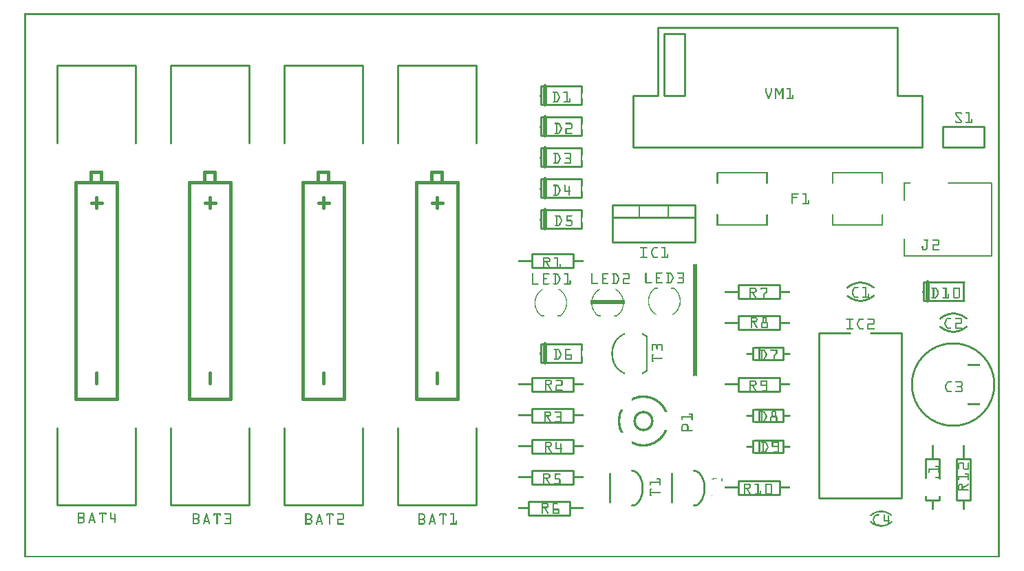
<source format=gto>
G04 MADE WITH FRITZING*
G04 WWW.FRITZING.ORG*
G04 DOUBLE SIDED*
G04 HOLES PLATED*
G04 CONTOUR ON CENTER OF CONTOUR VECTOR*
%ASAXBY*%
%FSLAX23Y23*%
%MOIN*%
%OFA0B0*%
%SFA1.0B1.0*%
%ADD10C,0.098425X0.0744252*%
%ADD11C,0.410000X0.39*%
%ADD12C,0.010000*%
%ADD13C,0.020000*%
%ADD14C,0.010485*%
%ADD15C,0.008000*%
%ADD16C,0.010538*%
%ADD17C,0.016000*%
%ADD18C,0.005000*%
%ADD19R,0.001000X0.001000*%
%LNSILK1*%
G90*
G70*
G54D10*
X2998Y661D03*
G54D11*
X4500Y838D03*
G54D12*
X4356Y1333D02*
X4551Y1333D01*
D02*
X4551Y1243D02*
X4356Y1243D01*
X4356Y1243D02*
X4356Y1333D01*
G54D13*
D02*
X4376Y1243D02*
X4376Y1333D01*
G54D12*
D02*
X2504Y2283D02*
X2699Y2283D01*
D02*
X2699Y2193D02*
X2504Y2193D01*
X2504Y2193D02*
X2504Y2283D01*
G54D13*
D02*
X2524Y2193D02*
X2524Y2283D01*
G54D12*
D02*
X3100Y2238D02*
X3100Y2538D01*
G54D14*
D02*
X3200Y2538D02*
X3100Y2538D01*
G54D12*
D02*
X3200Y2538D02*
X3200Y2238D01*
G54D14*
D02*
X3100Y2238D02*
X3200Y2238D01*
G54D12*
D02*
X4350Y1988D02*
X4350Y2238D01*
D02*
X2950Y1988D02*
X2950Y2238D01*
D02*
X2950Y1988D02*
X4350Y1988D01*
D02*
X3070Y2568D02*
X4230Y2568D01*
D02*
X3070Y2238D02*
X3070Y2568D01*
D02*
X4230Y2238D02*
X4230Y2568D01*
D02*
X4350Y2238D02*
X4230Y2238D01*
D02*
X2950Y2238D02*
X3070Y2238D01*
D02*
X4650Y2088D02*
X4450Y2088D01*
X4450Y2088D02*
X4450Y1988D01*
X4450Y1988D02*
X4650Y1988D01*
X4650Y1988D02*
X4650Y2088D01*
D02*
X2504Y1033D02*
X2699Y1033D01*
D02*
X2699Y943D02*
X2504Y943D01*
X2504Y943D02*
X2504Y1033D01*
G54D13*
D02*
X2524Y943D02*
X2524Y1033D01*
G54D15*
D02*
X3015Y905D02*
X3015Y1070D01*
D02*
X4264Y1815D02*
X4264Y1732D01*
D02*
X4685Y1815D02*
X4476Y1815D01*
D02*
X4685Y1461D02*
X4264Y1461D01*
D02*
X4264Y1461D02*
X4264Y1543D01*
D02*
X4685Y1461D02*
X4685Y1815D01*
G54D12*
D02*
X2641Y205D02*
X2441Y205D01*
D02*
X2441Y205D02*
X2441Y271D01*
D02*
X2441Y271D02*
X2641Y271D01*
D02*
X2641Y271D02*
X2641Y205D01*
D02*
X3460Y1171D02*
X3660Y1171D01*
D02*
X3660Y1171D02*
X3660Y1105D01*
D02*
X3660Y1105D02*
X3460Y1105D01*
D02*
X3460Y1105D02*
X3460Y1171D01*
G54D15*
D02*
X4155Y1611D02*
X3918Y1611D01*
D02*
X4155Y1865D02*
X3915Y1865D01*
D02*
X3358Y1865D02*
X3595Y1865D01*
D02*
X3358Y1611D02*
X3598Y1611D01*
G54D12*
D02*
X3850Y1088D02*
X3850Y288D01*
X3850Y288D02*
X4250Y288D01*
X4250Y288D02*
X4250Y1088D01*
D02*
X3850Y1088D02*
X4000Y1088D01*
D02*
X4100Y1088D02*
X4250Y1088D01*
D02*
X3500Y538D02*
X3530Y538D01*
D02*
X3680Y538D02*
X3705Y538D01*
D02*
X3535Y568D02*
X3675Y568D01*
G54D16*
X3675Y568D02*
X3675Y508D01*
G54D12*
X3675Y508D02*
X3535Y508D01*
D02*
X3530Y508D02*
X3530Y568D01*
D02*
X3560Y513D02*
X3560Y563D01*
D02*
X3500Y688D02*
X3530Y688D01*
D02*
X3680Y688D02*
X3705Y688D01*
D02*
X3535Y718D02*
X3675Y718D01*
G54D16*
X3675Y718D02*
X3675Y658D01*
G54D12*
X3675Y658D02*
X3535Y658D01*
D02*
X3530Y658D02*
X3530Y718D01*
D02*
X3560Y663D02*
X3560Y713D01*
D02*
X4583Y478D02*
X4583Y278D01*
D02*
X4583Y278D02*
X4517Y278D01*
D02*
X4517Y278D02*
X4517Y478D01*
D02*
X4517Y478D02*
X4583Y478D01*
D02*
X4433Y278D02*
X4367Y278D01*
D02*
X4367Y478D02*
X4433Y478D01*
D02*
X2504Y1683D02*
X2699Y1683D01*
D02*
X2699Y1593D02*
X2504Y1593D01*
X2504Y1593D02*
X2504Y1683D01*
G54D13*
D02*
X2524Y1593D02*
X2524Y1683D01*
G54D12*
D02*
X2504Y1833D02*
X2699Y1833D01*
D02*
X2699Y1743D02*
X2504Y1743D01*
X2504Y1743D02*
X2504Y1833D01*
G54D13*
D02*
X2524Y1743D02*
X2524Y1833D01*
G54D12*
D02*
X2504Y1983D02*
X2699Y1983D01*
D02*
X2699Y1893D02*
X2504Y1893D01*
X2504Y1893D02*
X2504Y1983D01*
G54D13*
D02*
X2524Y1893D02*
X2524Y1983D01*
G54D12*
D02*
X2504Y2133D02*
X2699Y2133D01*
D02*
X2699Y2043D02*
X2504Y2043D01*
X2504Y2043D02*
X2504Y2133D01*
G54D13*
D02*
X2524Y2043D02*
X2524Y2133D01*
G54D12*
D02*
X1640Y253D02*
X1640Y628D01*
D02*
X1260Y628D02*
X1260Y253D01*
X1260Y253D02*
X1640Y253D01*
D02*
X1260Y2008D02*
X1260Y2383D01*
X1260Y2383D02*
X1640Y2383D01*
X1640Y2383D02*
X1640Y2008D01*
G54D17*
D02*
X1550Y768D02*
X1550Y1818D01*
X1550Y1818D02*
X1473Y1818D01*
X1473Y1818D02*
X1423Y1818D01*
X1423Y1818D02*
X1350Y1818D01*
X1350Y1818D02*
X1350Y768D01*
X1350Y768D02*
X1550Y768D01*
D02*
X1473Y1818D02*
X1473Y1868D01*
X1473Y1868D02*
X1423Y1868D01*
X1423Y1868D02*
X1423Y1818D01*
D02*
X1450Y843D02*
X1450Y893D01*
D02*
X1450Y1693D02*
X1450Y1743D01*
D02*
X1475Y1718D02*
X1425Y1718D01*
G54D12*
D02*
X540Y253D02*
X540Y628D01*
D02*
X160Y628D02*
X160Y253D01*
X160Y253D02*
X540Y253D01*
D02*
X160Y2008D02*
X160Y2383D01*
X160Y2383D02*
X540Y2383D01*
X540Y2383D02*
X540Y2008D01*
G54D17*
D02*
X450Y768D02*
X450Y1818D01*
X450Y1818D02*
X373Y1818D01*
X373Y1818D02*
X323Y1818D01*
X323Y1818D02*
X250Y1818D01*
X250Y1818D02*
X250Y768D01*
X250Y768D02*
X450Y768D01*
D02*
X373Y1818D02*
X373Y1868D01*
X373Y1868D02*
X323Y1868D01*
X323Y1868D02*
X323Y1818D01*
D02*
X350Y843D02*
X350Y893D01*
D02*
X350Y1693D02*
X350Y1743D01*
D02*
X375Y1718D02*
X325Y1718D01*
G54D12*
D02*
X1090Y253D02*
X1090Y628D01*
D02*
X710Y628D02*
X710Y253D01*
X710Y253D02*
X1090Y253D01*
D02*
X710Y2008D02*
X710Y2383D01*
X710Y2383D02*
X1090Y2383D01*
X1090Y2383D02*
X1090Y2008D01*
G54D17*
D02*
X1000Y768D02*
X1000Y1818D01*
X1000Y1818D02*
X923Y1818D01*
X923Y1818D02*
X873Y1818D01*
X873Y1818D02*
X800Y1818D01*
X800Y1818D02*
X800Y768D01*
X800Y768D02*
X1000Y768D01*
D02*
X923Y1818D02*
X923Y1868D01*
X923Y1868D02*
X873Y1868D01*
X873Y1868D02*
X873Y1818D01*
D02*
X900Y843D02*
X900Y893D01*
D02*
X900Y1693D02*
X900Y1743D01*
D02*
X925Y1718D02*
X875Y1718D01*
G54D12*
D02*
X2190Y253D02*
X2190Y628D01*
D02*
X1810Y628D02*
X1810Y253D01*
X1810Y253D02*
X2190Y253D01*
D02*
X1810Y2008D02*
X1810Y2383D01*
X1810Y2383D02*
X2190Y2383D01*
X2190Y2383D02*
X2190Y2008D01*
G54D17*
D02*
X2100Y768D02*
X2100Y1818D01*
X2100Y1818D02*
X2023Y1818D01*
X2023Y1818D02*
X1973Y1818D01*
X1973Y1818D02*
X1900Y1818D01*
X1900Y1818D02*
X1900Y768D01*
X1900Y768D02*
X2100Y768D01*
D02*
X2023Y1818D02*
X2023Y1868D01*
X2023Y1868D02*
X1973Y1868D01*
X1973Y1868D02*
X1973Y1818D01*
D02*
X2000Y843D02*
X2000Y893D01*
D02*
X2000Y1693D02*
X2000Y1743D01*
D02*
X2025Y1718D02*
X1975Y1718D01*
G54D12*
D02*
X2836Y268D02*
X2836Y408D01*
D02*
X3136Y268D02*
X3136Y408D01*
D02*
X2460Y571D02*
X2660Y571D01*
D02*
X2660Y571D02*
X2660Y505D01*
D02*
X2660Y505D02*
X2460Y505D01*
D02*
X2460Y505D02*
X2460Y571D01*
D02*
X2460Y721D02*
X2660Y721D01*
D02*
X2660Y721D02*
X2660Y655D01*
D02*
X2660Y655D02*
X2460Y655D01*
D02*
X2460Y655D02*
X2460Y721D01*
D02*
X2850Y1708D02*
X3250Y1708D01*
X3250Y1708D02*
X3250Y1528D01*
X3250Y1528D02*
X2850Y1528D01*
X2850Y1528D02*
X2850Y1708D01*
X2850Y1708D02*
X3250Y1708D01*
X3250Y1708D02*
X3250Y1648D01*
X3250Y1648D02*
X2850Y1648D01*
X2850Y1648D02*
X2850Y1708D01*
G54D18*
D02*
X2980Y1708D02*
X2980Y1648D01*
D02*
X3120Y1708D02*
X3120Y1648D01*
G54D12*
D02*
X2460Y1471D02*
X2660Y1471D01*
D02*
X2660Y1471D02*
X2660Y1405D01*
D02*
X2660Y1405D02*
X2460Y1405D01*
D02*
X2460Y1405D02*
X2460Y1471D01*
D02*
X3460Y1321D02*
X3660Y1321D01*
D02*
X3660Y1321D02*
X3660Y1255D01*
D02*
X3660Y1255D02*
X3460Y1255D01*
D02*
X3460Y1255D02*
X3460Y1321D01*
D02*
X2460Y871D02*
X2660Y871D01*
D02*
X2660Y871D02*
X2660Y805D01*
D02*
X2660Y805D02*
X2460Y805D01*
D02*
X2460Y805D02*
X2460Y871D01*
D02*
X2460Y421D02*
X2660Y421D01*
D02*
X2660Y421D02*
X2660Y355D01*
D02*
X2660Y355D02*
X2460Y355D01*
D02*
X2460Y355D02*
X2460Y421D01*
D02*
X3460Y371D02*
X3660Y371D01*
D02*
X3660Y371D02*
X3660Y305D01*
D02*
X3660Y305D02*
X3460Y305D01*
D02*
X3460Y305D02*
X3460Y371D01*
D02*
X3460Y871D02*
X3660Y871D01*
D02*
X3660Y871D02*
X3660Y805D01*
D02*
X3660Y805D02*
X3460Y805D01*
D02*
X3460Y805D02*
X3460Y871D01*
D02*
X3500Y988D02*
X3530Y988D01*
D02*
X3680Y988D02*
X3705Y988D01*
D02*
X3535Y1018D02*
X3675Y1018D01*
G54D16*
X3675Y1018D02*
X3675Y958D01*
G54D12*
X3675Y958D02*
X3535Y958D01*
D02*
X3530Y958D02*
X3530Y1018D01*
D02*
X3560Y963D02*
X3560Y1013D01*
G54D19*
X1Y2637D02*
X4724Y2637D01*
X1Y2636D02*
X4724Y2636D01*
X1Y2635D02*
X4724Y2635D01*
X1Y2634D02*
X4724Y2634D01*
X1Y2633D02*
X4724Y2633D01*
X1Y2632D02*
X4724Y2632D01*
X1Y2631D02*
X4724Y2631D01*
X1Y2630D02*
X4724Y2630D01*
X1Y2629D02*
X8Y2629D01*
X4717Y2629D02*
X4724Y2629D01*
X1Y2628D02*
X8Y2628D01*
X4717Y2628D02*
X4724Y2628D01*
X1Y2627D02*
X8Y2627D01*
X4717Y2627D02*
X4724Y2627D01*
X1Y2626D02*
X8Y2626D01*
X4717Y2626D02*
X4724Y2626D01*
X1Y2625D02*
X8Y2625D01*
X4717Y2625D02*
X4724Y2625D01*
X1Y2624D02*
X8Y2624D01*
X4717Y2624D02*
X4724Y2624D01*
X1Y2623D02*
X8Y2623D01*
X4717Y2623D02*
X4724Y2623D01*
X1Y2622D02*
X8Y2622D01*
X4717Y2622D02*
X4724Y2622D01*
X1Y2621D02*
X8Y2621D01*
X4717Y2621D02*
X4724Y2621D01*
X1Y2620D02*
X8Y2620D01*
X4717Y2620D02*
X4724Y2620D01*
X1Y2619D02*
X8Y2619D01*
X4717Y2619D02*
X4724Y2619D01*
X1Y2618D02*
X8Y2618D01*
X4717Y2618D02*
X4724Y2618D01*
X1Y2617D02*
X8Y2617D01*
X4717Y2617D02*
X4724Y2617D01*
X1Y2616D02*
X8Y2616D01*
X4717Y2616D02*
X4724Y2616D01*
X1Y2615D02*
X8Y2615D01*
X4717Y2615D02*
X4724Y2615D01*
X1Y2614D02*
X8Y2614D01*
X4717Y2614D02*
X4724Y2614D01*
X1Y2613D02*
X8Y2613D01*
X4717Y2613D02*
X4724Y2613D01*
X1Y2612D02*
X8Y2612D01*
X4717Y2612D02*
X4724Y2612D01*
X1Y2611D02*
X8Y2611D01*
X4717Y2611D02*
X4724Y2611D01*
X1Y2610D02*
X8Y2610D01*
X4717Y2610D02*
X4724Y2610D01*
X1Y2609D02*
X8Y2609D01*
X4717Y2609D02*
X4724Y2609D01*
X1Y2608D02*
X8Y2608D01*
X4717Y2608D02*
X4724Y2608D01*
X1Y2607D02*
X8Y2607D01*
X4717Y2607D02*
X4724Y2607D01*
X1Y2606D02*
X8Y2606D01*
X4717Y2606D02*
X4724Y2606D01*
X1Y2605D02*
X8Y2605D01*
X4717Y2605D02*
X4724Y2605D01*
X1Y2604D02*
X8Y2604D01*
X4717Y2604D02*
X4724Y2604D01*
X1Y2603D02*
X8Y2603D01*
X4717Y2603D02*
X4724Y2603D01*
X1Y2602D02*
X8Y2602D01*
X4717Y2602D02*
X4724Y2602D01*
X1Y2601D02*
X8Y2601D01*
X4717Y2601D02*
X4724Y2601D01*
X1Y2600D02*
X8Y2600D01*
X4717Y2600D02*
X4724Y2600D01*
X1Y2599D02*
X8Y2599D01*
X4717Y2599D02*
X4724Y2599D01*
X1Y2598D02*
X8Y2598D01*
X4717Y2598D02*
X4724Y2598D01*
X1Y2597D02*
X8Y2597D01*
X4717Y2597D02*
X4724Y2597D01*
X1Y2596D02*
X8Y2596D01*
X4717Y2596D02*
X4724Y2596D01*
X1Y2595D02*
X8Y2595D01*
X4717Y2595D02*
X4724Y2595D01*
X1Y2594D02*
X8Y2594D01*
X4717Y2594D02*
X4724Y2594D01*
X1Y2593D02*
X8Y2593D01*
X4717Y2593D02*
X4724Y2593D01*
X1Y2592D02*
X8Y2592D01*
X4717Y2592D02*
X4724Y2592D01*
X1Y2591D02*
X8Y2591D01*
X4717Y2591D02*
X4724Y2591D01*
X1Y2590D02*
X8Y2590D01*
X4717Y2590D02*
X4724Y2590D01*
X1Y2589D02*
X8Y2589D01*
X4717Y2589D02*
X4724Y2589D01*
X1Y2588D02*
X8Y2588D01*
X4717Y2588D02*
X4724Y2588D01*
X1Y2587D02*
X8Y2587D01*
X4717Y2587D02*
X4724Y2587D01*
X1Y2586D02*
X8Y2586D01*
X4717Y2586D02*
X4724Y2586D01*
X1Y2585D02*
X8Y2585D01*
X4717Y2585D02*
X4724Y2585D01*
X1Y2584D02*
X8Y2584D01*
X4717Y2584D02*
X4724Y2584D01*
X1Y2583D02*
X8Y2583D01*
X4717Y2583D02*
X4724Y2583D01*
X1Y2582D02*
X8Y2582D01*
X4717Y2582D02*
X4724Y2582D01*
X1Y2581D02*
X8Y2581D01*
X4717Y2581D02*
X4724Y2581D01*
X1Y2580D02*
X8Y2580D01*
X4717Y2580D02*
X4724Y2580D01*
X1Y2579D02*
X8Y2579D01*
X4717Y2579D02*
X4724Y2579D01*
X1Y2578D02*
X8Y2578D01*
X4717Y2578D02*
X4724Y2578D01*
X1Y2577D02*
X8Y2577D01*
X4717Y2577D02*
X4724Y2577D01*
X1Y2576D02*
X8Y2576D01*
X4717Y2576D02*
X4724Y2576D01*
X1Y2575D02*
X8Y2575D01*
X4717Y2575D02*
X4724Y2575D01*
X1Y2574D02*
X8Y2574D01*
X4717Y2574D02*
X4724Y2574D01*
X1Y2573D02*
X8Y2573D01*
X4717Y2573D02*
X4724Y2573D01*
X1Y2572D02*
X8Y2572D01*
X4717Y2572D02*
X4724Y2572D01*
X1Y2571D02*
X8Y2571D01*
X4717Y2571D02*
X4724Y2571D01*
X1Y2570D02*
X8Y2570D01*
X4717Y2570D02*
X4724Y2570D01*
X1Y2569D02*
X8Y2569D01*
X4717Y2569D02*
X4724Y2569D01*
X1Y2568D02*
X8Y2568D01*
X4717Y2568D02*
X4724Y2568D01*
X1Y2567D02*
X8Y2567D01*
X4717Y2567D02*
X4724Y2567D01*
X1Y2566D02*
X8Y2566D01*
X4717Y2566D02*
X4724Y2566D01*
X1Y2565D02*
X8Y2565D01*
X4717Y2565D02*
X4724Y2565D01*
X1Y2564D02*
X8Y2564D01*
X4717Y2564D02*
X4724Y2564D01*
X1Y2563D02*
X8Y2563D01*
X4717Y2563D02*
X4724Y2563D01*
X1Y2562D02*
X8Y2562D01*
X4717Y2562D02*
X4724Y2562D01*
X1Y2561D02*
X8Y2561D01*
X4717Y2561D02*
X4724Y2561D01*
X1Y2560D02*
X8Y2560D01*
X4717Y2560D02*
X4724Y2560D01*
X1Y2559D02*
X8Y2559D01*
X4717Y2559D02*
X4724Y2559D01*
X1Y2558D02*
X8Y2558D01*
X4717Y2558D02*
X4724Y2558D01*
X1Y2557D02*
X8Y2557D01*
X4717Y2557D02*
X4724Y2557D01*
X1Y2556D02*
X8Y2556D01*
X4717Y2556D02*
X4724Y2556D01*
X1Y2555D02*
X8Y2555D01*
X4717Y2555D02*
X4724Y2555D01*
X1Y2554D02*
X8Y2554D01*
X4717Y2554D02*
X4724Y2554D01*
X1Y2553D02*
X8Y2553D01*
X4717Y2553D02*
X4724Y2553D01*
X1Y2552D02*
X8Y2552D01*
X4717Y2552D02*
X4724Y2552D01*
X1Y2551D02*
X8Y2551D01*
X4717Y2551D02*
X4724Y2551D01*
X1Y2550D02*
X8Y2550D01*
X4717Y2550D02*
X4724Y2550D01*
X1Y2549D02*
X8Y2549D01*
X4717Y2549D02*
X4724Y2549D01*
X1Y2548D02*
X8Y2548D01*
X4717Y2548D02*
X4724Y2548D01*
X1Y2547D02*
X8Y2547D01*
X4717Y2547D02*
X4724Y2547D01*
X1Y2546D02*
X8Y2546D01*
X4717Y2546D02*
X4724Y2546D01*
X1Y2545D02*
X8Y2545D01*
X4717Y2545D02*
X4724Y2545D01*
X1Y2544D02*
X8Y2544D01*
X4717Y2544D02*
X4724Y2544D01*
X1Y2543D02*
X8Y2543D01*
X4717Y2543D02*
X4724Y2543D01*
X1Y2542D02*
X8Y2542D01*
X4717Y2542D02*
X4724Y2542D01*
X1Y2541D02*
X8Y2541D01*
X4717Y2541D02*
X4724Y2541D01*
X1Y2540D02*
X8Y2540D01*
X4717Y2540D02*
X4724Y2540D01*
X1Y2539D02*
X8Y2539D01*
X4717Y2539D02*
X4724Y2539D01*
X1Y2538D02*
X8Y2538D01*
X4717Y2538D02*
X4724Y2538D01*
X1Y2537D02*
X8Y2537D01*
X4717Y2537D02*
X4724Y2537D01*
X1Y2536D02*
X8Y2536D01*
X4717Y2536D02*
X4724Y2536D01*
X1Y2535D02*
X8Y2535D01*
X4717Y2535D02*
X4724Y2535D01*
X1Y2534D02*
X8Y2534D01*
X4717Y2534D02*
X4724Y2534D01*
X1Y2533D02*
X8Y2533D01*
X4717Y2533D02*
X4724Y2533D01*
X1Y2532D02*
X8Y2532D01*
X4717Y2532D02*
X4724Y2532D01*
X1Y2531D02*
X8Y2531D01*
X4717Y2531D02*
X4724Y2531D01*
X1Y2530D02*
X8Y2530D01*
X4717Y2530D02*
X4724Y2530D01*
X1Y2529D02*
X8Y2529D01*
X4717Y2529D02*
X4724Y2529D01*
X1Y2528D02*
X8Y2528D01*
X4717Y2528D02*
X4724Y2528D01*
X1Y2527D02*
X8Y2527D01*
X4717Y2527D02*
X4724Y2527D01*
X1Y2526D02*
X8Y2526D01*
X4717Y2526D02*
X4724Y2526D01*
X1Y2525D02*
X8Y2525D01*
X4717Y2525D02*
X4724Y2525D01*
X1Y2524D02*
X8Y2524D01*
X4717Y2524D02*
X4724Y2524D01*
X1Y2523D02*
X8Y2523D01*
X4717Y2523D02*
X4724Y2523D01*
X1Y2522D02*
X8Y2522D01*
X4717Y2522D02*
X4724Y2522D01*
X1Y2521D02*
X8Y2521D01*
X4717Y2521D02*
X4724Y2521D01*
X1Y2520D02*
X8Y2520D01*
X4717Y2520D02*
X4724Y2520D01*
X1Y2519D02*
X8Y2519D01*
X4717Y2519D02*
X4724Y2519D01*
X1Y2518D02*
X8Y2518D01*
X4717Y2518D02*
X4724Y2518D01*
X1Y2517D02*
X8Y2517D01*
X4717Y2517D02*
X4724Y2517D01*
X1Y2516D02*
X8Y2516D01*
X4717Y2516D02*
X4724Y2516D01*
X1Y2515D02*
X8Y2515D01*
X4717Y2515D02*
X4724Y2515D01*
X1Y2514D02*
X8Y2514D01*
X4717Y2514D02*
X4724Y2514D01*
X1Y2513D02*
X8Y2513D01*
X4717Y2513D02*
X4724Y2513D01*
X1Y2512D02*
X8Y2512D01*
X4717Y2512D02*
X4724Y2512D01*
X1Y2511D02*
X8Y2511D01*
X4717Y2511D02*
X4724Y2511D01*
X1Y2510D02*
X8Y2510D01*
X4717Y2510D02*
X4724Y2510D01*
X1Y2509D02*
X8Y2509D01*
X4717Y2509D02*
X4724Y2509D01*
X1Y2508D02*
X8Y2508D01*
X4717Y2508D02*
X4724Y2508D01*
X1Y2507D02*
X8Y2507D01*
X4717Y2507D02*
X4724Y2507D01*
X1Y2506D02*
X8Y2506D01*
X4717Y2506D02*
X4724Y2506D01*
X1Y2505D02*
X8Y2505D01*
X4717Y2505D02*
X4724Y2505D01*
X1Y2504D02*
X8Y2504D01*
X4717Y2504D02*
X4724Y2504D01*
X1Y2503D02*
X8Y2503D01*
X4717Y2503D02*
X4724Y2503D01*
X1Y2502D02*
X8Y2502D01*
X4717Y2502D02*
X4724Y2502D01*
X1Y2501D02*
X8Y2501D01*
X4717Y2501D02*
X4724Y2501D01*
X1Y2500D02*
X8Y2500D01*
X4717Y2500D02*
X4724Y2500D01*
X1Y2499D02*
X8Y2499D01*
X4717Y2499D02*
X4724Y2499D01*
X1Y2498D02*
X8Y2498D01*
X4717Y2498D02*
X4724Y2498D01*
X1Y2497D02*
X8Y2497D01*
X4717Y2497D02*
X4724Y2497D01*
X1Y2496D02*
X8Y2496D01*
X4717Y2496D02*
X4724Y2496D01*
X1Y2495D02*
X8Y2495D01*
X4717Y2495D02*
X4724Y2495D01*
X1Y2494D02*
X8Y2494D01*
X4717Y2494D02*
X4724Y2494D01*
X1Y2493D02*
X8Y2493D01*
X4717Y2493D02*
X4724Y2493D01*
X1Y2492D02*
X8Y2492D01*
X4717Y2492D02*
X4724Y2492D01*
X1Y2491D02*
X8Y2491D01*
X4717Y2491D02*
X4724Y2491D01*
X1Y2490D02*
X8Y2490D01*
X4717Y2490D02*
X4724Y2490D01*
X1Y2489D02*
X8Y2489D01*
X4717Y2489D02*
X4724Y2489D01*
X1Y2488D02*
X8Y2488D01*
X4717Y2488D02*
X4724Y2488D01*
X1Y2487D02*
X8Y2487D01*
X4717Y2487D02*
X4724Y2487D01*
X1Y2486D02*
X8Y2486D01*
X4717Y2486D02*
X4724Y2486D01*
X1Y2485D02*
X8Y2485D01*
X4717Y2485D02*
X4724Y2485D01*
X1Y2484D02*
X8Y2484D01*
X4717Y2484D02*
X4724Y2484D01*
X1Y2483D02*
X8Y2483D01*
X4717Y2483D02*
X4724Y2483D01*
X1Y2482D02*
X8Y2482D01*
X4717Y2482D02*
X4724Y2482D01*
X1Y2481D02*
X8Y2481D01*
X4717Y2481D02*
X4724Y2481D01*
X1Y2480D02*
X8Y2480D01*
X4717Y2480D02*
X4724Y2480D01*
X1Y2479D02*
X8Y2479D01*
X4717Y2479D02*
X4724Y2479D01*
X1Y2478D02*
X8Y2478D01*
X4717Y2478D02*
X4724Y2478D01*
X1Y2477D02*
X8Y2477D01*
X4717Y2477D02*
X4724Y2477D01*
X1Y2476D02*
X8Y2476D01*
X4717Y2476D02*
X4724Y2476D01*
X1Y2475D02*
X8Y2475D01*
X4717Y2475D02*
X4724Y2475D01*
X1Y2474D02*
X8Y2474D01*
X4717Y2474D02*
X4724Y2474D01*
X1Y2473D02*
X8Y2473D01*
X4717Y2473D02*
X4724Y2473D01*
X1Y2472D02*
X8Y2472D01*
X4717Y2472D02*
X4724Y2472D01*
X1Y2471D02*
X8Y2471D01*
X4717Y2471D02*
X4724Y2471D01*
X1Y2470D02*
X8Y2470D01*
X4717Y2470D02*
X4724Y2470D01*
X1Y2469D02*
X8Y2469D01*
X4717Y2469D02*
X4724Y2469D01*
X1Y2468D02*
X8Y2468D01*
X4717Y2468D02*
X4724Y2468D01*
X1Y2467D02*
X8Y2467D01*
X4717Y2467D02*
X4724Y2467D01*
X1Y2466D02*
X8Y2466D01*
X4717Y2466D02*
X4724Y2466D01*
X1Y2465D02*
X8Y2465D01*
X4717Y2465D02*
X4724Y2465D01*
X1Y2464D02*
X8Y2464D01*
X4717Y2464D02*
X4724Y2464D01*
X1Y2463D02*
X8Y2463D01*
X4717Y2463D02*
X4724Y2463D01*
X1Y2462D02*
X8Y2462D01*
X4717Y2462D02*
X4724Y2462D01*
X1Y2461D02*
X8Y2461D01*
X4717Y2461D02*
X4724Y2461D01*
X1Y2460D02*
X8Y2460D01*
X4717Y2460D02*
X4724Y2460D01*
X1Y2459D02*
X8Y2459D01*
X4717Y2459D02*
X4724Y2459D01*
X1Y2458D02*
X8Y2458D01*
X4717Y2458D02*
X4724Y2458D01*
X1Y2457D02*
X8Y2457D01*
X4717Y2457D02*
X4724Y2457D01*
X1Y2456D02*
X8Y2456D01*
X4717Y2456D02*
X4724Y2456D01*
X1Y2455D02*
X8Y2455D01*
X4717Y2455D02*
X4724Y2455D01*
X1Y2454D02*
X8Y2454D01*
X4717Y2454D02*
X4724Y2454D01*
X1Y2453D02*
X8Y2453D01*
X4717Y2453D02*
X4724Y2453D01*
X1Y2452D02*
X8Y2452D01*
X4717Y2452D02*
X4724Y2452D01*
X1Y2451D02*
X8Y2451D01*
X4717Y2451D02*
X4724Y2451D01*
X1Y2450D02*
X8Y2450D01*
X4717Y2450D02*
X4724Y2450D01*
X1Y2449D02*
X8Y2449D01*
X4717Y2449D02*
X4724Y2449D01*
X1Y2448D02*
X8Y2448D01*
X4717Y2448D02*
X4724Y2448D01*
X1Y2447D02*
X8Y2447D01*
X4717Y2447D02*
X4724Y2447D01*
X1Y2446D02*
X8Y2446D01*
X4717Y2446D02*
X4724Y2446D01*
X1Y2445D02*
X8Y2445D01*
X4717Y2445D02*
X4724Y2445D01*
X1Y2444D02*
X8Y2444D01*
X4717Y2444D02*
X4724Y2444D01*
X1Y2443D02*
X8Y2443D01*
X4717Y2443D02*
X4724Y2443D01*
X1Y2442D02*
X8Y2442D01*
X4717Y2442D02*
X4724Y2442D01*
X1Y2441D02*
X8Y2441D01*
X4717Y2441D02*
X4724Y2441D01*
X1Y2440D02*
X8Y2440D01*
X4717Y2440D02*
X4724Y2440D01*
X1Y2439D02*
X8Y2439D01*
X4717Y2439D02*
X4724Y2439D01*
X1Y2438D02*
X8Y2438D01*
X4717Y2438D02*
X4724Y2438D01*
X1Y2437D02*
X8Y2437D01*
X4717Y2437D02*
X4724Y2437D01*
X1Y2436D02*
X8Y2436D01*
X4717Y2436D02*
X4724Y2436D01*
X1Y2435D02*
X8Y2435D01*
X4717Y2435D02*
X4724Y2435D01*
X1Y2434D02*
X8Y2434D01*
X4717Y2434D02*
X4724Y2434D01*
X1Y2433D02*
X8Y2433D01*
X4717Y2433D02*
X4724Y2433D01*
X1Y2432D02*
X8Y2432D01*
X4717Y2432D02*
X4724Y2432D01*
X1Y2431D02*
X8Y2431D01*
X4717Y2431D02*
X4724Y2431D01*
X1Y2430D02*
X8Y2430D01*
X4717Y2430D02*
X4724Y2430D01*
X1Y2429D02*
X8Y2429D01*
X4717Y2429D02*
X4724Y2429D01*
X1Y2428D02*
X8Y2428D01*
X4717Y2428D02*
X4724Y2428D01*
X1Y2427D02*
X8Y2427D01*
X4717Y2427D02*
X4724Y2427D01*
X1Y2426D02*
X8Y2426D01*
X4717Y2426D02*
X4724Y2426D01*
X1Y2425D02*
X8Y2425D01*
X4717Y2425D02*
X4724Y2425D01*
X1Y2424D02*
X8Y2424D01*
X4717Y2424D02*
X4724Y2424D01*
X1Y2423D02*
X8Y2423D01*
X4717Y2423D02*
X4724Y2423D01*
X1Y2422D02*
X8Y2422D01*
X4717Y2422D02*
X4724Y2422D01*
X1Y2421D02*
X8Y2421D01*
X4717Y2421D02*
X4724Y2421D01*
X1Y2420D02*
X8Y2420D01*
X4717Y2420D02*
X4724Y2420D01*
X1Y2419D02*
X8Y2419D01*
X4717Y2419D02*
X4724Y2419D01*
X1Y2418D02*
X8Y2418D01*
X4717Y2418D02*
X4724Y2418D01*
X1Y2417D02*
X8Y2417D01*
X4717Y2417D02*
X4724Y2417D01*
X1Y2416D02*
X8Y2416D01*
X4717Y2416D02*
X4724Y2416D01*
X1Y2415D02*
X8Y2415D01*
X4717Y2415D02*
X4724Y2415D01*
X1Y2414D02*
X8Y2414D01*
X4717Y2414D02*
X4724Y2414D01*
X1Y2413D02*
X8Y2413D01*
X4717Y2413D02*
X4724Y2413D01*
X1Y2412D02*
X8Y2412D01*
X4717Y2412D02*
X4724Y2412D01*
X1Y2411D02*
X8Y2411D01*
X4717Y2411D02*
X4724Y2411D01*
X1Y2410D02*
X8Y2410D01*
X4717Y2410D02*
X4724Y2410D01*
X1Y2409D02*
X8Y2409D01*
X4717Y2409D02*
X4724Y2409D01*
X1Y2408D02*
X8Y2408D01*
X4717Y2408D02*
X4724Y2408D01*
X1Y2407D02*
X8Y2407D01*
X4717Y2407D02*
X4724Y2407D01*
X1Y2406D02*
X8Y2406D01*
X4717Y2406D02*
X4724Y2406D01*
X1Y2405D02*
X8Y2405D01*
X4717Y2405D02*
X4724Y2405D01*
X1Y2404D02*
X8Y2404D01*
X4717Y2404D02*
X4724Y2404D01*
X1Y2403D02*
X8Y2403D01*
X4717Y2403D02*
X4724Y2403D01*
X1Y2402D02*
X8Y2402D01*
X4717Y2402D02*
X4724Y2402D01*
X1Y2401D02*
X8Y2401D01*
X4717Y2401D02*
X4724Y2401D01*
X1Y2400D02*
X8Y2400D01*
X4717Y2400D02*
X4724Y2400D01*
X1Y2399D02*
X8Y2399D01*
X4717Y2399D02*
X4724Y2399D01*
X1Y2398D02*
X8Y2398D01*
X4717Y2398D02*
X4724Y2398D01*
X1Y2397D02*
X8Y2397D01*
X4717Y2397D02*
X4724Y2397D01*
X1Y2396D02*
X8Y2396D01*
X4717Y2396D02*
X4724Y2396D01*
X1Y2395D02*
X8Y2395D01*
X4717Y2395D02*
X4724Y2395D01*
X1Y2394D02*
X8Y2394D01*
X4717Y2394D02*
X4724Y2394D01*
X1Y2393D02*
X8Y2393D01*
X4717Y2393D02*
X4724Y2393D01*
X1Y2392D02*
X8Y2392D01*
X4717Y2392D02*
X4724Y2392D01*
X1Y2391D02*
X8Y2391D01*
X4717Y2391D02*
X4724Y2391D01*
X1Y2390D02*
X8Y2390D01*
X4717Y2390D02*
X4724Y2390D01*
X1Y2389D02*
X8Y2389D01*
X4717Y2389D02*
X4724Y2389D01*
X1Y2388D02*
X8Y2388D01*
X4717Y2388D02*
X4724Y2388D01*
X1Y2387D02*
X8Y2387D01*
X4717Y2387D02*
X4724Y2387D01*
X1Y2386D02*
X8Y2386D01*
X4717Y2386D02*
X4724Y2386D01*
X1Y2385D02*
X8Y2385D01*
X4717Y2385D02*
X4724Y2385D01*
X1Y2384D02*
X8Y2384D01*
X4717Y2384D02*
X4724Y2384D01*
X1Y2383D02*
X8Y2383D01*
X4717Y2383D02*
X4724Y2383D01*
X1Y2382D02*
X8Y2382D01*
X4717Y2382D02*
X4724Y2382D01*
X1Y2381D02*
X8Y2381D01*
X4717Y2381D02*
X4724Y2381D01*
X1Y2380D02*
X8Y2380D01*
X4717Y2380D02*
X4724Y2380D01*
X1Y2379D02*
X8Y2379D01*
X4717Y2379D02*
X4724Y2379D01*
X1Y2378D02*
X8Y2378D01*
X4717Y2378D02*
X4724Y2378D01*
X1Y2377D02*
X8Y2377D01*
X4717Y2377D02*
X4724Y2377D01*
X1Y2376D02*
X8Y2376D01*
X4717Y2376D02*
X4724Y2376D01*
X1Y2375D02*
X8Y2375D01*
X4717Y2375D02*
X4724Y2375D01*
X1Y2374D02*
X8Y2374D01*
X4717Y2374D02*
X4724Y2374D01*
X1Y2373D02*
X8Y2373D01*
X4717Y2373D02*
X4724Y2373D01*
X1Y2372D02*
X8Y2372D01*
X4717Y2372D02*
X4724Y2372D01*
X1Y2371D02*
X8Y2371D01*
X4717Y2371D02*
X4724Y2371D01*
X1Y2370D02*
X8Y2370D01*
X4717Y2370D02*
X4724Y2370D01*
X1Y2369D02*
X8Y2369D01*
X4717Y2369D02*
X4724Y2369D01*
X1Y2368D02*
X8Y2368D01*
X4717Y2368D02*
X4724Y2368D01*
X1Y2367D02*
X8Y2367D01*
X4717Y2367D02*
X4724Y2367D01*
X1Y2366D02*
X8Y2366D01*
X4717Y2366D02*
X4724Y2366D01*
X1Y2365D02*
X8Y2365D01*
X4717Y2365D02*
X4724Y2365D01*
X1Y2364D02*
X8Y2364D01*
X4717Y2364D02*
X4724Y2364D01*
X1Y2363D02*
X8Y2363D01*
X4717Y2363D02*
X4724Y2363D01*
X1Y2362D02*
X8Y2362D01*
X4717Y2362D02*
X4724Y2362D01*
X1Y2361D02*
X8Y2361D01*
X4717Y2361D02*
X4724Y2361D01*
X1Y2360D02*
X8Y2360D01*
X4717Y2360D02*
X4724Y2360D01*
X1Y2359D02*
X8Y2359D01*
X4717Y2359D02*
X4724Y2359D01*
X1Y2358D02*
X8Y2358D01*
X4717Y2358D02*
X4724Y2358D01*
X1Y2357D02*
X8Y2357D01*
X4717Y2357D02*
X4724Y2357D01*
X1Y2356D02*
X8Y2356D01*
X4717Y2356D02*
X4724Y2356D01*
X1Y2355D02*
X8Y2355D01*
X4717Y2355D02*
X4724Y2355D01*
X1Y2354D02*
X8Y2354D01*
X4717Y2354D02*
X4724Y2354D01*
X1Y2353D02*
X8Y2353D01*
X4717Y2353D02*
X4724Y2353D01*
X1Y2352D02*
X8Y2352D01*
X4717Y2352D02*
X4724Y2352D01*
X1Y2351D02*
X8Y2351D01*
X4717Y2351D02*
X4724Y2351D01*
X1Y2350D02*
X8Y2350D01*
X4717Y2350D02*
X4724Y2350D01*
X1Y2349D02*
X8Y2349D01*
X4717Y2349D02*
X4724Y2349D01*
X1Y2348D02*
X8Y2348D01*
X4717Y2348D02*
X4724Y2348D01*
X1Y2347D02*
X8Y2347D01*
X4717Y2347D02*
X4724Y2347D01*
X1Y2346D02*
X8Y2346D01*
X4717Y2346D02*
X4724Y2346D01*
X1Y2345D02*
X8Y2345D01*
X4717Y2345D02*
X4724Y2345D01*
X1Y2344D02*
X8Y2344D01*
X4717Y2344D02*
X4724Y2344D01*
X1Y2343D02*
X8Y2343D01*
X4717Y2343D02*
X4724Y2343D01*
X1Y2342D02*
X8Y2342D01*
X4717Y2342D02*
X4724Y2342D01*
X1Y2341D02*
X8Y2341D01*
X4717Y2341D02*
X4724Y2341D01*
X1Y2340D02*
X8Y2340D01*
X4717Y2340D02*
X4724Y2340D01*
X1Y2339D02*
X8Y2339D01*
X4717Y2339D02*
X4724Y2339D01*
X1Y2338D02*
X8Y2338D01*
X4717Y2338D02*
X4724Y2338D01*
X1Y2337D02*
X8Y2337D01*
X4717Y2337D02*
X4724Y2337D01*
X1Y2336D02*
X8Y2336D01*
X4717Y2336D02*
X4724Y2336D01*
X1Y2335D02*
X8Y2335D01*
X4717Y2335D02*
X4724Y2335D01*
X1Y2334D02*
X8Y2334D01*
X4717Y2334D02*
X4724Y2334D01*
X1Y2333D02*
X8Y2333D01*
X4717Y2333D02*
X4724Y2333D01*
X1Y2332D02*
X8Y2332D01*
X4717Y2332D02*
X4724Y2332D01*
X1Y2331D02*
X8Y2331D01*
X4717Y2331D02*
X4724Y2331D01*
X1Y2330D02*
X8Y2330D01*
X4717Y2330D02*
X4724Y2330D01*
X1Y2329D02*
X8Y2329D01*
X4717Y2329D02*
X4724Y2329D01*
X1Y2328D02*
X8Y2328D01*
X4717Y2328D02*
X4724Y2328D01*
X1Y2327D02*
X8Y2327D01*
X4717Y2327D02*
X4724Y2327D01*
X1Y2326D02*
X8Y2326D01*
X4717Y2326D02*
X4724Y2326D01*
X1Y2325D02*
X8Y2325D01*
X4717Y2325D02*
X4724Y2325D01*
X1Y2324D02*
X8Y2324D01*
X4717Y2324D02*
X4724Y2324D01*
X1Y2323D02*
X8Y2323D01*
X4717Y2323D02*
X4724Y2323D01*
X1Y2322D02*
X8Y2322D01*
X4717Y2322D02*
X4724Y2322D01*
X1Y2321D02*
X8Y2321D01*
X4717Y2321D02*
X4724Y2321D01*
X1Y2320D02*
X8Y2320D01*
X4717Y2320D02*
X4724Y2320D01*
X1Y2319D02*
X8Y2319D01*
X4717Y2319D02*
X4724Y2319D01*
X1Y2318D02*
X8Y2318D01*
X4717Y2318D02*
X4724Y2318D01*
X1Y2317D02*
X8Y2317D01*
X4717Y2317D02*
X4724Y2317D01*
X1Y2316D02*
X8Y2316D01*
X4717Y2316D02*
X4724Y2316D01*
X1Y2315D02*
X8Y2315D01*
X4717Y2315D02*
X4724Y2315D01*
X1Y2314D02*
X8Y2314D01*
X4717Y2314D02*
X4724Y2314D01*
X1Y2313D02*
X8Y2313D01*
X4717Y2313D02*
X4724Y2313D01*
X1Y2312D02*
X8Y2312D01*
X4717Y2312D02*
X4724Y2312D01*
X1Y2311D02*
X8Y2311D01*
X4717Y2311D02*
X4724Y2311D01*
X1Y2310D02*
X8Y2310D01*
X4717Y2310D02*
X4724Y2310D01*
X1Y2309D02*
X8Y2309D01*
X4717Y2309D02*
X4724Y2309D01*
X1Y2308D02*
X8Y2308D01*
X4717Y2308D02*
X4724Y2308D01*
X1Y2307D02*
X8Y2307D01*
X4717Y2307D02*
X4724Y2307D01*
X1Y2306D02*
X8Y2306D01*
X4717Y2306D02*
X4724Y2306D01*
X1Y2305D02*
X8Y2305D01*
X4717Y2305D02*
X4724Y2305D01*
X1Y2304D02*
X8Y2304D01*
X4717Y2304D02*
X4724Y2304D01*
X1Y2303D02*
X8Y2303D01*
X4717Y2303D02*
X4724Y2303D01*
X1Y2302D02*
X8Y2302D01*
X4717Y2302D02*
X4724Y2302D01*
X1Y2301D02*
X8Y2301D01*
X4717Y2301D02*
X4724Y2301D01*
X1Y2300D02*
X8Y2300D01*
X4717Y2300D02*
X4724Y2300D01*
X1Y2299D02*
X8Y2299D01*
X4717Y2299D02*
X4724Y2299D01*
X1Y2298D02*
X8Y2298D01*
X4717Y2298D02*
X4724Y2298D01*
X1Y2297D02*
X8Y2297D01*
X4717Y2297D02*
X4724Y2297D01*
X1Y2296D02*
X8Y2296D01*
X4717Y2296D02*
X4724Y2296D01*
X1Y2295D02*
X8Y2295D01*
X4717Y2295D02*
X4724Y2295D01*
X1Y2294D02*
X8Y2294D01*
X4717Y2294D02*
X4724Y2294D01*
X1Y2293D02*
X8Y2293D01*
X4717Y2293D02*
X4724Y2293D01*
X1Y2292D02*
X8Y2292D01*
X4717Y2292D02*
X4724Y2292D01*
X1Y2291D02*
X8Y2291D01*
X4717Y2291D02*
X4724Y2291D01*
X1Y2290D02*
X8Y2290D01*
X4717Y2290D02*
X4724Y2290D01*
X1Y2289D02*
X8Y2289D01*
X4717Y2289D02*
X4724Y2289D01*
X1Y2288D02*
X8Y2288D01*
X4717Y2288D02*
X4724Y2288D01*
X1Y2287D02*
X8Y2287D01*
X4717Y2287D02*
X4724Y2287D01*
X1Y2286D02*
X8Y2286D01*
X4717Y2286D02*
X4724Y2286D01*
X1Y2285D02*
X8Y2285D01*
X4717Y2285D02*
X4724Y2285D01*
X1Y2284D02*
X8Y2284D01*
X4717Y2284D02*
X4724Y2284D01*
X1Y2283D02*
X8Y2283D01*
X4717Y2283D02*
X4724Y2283D01*
X1Y2282D02*
X8Y2282D01*
X2695Y2282D02*
X2704Y2282D01*
X4717Y2282D02*
X4724Y2282D01*
X1Y2281D02*
X8Y2281D01*
X2695Y2281D02*
X2704Y2281D01*
X4717Y2281D02*
X4724Y2281D01*
X1Y2280D02*
X8Y2280D01*
X2695Y2280D02*
X2704Y2280D01*
X4717Y2280D02*
X4724Y2280D01*
X1Y2279D02*
X8Y2279D01*
X2695Y2279D02*
X2704Y2279D01*
X4717Y2279D02*
X4724Y2279D01*
X1Y2278D02*
X8Y2278D01*
X2695Y2278D02*
X2704Y2278D01*
X4717Y2278D02*
X4724Y2278D01*
X1Y2277D02*
X8Y2277D01*
X2695Y2277D02*
X2704Y2277D01*
X4717Y2277D02*
X4724Y2277D01*
X1Y2276D02*
X8Y2276D01*
X2695Y2276D02*
X2704Y2276D01*
X4717Y2276D02*
X4724Y2276D01*
X1Y2275D02*
X8Y2275D01*
X2695Y2275D02*
X2704Y2275D01*
X4717Y2275D02*
X4724Y2275D01*
X1Y2274D02*
X8Y2274D01*
X2695Y2274D02*
X2704Y2274D01*
X3591Y2274D02*
X3593Y2274D01*
X3618Y2274D02*
X3620Y2274D01*
X3638Y2274D02*
X3645Y2274D01*
X3669Y2274D02*
X3676Y2274D01*
X3694Y2274D02*
X3711Y2274D01*
X4717Y2274D02*
X4724Y2274D01*
X1Y2273D02*
X8Y2273D01*
X2695Y2273D02*
X2704Y2273D01*
X3590Y2273D02*
X3594Y2273D01*
X3617Y2273D02*
X3621Y2273D01*
X3637Y2273D02*
X3646Y2273D01*
X3668Y2273D02*
X3677Y2273D01*
X3692Y2273D02*
X3711Y2273D01*
X4717Y2273D02*
X4724Y2273D01*
X1Y2272D02*
X8Y2272D01*
X2695Y2272D02*
X2704Y2272D01*
X3589Y2272D02*
X3594Y2272D01*
X3617Y2272D02*
X3622Y2272D01*
X3637Y2272D02*
X3646Y2272D01*
X3667Y2272D02*
X3677Y2272D01*
X3692Y2272D02*
X3711Y2272D01*
X4717Y2272D02*
X4724Y2272D01*
X1Y2271D02*
X8Y2271D01*
X2695Y2271D02*
X2704Y2271D01*
X3589Y2271D02*
X3595Y2271D01*
X3616Y2271D02*
X3622Y2271D01*
X3637Y2271D02*
X3647Y2271D01*
X3667Y2271D02*
X3677Y2271D01*
X3692Y2271D02*
X3711Y2271D01*
X4717Y2271D02*
X4724Y2271D01*
X1Y2270D02*
X8Y2270D01*
X2695Y2270D02*
X2704Y2270D01*
X3589Y2270D02*
X3595Y2270D01*
X3616Y2270D02*
X3622Y2270D01*
X3637Y2270D02*
X3647Y2270D01*
X3666Y2270D02*
X3677Y2270D01*
X3692Y2270D02*
X3711Y2270D01*
X4717Y2270D02*
X4724Y2270D01*
X1Y2269D02*
X8Y2269D01*
X2695Y2269D02*
X2704Y2269D01*
X3589Y2269D02*
X3595Y2269D01*
X3616Y2269D02*
X3622Y2269D01*
X3637Y2269D02*
X3648Y2269D01*
X3666Y2269D02*
X3677Y2269D01*
X3692Y2269D02*
X3711Y2269D01*
X4717Y2269D02*
X4724Y2269D01*
X1Y2268D02*
X8Y2268D01*
X2695Y2268D02*
X2704Y2268D01*
X3589Y2268D02*
X3595Y2268D01*
X3616Y2268D02*
X3622Y2268D01*
X3637Y2268D02*
X3648Y2268D01*
X3665Y2268D02*
X3677Y2268D01*
X3693Y2268D02*
X3711Y2268D01*
X4717Y2268D02*
X4724Y2268D01*
X1Y2267D02*
X8Y2267D01*
X2695Y2267D02*
X2704Y2267D01*
X3589Y2267D02*
X3595Y2267D01*
X3616Y2267D02*
X3622Y2267D01*
X3637Y2267D02*
X3649Y2267D01*
X3665Y2267D02*
X3677Y2267D01*
X3705Y2267D02*
X3711Y2267D01*
X4717Y2267D02*
X4724Y2267D01*
X1Y2266D02*
X8Y2266D01*
X2695Y2266D02*
X2704Y2266D01*
X3589Y2266D02*
X3595Y2266D01*
X3616Y2266D02*
X3622Y2266D01*
X3637Y2266D02*
X3649Y2266D01*
X3665Y2266D02*
X3677Y2266D01*
X3705Y2266D02*
X3711Y2266D01*
X4717Y2266D02*
X4724Y2266D01*
X1Y2265D02*
X8Y2265D01*
X2695Y2265D02*
X2704Y2265D01*
X3589Y2265D02*
X3595Y2265D01*
X3616Y2265D02*
X3622Y2265D01*
X3637Y2265D02*
X3650Y2265D01*
X3664Y2265D02*
X3677Y2265D01*
X3705Y2265D02*
X3711Y2265D01*
X4717Y2265D02*
X4724Y2265D01*
X1Y2264D02*
X8Y2264D01*
X2695Y2264D02*
X2704Y2264D01*
X3589Y2264D02*
X3595Y2264D01*
X3616Y2264D02*
X3622Y2264D01*
X3637Y2264D02*
X3650Y2264D01*
X3664Y2264D02*
X3677Y2264D01*
X3705Y2264D02*
X3711Y2264D01*
X4717Y2264D02*
X4724Y2264D01*
X1Y2263D02*
X8Y2263D01*
X2695Y2263D02*
X2704Y2263D01*
X3589Y2263D02*
X3595Y2263D01*
X3616Y2263D02*
X3622Y2263D01*
X3637Y2263D02*
X3651Y2263D01*
X3663Y2263D02*
X3677Y2263D01*
X3705Y2263D02*
X3711Y2263D01*
X4717Y2263D02*
X4724Y2263D01*
X1Y2262D02*
X8Y2262D01*
X2695Y2262D02*
X2704Y2262D01*
X3589Y2262D02*
X3595Y2262D01*
X3616Y2262D02*
X3622Y2262D01*
X3637Y2262D02*
X3651Y2262D01*
X3663Y2262D02*
X3677Y2262D01*
X3705Y2262D02*
X3711Y2262D01*
X4717Y2262D02*
X4724Y2262D01*
X1Y2261D02*
X8Y2261D01*
X2695Y2261D02*
X2704Y2261D01*
X3589Y2261D02*
X3595Y2261D01*
X3616Y2261D02*
X3622Y2261D01*
X3637Y2261D02*
X3643Y2261D01*
X3645Y2261D02*
X3652Y2261D01*
X3662Y2261D02*
X3669Y2261D01*
X3671Y2261D02*
X3677Y2261D01*
X3705Y2261D02*
X3711Y2261D01*
X4717Y2261D02*
X4724Y2261D01*
X1Y2260D02*
X8Y2260D01*
X2695Y2260D02*
X2704Y2260D01*
X3589Y2260D02*
X3595Y2260D01*
X3616Y2260D02*
X3622Y2260D01*
X3637Y2260D02*
X3643Y2260D01*
X3645Y2260D02*
X3652Y2260D01*
X3662Y2260D02*
X3668Y2260D01*
X3671Y2260D02*
X3677Y2260D01*
X3705Y2260D02*
X3711Y2260D01*
X4717Y2260D02*
X4724Y2260D01*
X1Y2259D02*
X8Y2259D01*
X2695Y2259D02*
X2704Y2259D01*
X3589Y2259D02*
X3595Y2259D01*
X3616Y2259D02*
X3622Y2259D01*
X3637Y2259D02*
X3643Y2259D01*
X3646Y2259D02*
X3653Y2259D01*
X3661Y2259D02*
X3668Y2259D01*
X3671Y2259D02*
X3677Y2259D01*
X3705Y2259D02*
X3711Y2259D01*
X4717Y2259D02*
X4724Y2259D01*
X1Y2258D02*
X8Y2258D01*
X2695Y2258D02*
X2704Y2258D01*
X3589Y2258D02*
X3595Y2258D01*
X3616Y2258D02*
X3622Y2258D01*
X3637Y2258D02*
X3643Y2258D01*
X3646Y2258D02*
X3653Y2258D01*
X3661Y2258D02*
X3667Y2258D01*
X3671Y2258D02*
X3677Y2258D01*
X3705Y2258D02*
X3711Y2258D01*
X4717Y2258D02*
X4724Y2258D01*
X1Y2257D02*
X8Y2257D01*
X2561Y2257D02*
X2578Y2257D01*
X2614Y2257D02*
X2631Y2257D01*
X2695Y2257D02*
X2704Y2257D01*
X3589Y2257D02*
X3596Y2257D01*
X3615Y2257D02*
X3622Y2257D01*
X3637Y2257D02*
X3643Y2257D01*
X3647Y2257D02*
X3653Y2257D01*
X3660Y2257D02*
X3667Y2257D01*
X3671Y2257D02*
X3677Y2257D01*
X3705Y2257D02*
X3711Y2257D01*
X4717Y2257D02*
X4724Y2257D01*
X1Y2256D02*
X8Y2256D01*
X2560Y2256D02*
X2581Y2256D01*
X2612Y2256D02*
X2631Y2256D01*
X2695Y2256D02*
X2704Y2256D01*
X3590Y2256D02*
X3596Y2256D01*
X3615Y2256D02*
X3621Y2256D01*
X3637Y2256D02*
X3643Y2256D01*
X3647Y2256D02*
X3654Y2256D01*
X3660Y2256D02*
X3666Y2256D01*
X3671Y2256D02*
X3677Y2256D01*
X3705Y2256D02*
X3711Y2256D01*
X4717Y2256D02*
X4724Y2256D01*
X1Y2255D02*
X8Y2255D01*
X2559Y2255D02*
X2583Y2255D01*
X2612Y2255D02*
X2631Y2255D01*
X2695Y2255D02*
X2704Y2255D01*
X3590Y2255D02*
X3597Y2255D01*
X3614Y2255D02*
X3621Y2255D01*
X3637Y2255D02*
X3643Y2255D01*
X3648Y2255D02*
X3654Y2255D01*
X3659Y2255D02*
X3666Y2255D01*
X3671Y2255D02*
X3677Y2255D01*
X3705Y2255D02*
X3711Y2255D01*
X4717Y2255D02*
X4724Y2255D01*
X1Y2254D02*
X8Y2254D01*
X2559Y2254D02*
X2584Y2254D01*
X2611Y2254D02*
X2631Y2254D01*
X2695Y2254D02*
X2704Y2254D01*
X3590Y2254D02*
X3597Y2254D01*
X3614Y2254D02*
X3621Y2254D01*
X3637Y2254D02*
X3643Y2254D01*
X3648Y2254D02*
X3655Y2254D01*
X3659Y2254D02*
X3666Y2254D01*
X3671Y2254D02*
X3677Y2254D01*
X3705Y2254D02*
X3711Y2254D01*
X4717Y2254D02*
X4724Y2254D01*
X1Y2253D02*
X8Y2253D01*
X2559Y2253D02*
X2585Y2253D01*
X2611Y2253D02*
X2631Y2253D01*
X2695Y2253D02*
X2704Y2253D01*
X3591Y2253D02*
X3597Y2253D01*
X3614Y2253D02*
X3620Y2253D01*
X3637Y2253D02*
X3643Y2253D01*
X3649Y2253D02*
X3655Y2253D01*
X3658Y2253D02*
X3665Y2253D01*
X3671Y2253D02*
X3677Y2253D01*
X3705Y2253D02*
X3711Y2253D01*
X4717Y2253D02*
X4724Y2253D01*
X1Y2252D02*
X8Y2252D01*
X2559Y2252D02*
X2585Y2252D01*
X2612Y2252D02*
X2631Y2252D01*
X2695Y2252D02*
X2704Y2252D01*
X3591Y2252D02*
X3598Y2252D01*
X3613Y2252D02*
X3620Y2252D01*
X3637Y2252D02*
X3643Y2252D01*
X3649Y2252D02*
X3656Y2252D01*
X3658Y2252D02*
X3665Y2252D01*
X3671Y2252D02*
X3677Y2252D01*
X3705Y2252D02*
X3711Y2252D01*
X4717Y2252D02*
X4724Y2252D01*
X1Y2251D02*
X8Y2251D01*
X2560Y2251D02*
X2586Y2251D01*
X2613Y2251D02*
X2631Y2251D01*
X2695Y2251D02*
X2704Y2251D01*
X3592Y2251D02*
X3598Y2251D01*
X3613Y2251D02*
X3619Y2251D01*
X3637Y2251D02*
X3643Y2251D01*
X3650Y2251D02*
X3664Y2251D01*
X3671Y2251D02*
X3677Y2251D01*
X3705Y2251D02*
X3711Y2251D01*
X4717Y2251D02*
X4724Y2251D01*
X1Y2250D02*
X8Y2250D01*
X2566Y2250D02*
X2572Y2250D01*
X2578Y2250D02*
X2586Y2250D01*
X2625Y2250D02*
X2631Y2250D01*
X2695Y2250D02*
X2704Y2250D01*
X3592Y2250D02*
X3598Y2250D01*
X3612Y2250D02*
X3619Y2250D01*
X3637Y2250D02*
X3643Y2250D01*
X3650Y2250D02*
X3664Y2250D01*
X3671Y2250D02*
X3677Y2250D01*
X3705Y2250D02*
X3711Y2250D01*
X4717Y2250D02*
X4724Y2250D01*
X1Y2249D02*
X8Y2249D01*
X2566Y2249D02*
X2572Y2249D01*
X2580Y2249D02*
X2587Y2249D01*
X2625Y2249D02*
X2631Y2249D01*
X2695Y2249D02*
X2703Y2249D01*
X3592Y2249D02*
X3599Y2249D01*
X3612Y2249D02*
X3619Y2249D01*
X3637Y2249D02*
X3643Y2249D01*
X3651Y2249D02*
X3663Y2249D01*
X3671Y2249D02*
X3677Y2249D01*
X3705Y2249D02*
X3711Y2249D01*
X4717Y2249D02*
X4724Y2249D01*
X1Y2248D02*
X8Y2248D01*
X2566Y2248D02*
X2572Y2248D01*
X2581Y2248D02*
X2587Y2248D01*
X2625Y2248D02*
X2631Y2248D01*
X2695Y2248D02*
X2703Y2248D01*
X3593Y2248D02*
X3599Y2248D01*
X3612Y2248D02*
X3618Y2248D01*
X3637Y2248D02*
X3643Y2248D01*
X3651Y2248D02*
X3663Y2248D01*
X3671Y2248D02*
X3677Y2248D01*
X3705Y2248D02*
X3711Y2248D01*
X4717Y2248D02*
X4724Y2248D01*
X1Y2247D02*
X8Y2247D01*
X2566Y2247D02*
X2572Y2247D01*
X2581Y2247D02*
X2588Y2247D01*
X2625Y2247D02*
X2631Y2247D01*
X2695Y2247D02*
X2703Y2247D01*
X3593Y2247D02*
X3600Y2247D01*
X3611Y2247D02*
X3618Y2247D01*
X3637Y2247D02*
X3643Y2247D01*
X3651Y2247D02*
X3662Y2247D01*
X3671Y2247D02*
X3677Y2247D01*
X3705Y2247D02*
X3711Y2247D01*
X4717Y2247D02*
X4724Y2247D01*
X1Y2246D02*
X8Y2246D01*
X2566Y2246D02*
X2572Y2246D01*
X2582Y2246D02*
X2588Y2246D01*
X2625Y2246D02*
X2631Y2246D01*
X2695Y2246D02*
X2703Y2246D01*
X3593Y2246D02*
X3600Y2246D01*
X3611Y2246D02*
X3617Y2246D01*
X3637Y2246D02*
X3643Y2246D01*
X3652Y2246D02*
X3662Y2246D01*
X3671Y2246D02*
X3677Y2246D01*
X3705Y2246D02*
X3711Y2246D01*
X4717Y2246D02*
X4724Y2246D01*
X1Y2245D02*
X8Y2245D01*
X2566Y2245D02*
X2572Y2245D01*
X2582Y2245D02*
X2589Y2245D01*
X2625Y2245D02*
X2631Y2245D01*
X2695Y2245D02*
X2702Y2245D01*
X3594Y2245D02*
X3600Y2245D01*
X3611Y2245D02*
X3617Y2245D01*
X3637Y2245D02*
X3643Y2245D01*
X3652Y2245D02*
X3661Y2245D01*
X3671Y2245D02*
X3677Y2245D01*
X3705Y2245D02*
X3711Y2245D01*
X4717Y2245D02*
X4724Y2245D01*
X1Y2244D02*
X8Y2244D01*
X2566Y2244D02*
X2572Y2244D01*
X2583Y2244D02*
X2589Y2244D01*
X2625Y2244D02*
X2631Y2244D01*
X2695Y2244D02*
X2702Y2244D01*
X3594Y2244D02*
X3601Y2244D01*
X3610Y2244D02*
X3617Y2244D01*
X3637Y2244D02*
X3643Y2244D01*
X3653Y2244D02*
X3661Y2244D01*
X3671Y2244D02*
X3677Y2244D01*
X3705Y2244D02*
X3711Y2244D01*
X4717Y2244D02*
X4724Y2244D01*
X1Y2243D02*
X8Y2243D01*
X2566Y2243D02*
X2572Y2243D01*
X2583Y2243D02*
X2590Y2243D01*
X2625Y2243D02*
X2631Y2243D01*
X2695Y2243D02*
X2702Y2243D01*
X3595Y2243D02*
X3601Y2243D01*
X3610Y2243D02*
X3616Y2243D01*
X3637Y2243D02*
X3643Y2243D01*
X3653Y2243D02*
X3660Y2243D01*
X3671Y2243D02*
X3677Y2243D01*
X3705Y2243D02*
X3711Y2243D01*
X4717Y2243D02*
X4724Y2243D01*
X1Y2242D02*
X8Y2242D01*
X2497Y2242D02*
X2504Y2242D01*
X2566Y2242D02*
X2572Y2242D01*
X2584Y2242D02*
X2590Y2242D01*
X2625Y2242D02*
X2631Y2242D01*
X2695Y2242D02*
X2702Y2242D01*
X3595Y2242D02*
X3602Y2242D01*
X3609Y2242D02*
X3616Y2242D01*
X3637Y2242D02*
X3643Y2242D01*
X3654Y2242D02*
X3660Y2242D01*
X3671Y2242D02*
X3677Y2242D01*
X3705Y2242D02*
X3711Y2242D01*
X4717Y2242D02*
X4724Y2242D01*
X1Y2241D02*
X8Y2241D01*
X2497Y2241D02*
X2504Y2241D01*
X2566Y2241D02*
X2572Y2241D01*
X2584Y2241D02*
X2591Y2241D01*
X2625Y2241D02*
X2631Y2241D01*
X2695Y2241D02*
X2702Y2241D01*
X3595Y2241D02*
X3602Y2241D01*
X3609Y2241D02*
X3616Y2241D01*
X3637Y2241D02*
X3643Y2241D01*
X3654Y2241D02*
X3659Y2241D01*
X3671Y2241D02*
X3677Y2241D01*
X3705Y2241D02*
X3711Y2241D01*
X3721Y2241D02*
X3723Y2241D01*
X4717Y2241D02*
X4724Y2241D01*
X1Y2240D02*
X8Y2240D01*
X2497Y2240D02*
X2504Y2240D01*
X2566Y2240D02*
X2572Y2240D01*
X2585Y2240D02*
X2591Y2240D01*
X2625Y2240D02*
X2631Y2240D01*
X2695Y2240D02*
X2702Y2240D01*
X3596Y2240D02*
X3602Y2240D01*
X3609Y2240D02*
X3615Y2240D01*
X3637Y2240D02*
X3643Y2240D01*
X3655Y2240D02*
X3658Y2240D01*
X3671Y2240D02*
X3677Y2240D01*
X3705Y2240D02*
X3711Y2240D01*
X3720Y2240D02*
X3724Y2240D01*
X4717Y2240D02*
X4724Y2240D01*
X1Y2239D02*
X8Y2239D01*
X2497Y2239D02*
X2504Y2239D01*
X2566Y2239D02*
X2572Y2239D01*
X2585Y2239D02*
X2592Y2239D01*
X2625Y2239D02*
X2631Y2239D01*
X2695Y2239D02*
X2702Y2239D01*
X3596Y2239D02*
X3603Y2239D01*
X3608Y2239D02*
X3615Y2239D01*
X3637Y2239D02*
X3643Y2239D01*
X3671Y2239D02*
X3677Y2239D01*
X3705Y2239D02*
X3711Y2239D01*
X3719Y2239D02*
X3725Y2239D01*
X4717Y2239D02*
X4724Y2239D01*
X1Y2238D02*
X8Y2238D01*
X2497Y2238D02*
X2504Y2238D01*
X2566Y2238D02*
X2572Y2238D01*
X2586Y2238D02*
X2592Y2238D01*
X2625Y2238D02*
X2631Y2238D01*
X2695Y2238D02*
X2702Y2238D01*
X3597Y2238D02*
X3603Y2238D01*
X3608Y2238D02*
X3614Y2238D01*
X3637Y2238D02*
X3643Y2238D01*
X3671Y2238D02*
X3677Y2238D01*
X3705Y2238D02*
X3711Y2238D01*
X3719Y2238D02*
X3725Y2238D01*
X4717Y2238D02*
X4724Y2238D01*
X1Y2237D02*
X8Y2237D01*
X2497Y2237D02*
X2504Y2237D01*
X2566Y2237D02*
X2572Y2237D01*
X2586Y2237D02*
X2593Y2237D01*
X2625Y2237D02*
X2631Y2237D01*
X2695Y2237D02*
X2702Y2237D01*
X3597Y2237D02*
X3604Y2237D01*
X3607Y2237D02*
X3614Y2237D01*
X3637Y2237D02*
X3643Y2237D01*
X3671Y2237D02*
X3677Y2237D01*
X3705Y2237D02*
X3711Y2237D01*
X3719Y2237D02*
X3725Y2237D01*
X4717Y2237D02*
X4724Y2237D01*
X1Y2236D02*
X8Y2236D01*
X2497Y2236D02*
X2504Y2236D01*
X2566Y2236D02*
X2572Y2236D01*
X2587Y2236D02*
X2593Y2236D01*
X2625Y2236D02*
X2631Y2236D01*
X2695Y2236D02*
X2702Y2236D01*
X3597Y2236D02*
X3604Y2236D01*
X3607Y2236D02*
X3614Y2236D01*
X3637Y2236D02*
X3643Y2236D01*
X3671Y2236D02*
X3677Y2236D01*
X3705Y2236D02*
X3711Y2236D01*
X3719Y2236D02*
X3725Y2236D01*
X4717Y2236D02*
X4724Y2236D01*
X1Y2235D02*
X8Y2235D01*
X2497Y2235D02*
X2504Y2235D01*
X2566Y2235D02*
X2572Y2235D01*
X2587Y2235D02*
X2594Y2235D01*
X2625Y2235D02*
X2631Y2235D01*
X2695Y2235D02*
X2702Y2235D01*
X3598Y2235D02*
X3604Y2235D01*
X3607Y2235D02*
X3613Y2235D01*
X3637Y2235D02*
X3643Y2235D01*
X3671Y2235D02*
X3677Y2235D01*
X3705Y2235D02*
X3711Y2235D01*
X3719Y2235D02*
X3725Y2235D01*
X4717Y2235D02*
X4724Y2235D01*
X1Y2234D02*
X8Y2234D01*
X2497Y2234D02*
X2504Y2234D01*
X2566Y2234D02*
X2572Y2234D01*
X2588Y2234D02*
X2594Y2234D01*
X2625Y2234D02*
X2631Y2234D01*
X2695Y2234D02*
X2702Y2234D01*
X3598Y2234D02*
X3613Y2234D01*
X3637Y2234D02*
X3643Y2234D01*
X3671Y2234D02*
X3677Y2234D01*
X3705Y2234D02*
X3711Y2234D01*
X3719Y2234D02*
X3725Y2234D01*
X4717Y2234D02*
X4724Y2234D01*
X1Y2233D02*
X8Y2233D01*
X2496Y2233D02*
X2504Y2233D01*
X2566Y2233D02*
X2572Y2233D01*
X2588Y2233D02*
X2594Y2233D01*
X2625Y2233D02*
X2631Y2233D01*
X2695Y2233D02*
X2702Y2233D01*
X3599Y2233D02*
X3612Y2233D01*
X3637Y2233D02*
X3643Y2233D01*
X3671Y2233D02*
X3677Y2233D01*
X3705Y2233D02*
X3711Y2233D01*
X3719Y2233D02*
X3725Y2233D01*
X4717Y2233D02*
X4724Y2233D01*
X1Y2232D02*
X8Y2232D01*
X2566Y2232D02*
X2572Y2232D01*
X2588Y2232D02*
X2594Y2232D01*
X2625Y2232D02*
X2631Y2232D01*
X2695Y2232D02*
X2702Y2232D01*
X3599Y2232D02*
X3612Y2232D01*
X3637Y2232D02*
X3643Y2232D01*
X3671Y2232D02*
X3677Y2232D01*
X3705Y2232D02*
X3711Y2232D01*
X3719Y2232D02*
X3725Y2232D01*
X4717Y2232D02*
X4724Y2232D01*
X1Y2231D02*
X8Y2231D01*
X2566Y2231D02*
X2572Y2231D01*
X2588Y2231D02*
X2595Y2231D01*
X2625Y2231D02*
X2631Y2231D01*
X2695Y2231D02*
X2702Y2231D01*
X3599Y2231D02*
X3612Y2231D01*
X3637Y2231D02*
X3643Y2231D01*
X3671Y2231D02*
X3677Y2231D01*
X3705Y2231D02*
X3711Y2231D01*
X3719Y2231D02*
X3725Y2231D01*
X4717Y2231D02*
X4724Y2231D01*
X1Y2230D02*
X8Y2230D01*
X2566Y2230D02*
X2572Y2230D01*
X2588Y2230D02*
X2595Y2230D01*
X2625Y2230D02*
X2631Y2230D01*
X2695Y2230D02*
X2703Y2230D01*
X3600Y2230D02*
X3611Y2230D01*
X3637Y2230D02*
X3643Y2230D01*
X3671Y2230D02*
X3677Y2230D01*
X3705Y2230D02*
X3711Y2230D01*
X3719Y2230D02*
X3725Y2230D01*
X4717Y2230D02*
X4724Y2230D01*
X1Y2229D02*
X8Y2229D01*
X2566Y2229D02*
X2572Y2229D01*
X2588Y2229D02*
X2594Y2229D01*
X2625Y2229D02*
X2631Y2229D01*
X2695Y2229D02*
X2703Y2229D01*
X3600Y2229D02*
X3611Y2229D01*
X3637Y2229D02*
X3643Y2229D01*
X3671Y2229D02*
X3677Y2229D01*
X3705Y2229D02*
X3711Y2229D01*
X3719Y2229D02*
X3725Y2229D01*
X4717Y2229D02*
X4724Y2229D01*
X1Y2228D02*
X8Y2228D01*
X2566Y2228D02*
X2572Y2228D01*
X2588Y2228D02*
X2594Y2228D01*
X2625Y2228D02*
X2631Y2228D01*
X2695Y2228D02*
X2703Y2228D01*
X3600Y2228D02*
X3610Y2228D01*
X3637Y2228D02*
X3643Y2228D01*
X3671Y2228D02*
X3677Y2228D01*
X3705Y2228D02*
X3711Y2228D01*
X3719Y2228D02*
X3725Y2228D01*
X4717Y2228D02*
X4724Y2228D01*
X1Y2227D02*
X8Y2227D01*
X2566Y2227D02*
X2572Y2227D01*
X2588Y2227D02*
X2594Y2227D01*
X2625Y2227D02*
X2631Y2227D01*
X2695Y2227D02*
X2703Y2227D01*
X3601Y2227D02*
X3610Y2227D01*
X3637Y2227D02*
X3643Y2227D01*
X3671Y2227D02*
X3677Y2227D01*
X3694Y2227D02*
X3725Y2227D01*
X4717Y2227D02*
X4724Y2227D01*
X1Y2226D02*
X8Y2226D01*
X2566Y2226D02*
X2572Y2226D01*
X2587Y2226D02*
X2594Y2226D01*
X2625Y2226D02*
X2631Y2226D01*
X2695Y2226D02*
X2703Y2226D01*
X3601Y2226D02*
X3610Y2226D01*
X3637Y2226D02*
X3643Y2226D01*
X3671Y2226D02*
X3677Y2226D01*
X3692Y2226D02*
X3725Y2226D01*
X4717Y2226D02*
X4724Y2226D01*
X1Y2225D02*
X8Y2225D01*
X2566Y2225D02*
X2572Y2225D01*
X2587Y2225D02*
X2594Y2225D01*
X2625Y2225D02*
X2631Y2225D01*
X2695Y2225D02*
X2704Y2225D01*
X3602Y2225D02*
X3609Y2225D01*
X3637Y2225D02*
X3643Y2225D01*
X3671Y2225D02*
X3677Y2225D01*
X3692Y2225D02*
X3725Y2225D01*
X4717Y2225D02*
X4724Y2225D01*
X1Y2224D02*
X8Y2224D01*
X2566Y2224D02*
X2572Y2224D01*
X2586Y2224D02*
X2593Y2224D01*
X2625Y2224D02*
X2631Y2224D01*
X2642Y2224D02*
X2642Y2224D01*
X2695Y2224D02*
X2704Y2224D01*
X3602Y2224D02*
X3609Y2224D01*
X3637Y2224D02*
X3643Y2224D01*
X3671Y2224D02*
X3677Y2224D01*
X3692Y2224D02*
X3725Y2224D01*
X4717Y2224D02*
X4724Y2224D01*
X1Y2223D02*
X8Y2223D01*
X2566Y2223D02*
X2572Y2223D01*
X2586Y2223D02*
X2593Y2223D01*
X2625Y2223D02*
X2631Y2223D01*
X2640Y2223D02*
X2644Y2223D01*
X2695Y2223D02*
X2704Y2223D01*
X3602Y2223D02*
X3608Y2223D01*
X3637Y2223D02*
X3643Y2223D01*
X3671Y2223D02*
X3677Y2223D01*
X3692Y2223D02*
X3725Y2223D01*
X4717Y2223D02*
X4724Y2223D01*
X1Y2222D02*
X8Y2222D01*
X2566Y2222D02*
X2572Y2222D01*
X2585Y2222D02*
X2592Y2222D01*
X2625Y2222D02*
X2631Y2222D01*
X2639Y2222D02*
X2645Y2222D01*
X2695Y2222D02*
X2704Y2222D01*
X3603Y2222D02*
X3608Y2222D01*
X3638Y2222D02*
X3643Y2222D01*
X3671Y2222D02*
X3676Y2222D01*
X3692Y2222D02*
X3725Y2222D01*
X4717Y2222D02*
X4724Y2222D01*
X1Y2221D02*
X8Y2221D01*
X2566Y2221D02*
X2572Y2221D01*
X2585Y2221D02*
X2592Y2221D01*
X2625Y2221D02*
X2631Y2221D01*
X2639Y2221D02*
X2645Y2221D01*
X2695Y2221D02*
X2704Y2221D01*
X3604Y2221D02*
X3607Y2221D01*
X3639Y2221D02*
X3642Y2221D01*
X3672Y2221D02*
X3675Y2221D01*
X3693Y2221D02*
X3724Y2221D01*
X4717Y2221D02*
X4724Y2221D01*
X1Y2220D02*
X8Y2220D01*
X2566Y2220D02*
X2572Y2220D01*
X2584Y2220D02*
X2591Y2220D01*
X2625Y2220D02*
X2631Y2220D01*
X2639Y2220D02*
X2645Y2220D01*
X2695Y2220D02*
X2704Y2220D01*
X4717Y2220D02*
X4724Y2220D01*
X1Y2219D02*
X8Y2219D01*
X2566Y2219D02*
X2572Y2219D01*
X2584Y2219D02*
X2591Y2219D01*
X2625Y2219D02*
X2631Y2219D01*
X2639Y2219D02*
X2645Y2219D01*
X2695Y2219D02*
X2704Y2219D01*
X4717Y2219D02*
X4724Y2219D01*
X1Y2218D02*
X8Y2218D01*
X2566Y2218D02*
X2572Y2218D01*
X2583Y2218D02*
X2590Y2218D01*
X2625Y2218D02*
X2631Y2218D01*
X2639Y2218D02*
X2645Y2218D01*
X2695Y2218D02*
X2704Y2218D01*
X4717Y2218D02*
X4724Y2218D01*
X1Y2217D02*
X8Y2217D01*
X2566Y2217D02*
X2572Y2217D01*
X2583Y2217D02*
X2590Y2217D01*
X2625Y2217D02*
X2631Y2217D01*
X2639Y2217D02*
X2645Y2217D01*
X2695Y2217D02*
X2704Y2217D01*
X4717Y2217D02*
X4724Y2217D01*
X1Y2216D02*
X8Y2216D01*
X2566Y2216D02*
X2572Y2216D01*
X2582Y2216D02*
X2589Y2216D01*
X2625Y2216D02*
X2631Y2216D01*
X2639Y2216D02*
X2645Y2216D01*
X2695Y2216D02*
X2704Y2216D01*
X4717Y2216D02*
X4724Y2216D01*
X1Y2215D02*
X8Y2215D01*
X2566Y2215D02*
X2572Y2215D01*
X2582Y2215D02*
X2589Y2215D01*
X2625Y2215D02*
X2631Y2215D01*
X2639Y2215D02*
X2645Y2215D01*
X2695Y2215D02*
X2704Y2215D01*
X4717Y2215D02*
X4724Y2215D01*
X1Y2214D02*
X8Y2214D01*
X2566Y2214D02*
X2572Y2214D01*
X2581Y2214D02*
X2588Y2214D01*
X2625Y2214D02*
X2631Y2214D01*
X2639Y2214D02*
X2645Y2214D01*
X2695Y2214D02*
X2704Y2214D01*
X4717Y2214D02*
X4724Y2214D01*
X1Y2213D02*
X8Y2213D01*
X2566Y2213D02*
X2572Y2213D01*
X2581Y2213D02*
X2588Y2213D01*
X2625Y2213D02*
X2631Y2213D01*
X2639Y2213D02*
X2645Y2213D01*
X2695Y2213D02*
X2704Y2213D01*
X4717Y2213D02*
X4724Y2213D01*
X1Y2212D02*
X8Y2212D01*
X2566Y2212D02*
X2572Y2212D01*
X2580Y2212D02*
X2587Y2212D01*
X2625Y2212D02*
X2631Y2212D01*
X2639Y2212D02*
X2645Y2212D01*
X2695Y2212D02*
X2704Y2212D01*
X4717Y2212D02*
X4724Y2212D01*
X1Y2211D02*
X8Y2211D01*
X2566Y2211D02*
X2572Y2211D01*
X2580Y2211D02*
X2587Y2211D01*
X2625Y2211D02*
X2631Y2211D01*
X2639Y2211D02*
X2645Y2211D01*
X2695Y2211D02*
X2704Y2211D01*
X4717Y2211D02*
X4724Y2211D01*
X1Y2210D02*
X8Y2210D01*
X2563Y2210D02*
X2586Y2210D01*
X2615Y2210D02*
X2645Y2210D01*
X2695Y2210D02*
X2704Y2210D01*
X4717Y2210D02*
X4724Y2210D01*
X1Y2209D02*
X8Y2209D01*
X2560Y2209D02*
X2586Y2209D01*
X2612Y2209D02*
X2645Y2209D01*
X2695Y2209D02*
X2704Y2209D01*
X4717Y2209D02*
X4724Y2209D01*
X1Y2208D02*
X8Y2208D01*
X2559Y2208D02*
X2585Y2208D01*
X2612Y2208D02*
X2645Y2208D01*
X2695Y2208D02*
X2704Y2208D01*
X4717Y2208D02*
X4724Y2208D01*
X1Y2207D02*
X8Y2207D01*
X2559Y2207D02*
X2585Y2207D01*
X2611Y2207D02*
X2645Y2207D01*
X2695Y2207D02*
X2704Y2207D01*
X4717Y2207D02*
X4724Y2207D01*
X1Y2206D02*
X8Y2206D01*
X2559Y2206D02*
X2584Y2206D01*
X2611Y2206D02*
X2645Y2206D01*
X2695Y2206D02*
X2704Y2206D01*
X4717Y2206D02*
X4724Y2206D01*
X1Y2205D02*
X8Y2205D01*
X2559Y2205D02*
X2582Y2205D01*
X2612Y2205D02*
X2644Y2205D01*
X2695Y2205D02*
X2704Y2205D01*
X4717Y2205D02*
X4724Y2205D01*
X1Y2204D02*
X8Y2204D01*
X2560Y2204D02*
X2581Y2204D01*
X2613Y2204D02*
X2644Y2204D01*
X2695Y2204D02*
X2704Y2204D01*
X4717Y2204D02*
X4724Y2204D01*
X1Y2203D02*
X8Y2203D01*
X2695Y2203D02*
X2704Y2203D01*
X4717Y2203D02*
X4724Y2203D01*
X1Y2202D02*
X8Y2202D01*
X2695Y2202D02*
X2704Y2202D01*
X4717Y2202D02*
X4724Y2202D01*
X1Y2201D02*
X8Y2201D01*
X2695Y2201D02*
X2704Y2201D01*
X4717Y2201D02*
X4724Y2201D01*
X1Y2200D02*
X8Y2200D01*
X2695Y2200D02*
X2704Y2200D01*
X4717Y2200D02*
X4724Y2200D01*
X1Y2199D02*
X8Y2199D01*
X2695Y2199D02*
X2704Y2199D01*
X4717Y2199D02*
X4724Y2199D01*
X1Y2198D02*
X8Y2198D01*
X2695Y2198D02*
X2704Y2198D01*
X4717Y2198D02*
X4724Y2198D01*
X1Y2197D02*
X8Y2197D01*
X2695Y2197D02*
X2704Y2197D01*
X4717Y2197D02*
X4724Y2197D01*
X1Y2196D02*
X8Y2196D01*
X2695Y2196D02*
X2704Y2196D01*
X4717Y2196D02*
X4724Y2196D01*
X1Y2195D02*
X8Y2195D01*
X2695Y2195D02*
X2704Y2195D01*
X4717Y2195D02*
X4724Y2195D01*
X1Y2194D02*
X8Y2194D01*
X2695Y2194D02*
X2704Y2194D01*
X4717Y2194D02*
X4724Y2194D01*
X1Y2193D02*
X8Y2193D01*
X2695Y2193D02*
X2704Y2193D01*
X4717Y2193D02*
X4724Y2193D01*
X1Y2192D02*
X8Y2192D01*
X4717Y2192D02*
X4724Y2192D01*
X1Y2191D02*
X8Y2191D01*
X4717Y2191D02*
X4724Y2191D01*
X1Y2190D02*
X8Y2190D01*
X4717Y2190D02*
X4724Y2190D01*
X1Y2189D02*
X8Y2189D01*
X4717Y2189D02*
X4724Y2189D01*
X1Y2188D02*
X8Y2188D01*
X4717Y2188D02*
X4724Y2188D01*
X1Y2187D02*
X8Y2187D01*
X4717Y2187D02*
X4724Y2187D01*
X1Y2186D02*
X8Y2186D01*
X4717Y2186D02*
X4724Y2186D01*
X1Y2185D02*
X8Y2185D01*
X4717Y2185D02*
X4724Y2185D01*
X1Y2184D02*
X8Y2184D01*
X4717Y2184D02*
X4724Y2184D01*
X1Y2183D02*
X8Y2183D01*
X4717Y2183D02*
X4724Y2183D01*
X1Y2182D02*
X8Y2182D01*
X4717Y2182D02*
X4724Y2182D01*
X1Y2181D02*
X8Y2181D01*
X4717Y2181D02*
X4724Y2181D01*
X1Y2180D02*
X8Y2180D01*
X4717Y2180D02*
X4724Y2180D01*
X1Y2179D02*
X8Y2179D01*
X4717Y2179D02*
X4724Y2179D01*
X1Y2178D02*
X8Y2178D01*
X4717Y2178D02*
X4724Y2178D01*
X1Y2177D02*
X8Y2177D01*
X4717Y2177D02*
X4724Y2177D01*
X1Y2176D02*
X8Y2176D01*
X4717Y2176D02*
X4724Y2176D01*
X1Y2175D02*
X8Y2175D01*
X4717Y2175D02*
X4724Y2175D01*
X1Y2174D02*
X8Y2174D01*
X4717Y2174D02*
X4724Y2174D01*
X1Y2173D02*
X8Y2173D01*
X4717Y2173D02*
X4724Y2173D01*
X1Y2172D02*
X8Y2172D01*
X4717Y2172D02*
X4724Y2172D01*
X1Y2171D02*
X8Y2171D01*
X4717Y2171D02*
X4724Y2171D01*
X1Y2170D02*
X8Y2170D01*
X4717Y2170D02*
X4724Y2170D01*
X1Y2169D02*
X8Y2169D01*
X4717Y2169D02*
X4724Y2169D01*
X1Y2168D02*
X8Y2168D01*
X4717Y2168D02*
X4724Y2168D01*
X1Y2167D02*
X8Y2167D01*
X4717Y2167D02*
X4724Y2167D01*
X1Y2166D02*
X8Y2166D01*
X4717Y2166D02*
X4724Y2166D01*
X1Y2165D02*
X8Y2165D01*
X4717Y2165D02*
X4724Y2165D01*
X1Y2164D02*
X8Y2164D01*
X4717Y2164D02*
X4724Y2164D01*
X1Y2163D02*
X8Y2163D01*
X4717Y2163D02*
X4724Y2163D01*
X1Y2162D02*
X8Y2162D01*
X4717Y2162D02*
X4724Y2162D01*
X1Y2161D02*
X8Y2161D01*
X4717Y2161D02*
X4724Y2161D01*
X1Y2160D02*
X8Y2160D01*
X4717Y2160D02*
X4724Y2160D01*
X1Y2159D02*
X8Y2159D01*
X4514Y2159D02*
X4533Y2159D01*
X4562Y2159D02*
X4578Y2159D01*
X4717Y2159D02*
X4724Y2159D01*
X1Y2158D02*
X8Y2158D01*
X4512Y2158D02*
X4536Y2158D01*
X4560Y2158D02*
X4579Y2158D01*
X4717Y2158D02*
X4724Y2158D01*
X1Y2157D02*
X8Y2157D01*
X4510Y2157D02*
X4538Y2157D01*
X4559Y2157D02*
X4579Y2157D01*
X4717Y2157D02*
X4724Y2157D01*
X1Y2156D02*
X8Y2156D01*
X4509Y2156D02*
X4539Y2156D01*
X4559Y2156D02*
X4579Y2156D01*
X4717Y2156D02*
X4724Y2156D01*
X1Y2155D02*
X8Y2155D01*
X4509Y2155D02*
X4540Y2155D01*
X4559Y2155D02*
X4579Y2155D01*
X4717Y2155D02*
X4724Y2155D01*
X1Y2154D02*
X8Y2154D01*
X4508Y2154D02*
X4540Y2154D01*
X4560Y2154D02*
X4579Y2154D01*
X4717Y2154D02*
X4724Y2154D01*
X1Y2153D02*
X8Y2153D01*
X4508Y2153D02*
X4541Y2153D01*
X4560Y2153D02*
X4579Y2153D01*
X4717Y2153D02*
X4724Y2153D01*
X1Y2152D02*
X8Y2152D01*
X4508Y2152D02*
X4514Y2152D01*
X4533Y2152D02*
X4541Y2152D01*
X4573Y2152D02*
X4579Y2152D01*
X4717Y2152D02*
X4724Y2152D01*
X1Y2151D02*
X8Y2151D01*
X4508Y2151D02*
X4514Y2151D01*
X4535Y2151D02*
X4541Y2151D01*
X4573Y2151D02*
X4579Y2151D01*
X4717Y2151D02*
X4724Y2151D01*
X1Y2150D02*
X8Y2150D01*
X4508Y2150D02*
X4515Y2150D01*
X4535Y2150D02*
X4541Y2150D01*
X4573Y2150D02*
X4579Y2150D01*
X4717Y2150D02*
X4724Y2150D01*
X1Y2149D02*
X8Y2149D01*
X4508Y2149D02*
X4515Y2149D01*
X4536Y2149D02*
X4541Y2149D01*
X4573Y2149D02*
X4579Y2149D01*
X4717Y2149D02*
X4724Y2149D01*
X1Y2148D02*
X8Y2148D01*
X4509Y2148D02*
X4516Y2148D01*
X4536Y2148D02*
X4541Y2148D01*
X4573Y2148D02*
X4579Y2148D01*
X4717Y2148D02*
X4724Y2148D01*
X1Y2147D02*
X8Y2147D01*
X4509Y2147D02*
X4517Y2147D01*
X4537Y2147D02*
X4540Y2147D01*
X4573Y2147D02*
X4579Y2147D01*
X4717Y2147D02*
X4724Y2147D01*
X1Y2146D02*
X8Y2146D01*
X4510Y2146D02*
X4518Y2146D01*
X4573Y2146D02*
X4579Y2146D01*
X4717Y2146D02*
X4724Y2146D01*
X1Y2145D02*
X8Y2145D01*
X4510Y2145D02*
X4518Y2145D01*
X4573Y2145D02*
X4579Y2145D01*
X4717Y2145D02*
X4724Y2145D01*
X1Y2144D02*
X8Y2144D01*
X4511Y2144D02*
X4519Y2144D01*
X4573Y2144D02*
X4579Y2144D01*
X4717Y2144D02*
X4724Y2144D01*
X1Y2143D02*
X8Y2143D01*
X4512Y2143D02*
X4520Y2143D01*
X4573Y2143D02*
X4579Y2143D01*
X4717Y2143D02*
X4724Y2143D01*
X1Y2142D02*
X8Y2142D01*
X4513Y2142D02*
X4521Y2142D01*
X4573Y2142D02*
X4579Y2142D01*
X4717Y2142D02*
X4724Y2142D01*
X1Y2141D02*
X8Y2141D01*
X4514Y2141D02*
X4522Y2141D01*
X4573Y2141D02*
X4579Y2141D01*
X4717Y2141D02*
X4724Y2141D01*
X1Y2140D02*
X8Y2140D01*
X4514Y2140D02*
X4522Y2140D01*
X4573Y2140D02*
X4579Y2140D01*
X4717Y2140D02*
X4724Y2140D01*
X1Y2139D02*
X8Y2139D01*
X4515Y2139D02*
X4523Y2139D01*
X4573Y2139D02*
X4579Y2139D01*
X4717Y2139D02*
X4724Y2139D01*
X1Y2138D02*
X8Y2138D01*
X4516Y2138D02*
X4524Y2138D01*
X4573Y2138D02*
X4579Y2138D01*
X4717Y2138D02*
X4724Y2138D01*
X1Y2137D02*
X8Y2137D01*
X4517Y2137D02*
X4525Y2137D01*
X4573Y2137D02*
X4579Y2137D01*
X4717Y2137D02*
X4724Y2137D01*
X1Y2136D02*
X8Y2136D01*
X4517Y2136D02*
X4525Y2136D01*
X4573Y2136D02*
X4579Y2136D01*
X4717Y2136D02*
X4724Y2136D01*
X1Y2135D02*
X8Y2135D01*
X4518Y2135D02*
X4526Y2135D01*
X4573Y2135D02*
X4579Y2135D01*
X4717Y2135D02*
X4724Y2135D01*
X1Y2134D02*
X8Y2134D01*
X4519Y2134D02*
X4527Y2134D01*
X4573Y2134D02*
X4579Y2134D01*
X4717Y2134D02*
X4724Y2134D01*
X1Y2133D02*
X8Y2133D01*
X4520Y2133D02*
X4528Y2133D01*
X4573Y2133D02*
X4579Y2133D01*
X4717Y2133D02*
X4724Y2133D01*
X1Y2132D02*
X8Y2132D01*
X2695Y2132D02*
X2704Y2132D01*
X4521Y2132D02*
X4529Y2132D01*
X4573Y2132D02*
X4579Y2132D01*
X4717Y2132D02*
X4724Y2132D01*
X1Y2131D02*
X8Y2131D01*
X2695Y2131D02*
X2704Y2131D01*
X4521Y2131D02*
X4529Y2131D01*
X4573Y2131D02*
X4579Y2131D01*
X4717Y2131D02*
X4724Y2131D01*
X1Y2130D02*
X8Y2130D01*
X2695Y2130D02*
X2704Y2130D01*
X4522Y2130D02*
X4530Y2130D01*
X4573Y2130D02*
X4579Y2130D01*
X4717Y2130D02*
X4724Y2130D01*
X1Y2129D02*
X8Y2129D01*
X2695Y2129D02*
X2704Y2129D01*
X4523Y2129D02*
X4531Y2129D01*
X4573Y2129D02*
X4579Y2129D01*
X4717Y2129D02*
X4724Y2129D01*
X1Y2128D02*
X8Y2128D01*
X2695Y2128D02*
X2704Y2128D01*
X4524Y2128D02*
X4532Y2128D01*
X4573Y2128D02*
X4579Y2128D01*
X4717Y2128D02*
X4724Y2128D01*
X1Y2127D02*
X8Y2127D01*
X2695Y2127D02*
X2704Y2127D01*
X4524Y2127D02*
X4532Y2127D01*
X4573Y2127D02*
X4579Y2127D01*
X4717Y2127D02*
X4724Y2127D01*
X1Y2126D02*
X8Y2126D01*
X2695Y2126D02*
X2704Y2126D01*
X4525Y2126D02*
X4533Y2126D01*
X4573Y2126D02*
X4579Y2126D01*
X4717Y2126D02*
X4724Y2126D01*
X1Y2125D02*
X8Y2125D01*
X2695Y2125D02*
X2704Y2125D01*
X4526Y2125D02*
X4534Y2125D01*
X4573Y2125D02*
X4579Y2125D01*
X4588Y2125D02*
X4592Y2125D01*
X4717Y2125D02*
X4724Y2125D01*
X1Y2124D02*
X8Y2124D01*
X2695Y2124D02*
X2704Y2124D01*
X4527Y2124D02*
X4535Y2124D01*
X4573Y2124D02*
X4579Y2124D01*
X4587Y2124D02*
X4592Y2124D01*
X4717Y2124D02*
X4724Y2124D01*
X1Y2123D02*
X8Y2123D01*
X2695Y2123D02*
X2704Y2123D01*
X4527Y2123D02*
X4536Y2123D01*
X4573Y2123D02*
X4579Y2123D01*
X4587Y2123D02*
X4593Y2123D01*
X4717Y2123D02*
X4724Y2123D01*
X1Y2122D02*
X8Y2122D01*
X2695Y2122D02*
X2704Y2122D01*
X4528Y2122D02*
X4536Y2122D01*
X4573Y2122D02*
X4579Y2122D01*
X4587Y2122D02*
X4593Y2122D01*
X4717Y2122D02*
X4724Y2122D01*
X1Y2121D02*
X8Y2121D01*
X2695Y2121D02*
X2704Y2121D01*
X4529Y2121D02*
X4537Y2121D01*
X4573Y2121D02*
X4579Y2121D01*
X4587Y2121D02*
X4593Y2121D01*
X4717Y2121D02*
X4724Y2121D01*
X1Y2120D02*
X8Y2120D01*
X2695Y2120D02*
X2704Y2120D01*
X4530Y2120D02*
X4538Y2120D01*
X4573Y2120D02*
X4579Y2120D01*
X4587Y2120D02*
X4593Y2120D01*
X4717Y2120D02*
X4724Y2120D01*
X1Y2119D02*
X8Y2119D01*
X2695Y2119D02*
X2704Y2119D01*
X4531Y2119D02*
X4539Y2119D01*
X4573Y2119D02*
X4579Y2119D01*
X4587Y2119D02*
X4593Y2119D01*
X4717Y2119D02*
X4724Y2119D01*
X1Y2118D02*
X8Y2118D01*
X2695Y2118D02*
X2704Y2118D01*
X4531Y2118D02*
X4539Y2118D01*
X4573Y2118D02*
X4579Y2118D01*
X4587Y2118D02*
X4593Y2118D01*
X4717Y2118D02*
X4724Y2118D01*
X1Y2117D02*
X8Y2117D01*
X2695Y2117D02*
X2704Y2117D01*
X4509Y2117D02*
X4513Y2117D01*
X4532Y2117D02*
X4540Y2117D01*
X4573Y2117D02*
X4579Y2117D01*
X4587Y2117D02*
X4593Y2117D01*
X4717Y2117D02*
X4724Y2117D01*
X1Y2116D02*
X8Y2116D01*
X2695Y2116D02*
X2704Y2116D01*
X4508Y2116D02*
X4513Y2116D01*
X4533Y2116D02*
X4541Y2116D01*
X4573Y2116D02*
X4579Y2116D01*
X4587Y2116D02*
X4593Y2116D01*
X4717Y2116D02*
X4724Y2116D01*
X1Y2115D02*
X8Y2115D01*
X2695Y2115D02*
X2704Y2115D01*
X4508Y2115D02*
X4514Y2115D01*
X4534Y2115D02*
X4541Y2115D01*
X4573Y2115D02*
X4579Y2115D01*
X4587Y2115D02*
X4593Y2115D01*
X4717Y2115D02*
X4724Y2115D01*
X1Y2114D02*
X8Y2114D01*
X2695Y2114D02*
X2704Y2114D01*
X4508Y2114D02*
X4514Y2114D01*
X4534Y2114D02*
X4541Y2114D01*
X4573Y2114D02*
X4579Y2114D01*
X4587Y2114D02*
X4593Y2114D01*
X4717Y2114D02*
X4724Y2114D01*
X1Y2113D02*
X8Y2113D01*
X2695Y2113D02*
X2704Y2113D01*
X4508Y2113D02*
X4514Y2113D01*
X4535Y2113D02*
X4541Y2113D01*
X4573Y2113D02*
X4579Y2113D01*
X4587Y2113D02*
X4593Y2113D01*
X4717Y2113D02*
X4724Y2113D01*
X1Y2112D02*
X8Y2112D01*
X2695Y2112D02*
X2704Y2112D01*
X4508Y2112D02*
X4541Y2112D01*
X4562Y2112D02*
X4593Y2112D01*
X4717Y2112D02*
X4724Y2112D01*
X1Y2111D02*
X8Y2111D01*
X2695Y2111D02*
X2704Y2111D01*
X4508Y2111D02*
X4541Y2111D01*
X4560Y2111D02*
X4593Y2111D01*
X4717Y2111D02*
X4724Y2111D01*
X1Y2110D02*
X8Y2110D01*
X2695Y2110D02*
X2704Y2110D01*
X4509Y2110D02*
X4541Y2110D01*
X4559Y2110D02*
X4593Y2110D01*
X4717Y2110D02*
X4724Y2110D01*
X1Y2109D02*
X8Y2109D01*
X2695Y2109D02*
X2704Y2109D01*
X4509Y2109D02*
X4540Y2109D01*
X4559Y2109D02*
X4593Y2109D01*
X4717Y2109D02*
X4724Y2109D01*
X1Y2108D02*
X8Y2108D01*
X2695Y2108D02*
X2704Y2108D01*
X4510Y2108D02*
X4539Y2108D01*
X4559Y2108D02*
X4593Y2108D01*
X4717Y2108D02*
X4724Y2108D01*
X1Y2107D02*
X8Y2107D01*
X2695Y2107D02*
X2704Y2107D01*
X4511Y2107D02*
X4538Y2107D01*
X4559Y2107D02*
X4592Y2107D01*
X4717Y2107D02*
X4724Y2107D01*
X1Y2106D02*
X8Y2106D01*
X2570Y2106D02*
X2589Y2106D01*
X2623Y2106D02*
X2650Y2106D01*
X2695Y2106D02*
X2704Y2106D01*
X4513Y2106D02*
X4537Y2106D01*
X4560Y2106D02*
X4591Y2106D01*
X4717Y2106D02*
X4724Y2106D01*
X1Y2105D02*
X8Y2105D01*
X2569Y2105D02*
X2591Y2105D01*
X2621Y2105D02*
X2651Y2105D01*
X2695Y2105D02*
X2704Y2105D01*
X4717Y2105D02*
X4724Y2105D01*
X1Y2104D02*
X8Y2104D01*
X2568Y2104D02*
X2592Y2104D01*
X2621Y2104D02*
X2653Y2104D01*
X2695Y2104D02*
X2704Y2104D01*
X4717Y2104D02*
X4724Y2104D01*
X1Y2103D02*
X8Y2103D01*
X2568Y2103D02*
X2594Y2103D01*
X2621Y2103D02*
X2653Y2103D01*
X2695Y2103D02*
X2704Y2103D01*
X4717Y2103D02*
X4724Y2103D01*
X1Y2102D02*
X8Y2102D01*
X2569Y2102D02*
X2594Y2102D01*
X2621Y2102D02*
X2654Y2102D01*
X2695Y2102D02*
X2704Y2102D01*
X4717Y2102D02*
X4724Y2102D01*
X1Y2101D02*
X8Y2101D01*
X2569Y2101D02*
X2595Y2101D01*
X2622Y2101D02*
X2654Y2101D01*
X2695Y2101D02*
X2704Y2101D01*
X4717Y2101D02*
X4724Y2101D01*
X1Y2100D02*
X8Y2100D01*
X2570Y2100D02*
X2595Y2100D01*
X2623Y2100D02*
X2654Y2100D01*
X2695Y2100D02*
X2704Y2100D01*
X4717Y2100D02*
X4724Y2100D01*
X1Y2099D02*
X8Y2099D01*
X2575Y2099D02*
X2581Y2099D01*
X2589Y2099D02*
X2596Y2099D01*
X2648Y2099D02*
X2654Y2099D01*
X2695Y2099D02*
X2703Y2099D01*
X4717Y2099D02*
X4724Y2099D01*
X1Y2098D02*
X8Y2098D01*
X2575Y2098D02*
X2581Y2098D01*
X2589Y2098D02*
X2596Y2098D01*
X2648Y2098D02*
X2654Y2098D01*
X2695Y2098D02*
X2703Y2098D01*
X4717Y2098D02*
X4724Y2098D01*
X1Y2097D02*
X8Y2097D01*
X2575Y2097D02*
X2581Y2097D01*
X2590Y2097D02*
X2597Y2097D01*
X2648Y2097D02*
X2654Y2097D01*
X2695Y2097D02*
X2703Y2097D01*
X4717Y2097D02*
X4724Y2097D01*
X1Y2096D02*
X8Y2096D01*
X2575Y2096D02*
X2581Y2096D01*
X2591Y2096D02*
X2597Y2096D01*
X2648Y2096D02*
X2654Y2096D01*
X2695Y2096D02*
X2703Y2096D01*
X4717Y2096D02*
X4724Y2096D01*
X1Y2095D02*
X8Y2095D01*
X2575Y2095D02*
X2581Y2095D01*
X2591Y2095D02*
X2598Y2095D01*
X2648Y2095D02*
X2654Y2095D01*
X2695Y2095D02*
X2702Y2095D01*
X4717Y2095D02*
X4724Y2095D01*
X1Y2094D02*
X8Y2094D01*
X2575Y2094D02*
X2581Y2094D01*
X2592Y2094D02*
X2598Y2094D01*
X2648Y2094D02*
X2654Y2094D01*
X2695Y2094D02*
X2702Y2094D01*
X4717Y2094D02*
X4724Y2094D01*
X1Y2093D02*
X8Y2093D01*
X2575Y2093D02*
X2581Y2093D01*
X2592Y2093D02*
X2599Y2093D01*
X2648Y2093D02*
X2654Y2093D01*
X2695Y2093D02*
X2702Y2093D01*
X4717Y2093D02*
X4724Y2093D01*
X1Y2092D02*
X8Y2092D01*
X2497Y2092D02*
X2504Y2092D01*
X2575Y2092D02*
X2581Y2092D01*
X2593Y2092D02*
X2599Y2092D01*
X2648Y2092D02*
X2654Y2092D01*
X2695Y2092D02*
X2702Y2092D01*
X4717Y2092D02*
X4724Y2092D01*
X1Y2091D02*
X8Y2091D01*
X2497Y2091D02*
X2504Y2091D01*
X2575Y2091D02*
X2581Y2091D01*
X2593Y2091D02*
X2600Y2091D01*
X2648Y2091D02*
X2654Y2091D01*
X2695Y2091D02*
X2702Y2091D01*
X4717Y2091D02*
X4724Y2091D01*
X1Y2090D02*
X8Y2090D01*
X2497Y2090D02*
X2504Y2090D01*
X2575Y2090D02*
X2581Y2090D01*
X2594Y2090D02*
X2600Y2090D01*
X2648Y2090D02*
X2654Y2090D01*
X2695Y2090D02*
X2702Y2090D01*
X4717Y2090D02*
X4724Y2090D01*
X1Y2089D02*
X8Y2089D01*
X2497Y2089D02*
X2504Y2089D01*
X2575Y2089D02*
X2581Y2089D01*
X2594Y2089D02*
X2601Y2089D01*
X2648Y2089D02*
X2654Y2089D01*
X2695Y2089D02*
X2702Y2089D01*
X4617Y2089D02*
X4617Y2089D01*
X4717Y2089D02*
X4724Y2089D01*
X1Y2088D02*
X8Y2088D01*
X2497Y2088D02*
X2504Y2088D01*
X2575Y2088D02*
X2581Y2088D01*
X2595Y2088D02*
X2602Y2088D01*
X2648Y2088D02*
X2654Y2088D01*
X2695Y2088D02*
X2702Y2088D01*
X4616Y2088D02*
X4618Y2088D01*
X4717Y2088D02*
X4724Y2088D01*
X1Y2087D02*
X8Y2087D01*
X2497Y2087D02*
X2504Y2087D01*
X2575Y2087D02*
X2581Y2087D01*
X2595Y2087D02*
X2602Y2087D01*
X2648Y2087D02*
X2654Y2087D01*
X2695Y2087D02*
X2702Y2087D01*
X4615Y2087D02*
X4619Y2087D01*
X4717Y2087D02*
X4724Y2087D01*
X1Y2086D02*
X8Y2086D01*
X2497Y2086D02*
X2504Y2086D01*
X2575Y2086D02*
X2581Y2086D01*
X2596Y2086D02*
X2602Y2086D01*
X2648Y2086D02*
X2654Y2086D01*
X2695Y2086D02*
X2702Y2086D01*
X4614Y2086D02*
X4620Y2086D01*
X4717Y2086D02*
X4724Y2086D01*
X1Y2085D02*
X8Y2085D01*
X2497Y2085D02*
X2504Y2085D01*
X2575Y2085D02*
X2581Y2085D01*
X2596Y2085D02*
X2603Y2085D01*
X2648Y2085D02*
X2654Y2085D01*
X2695Y2085D02*
X2702Y2085D01*
X4615Y2085D02*
X4621Y2085D01*
X4717Y2085D02*
X4724Y2085D01*
X1Y2084D02*
X8Y2084D01*
X2497Y2084D02*
X2504Y2084D01*
X2575Y2084D02*
X2581Y2084D01*
X2597Y2084D02*
X2603Y2084D01*
X2648Y2084D02*
X2654Y2084D01*
X2695Y2084D02*
X2702Y2084D01*
X4616Y2084D02*
X4622Y2084D01*
X4717Y2084D02*
X4724Y2084D01*
X1Y2083D02*
X8Y2083D01*
X2496Y2083D02*
X2504Y2083D01*
X2575Y2083D02*
X2581Y2083D01*
X2597Y2083D02*
X2604Y2083D01*
X2648Y2083D02*
X2654Y2083D01*
X2695Y2083D02*
X2702Y2083D01*
X4617Y2083D02*
X4623Y2083D01*
X4717Y2083D02*
X4724Y2083D01*
X1Y2082D02*
X8Y2082D01*
X2575Y2082D02*
X2581Y2082D01*
X2598Y2082D02*
X2604Y2082D01*
X2625Y2082D02*
X2654Y2082D01*
X2695Y2082D02*
X2702Y2082D01*
X4618Y2082D02*
X4624Y2082D01*
X4717Y2082D02*
X4724Y2082D01*
X1Y2081D02*
X8Y2081D01*
X2575Y2081D02*
X2581Y2081D01*
X2598Y2081D02*
X2604Y2081D01*
X2623Y2081D02*
X2654Y2081D01*
X2695Y2081D02*
X2702Y2081D01*
X4717Y2081D02*
X4724Y2081D01*
X1Y2080D02*
X8Y2080D01*
X2575Y2080D02*
X2581Y2080D01*
X2598Y2080D02*
X2604Y2080D01*
X2622Y2080D02*
X2654Y2080D01*
X2695Y2080D02*
X2703Y2080D01*
X4717Y2080D02*
X4724Y2080D01*
X1Y2079D02*
X8Y2079D01*
X2575Y2079D02*
X2581Y2079D01*
X2598Y2079D02*
X2604Y2079D01*
X2622Y2079D02*
X2653Y2079D01*
X2695Y2079D02*
X2703Y2079D01*
X4717Y2079D02*
X4724Y2079D01*
X1Y2078D02*
X8Y2078D01*
X2575Y2078D02*
X2581Y2078D01*
X2598Y2078D02*
X2604Y2078D01*
X2621Y2078D02*
X2652Y2078D01*
X2695Y2078D02*
X2703Y2078D01*
X4717Y2078D02*
X4724Y2078D01*
X1Y2077D02*
X8Y2077D01*
X2575Y2077D02*
X2581Y2077D01*
X2597Y2077D02*
X2604Y2077D01*
X2621Y2077D02*
X2651Y2077D01*
X2695Y2077D02*
X2703Y2077D01*
X4717Y2077D02*
X4724Y2077D01*
X1Y2076D02*
X8Y2076D01*
X2575Y2076D02*
X2581Y2076D01*
X2597Y2076D02*
X2604Y2076D01*
X2621Y2076D02*
X2647Y2076D01*
X2695Y2076D02*
X2703Y2076D01*
X4717Y2076D02*
X4724Y2076D01*
X1Y2075D02*
X8Y2075D01*
X2575Y2075D02*
X2581Y2075D01*
X2597Y2075D02*
X2603Y2075D01*
X2621Y2075D02*
X2627Y2075D01*
X2695Y2075D02*
X2704Y2075D01*
X4717Y2075D02*
X4724Y2075D01*
X1Y2074D02*
X8Y2074D01*
X2575Y2074D02*
X2581Y2074D01*
X2596Y2074D02*
X2603Y2074D01*
X2621Y2074D02*
X2627Y2074D01*
X2695Y2074D02*
X2704Y2074D01*
X4717Y2074D02*
X4724Y2074D01*
X1Y2073D02*
X8Y2073D01*
X2575Y2073D02*
X2581Y2073D01*
X2596Y2073D02*
X2602Y2073D01*
X2621Y2073D02*
X2627Y2073D01*
X2695Y2073D02*
X2704Y2073D01*
X4717Y2073D02*
X4724Y2073D01*
X1Y2072D02*
X8Y2072D01*
X2575Y2072D02*
X2581Y2072D01*
X2595Y2072D02*
X2602Y2072D01*
X2621Y2072D02*
X2627Y2072D01*
X2695Y2072D02*
X2704Y2072D01*
X4717Y2072D02*
X4724Y2072D01*
X1Y2071D02*
X8Y2071D01*
X2575Y2071D02*
X2581Y2071D01*
X2595Y2071D02*
X2602Y2071D01*
X2621Y2071D02*
X2627Y2071D01*
X2695Y2071D02*
X2704Y2071D01*
X4717Y2071D02*
X4724Y2071D01*
X1Y2070D02*
X8Y2070D01*
X2575Y2070D02*
X2581Y2070D01*
X2594Y2070D02*
X2601Y2070D01*
X2621Y2070D02*
X2627Y2070D01*
X2695Y2070D02*
X2704Y2070D01*
X4717Y2070D02*
X4724Y2070D01*
X1Y2069D02*
X8Y2069D01*
X2575Y2069D02*
X2581Y2069D01*
X2594Y2069D02*
X2601Y2069D01*
X2621Y2069D02*
X2627Y2069D01*
X2695Y2069D02*
X2704Y2069D01*
X4717Y2069D02*
X4724Y2069D01*
X1Y2068D02*
X8Y2068D01*
X2575Y2068D02*
X2581Y2068D01*
X2593Y2068D02*
X2600Y2068D01*
X2621Y2068D02*
X2627Y2068D01*
X2695Y2068D02*
X2704Y2068D01*
X4717Y2068D02*
X4724Y2068D01*
X1Y2067D02*
X8Y2067D01*
X2575Y2067D02*
X2581Y2067D01*
X2593Y2067D02*
X2600Y2067D01*
X2621Y2067D02*
X2627Y2067D01*
X2695Y2067D02*
X2704Y2067D01*
X4717Y2067D02*
X4724Y2067D01*
X1Y2066D02*
X8Y2066D01*
X2575Y2066D02*
X2581Y2066D01*
X2592Y2066D02*
X2599Y2066D01*
X2621Y2066D02*
X2627Y2066D01*
X2695Y2066D02*
X2704Y2066D01*
X4717Y2066D02*
X4724Y2066D01*
X1Y2065D02*
X8Y2065D01*
X2575Y2065D02*
X2581Y2065D01*
X2592Y2065D02*
X2599Y2065D01*
X2621Y2065D02*
X2627Y2065D01*
X2695Y2065D02*
X2704Y2065D01*
X4717Y2065D02*
X4724Y2065D01*
X1Y2064D02*
X8Y2064D01*
X2575Y2064D02*
X2581Y2064D01*
X2591Y2064D02*
X2598Y2064D01*
X2621Y2064D02*
X2627Y2064D01*
X2695Y2064D02*
X2704Y2064D01*
X4717Y2064D02*
X4724Y2064D01*
X1Y2063D02*
X8Y2063D01*
X2575Y2063D02*
X2581Y2063D01*
X2591Y2063D02*
X2598Y2063D01*
X2621Y2063D02*
X2627Y2063D01*
X2695Y2063D02*
X2704Y2063D01*
X4717Y2063D02*
X4724Y2063D01*
X1Y2062D02*
X8Y2062D01*
X2575Y2062D02*
X2581Y2062D01*
X2590Y2062D02*
X2597Y2062D01*
X2621Y2062D02*
X2627Y2062D01*
X2695Y2062D02*
X2704Y2062D01*
X4717Y2062D02*
X4724Y2062D01*
X1Y2061D02*
X8Y2061D01*
X2575Y2061D02*
X2581Y2061D01*
X2590Y2061D02*
X2597Y2061D01*
X2621Y2061D02*
X2627Y2061D01*
X2695Y2061D02*
X2704Y2061D01*
X4645Y2061D02*
X4645Y2061D01*
X4717Y2061D02*
X4724Y2061D01*
X1Y2060D02*
X8Y2060D01*
X2575Y2060D02*
X2581Y2060D01*
X2589Y2060D02*
X2596Y2060D01*
X2621Y2060D02*
X2627Y2060D01*
X2695Y2060D02*
X2704Y2060D01*
X4645Y2060D02*
X4646Y2060D01*
X4717Y2060D02*
X4724Y2060D01*
X1Y2059D02*
X8Y2059D01*
X2571Y2059D02*
X2596Y2059D01*
X2621Y2059D02*
X2652Y2059D01*
X2695Y2059D02*
X2704Y2059D01*
X4645Y2059D02*
X4647Y2059D01*
X4717Y2059D02*
X4724Y2059D01*
X1Y2058D02*
X8Y2058D01*
X2569Y2058D02*
X2595Y2058D01*
X2621Y2058D02*
X2654Y2058D01*
X2695Y2058D02*
X2704Y2058D01*
X4645Y2058D02*
X4648Y2058D01*
X4717Y2058D02*
X4724Y2058D01*
X1Y2057D02*
X8Y2057D01*
X2568Y2057D02*
X2594Y2057D01*
X2621Y2057D02*
X2654Y2057D01*
X2695Y2057D02*
X2704Y2057D01*
X4645Y2057D02*
X4649Y2057D01*
X4717Y2057D02*
X4724Y2057D01*
X1Y2056D02*
X8Y2056D01*
X2568Y2056D02*
X2594Y2056D01*
X2621Y2056D02*
X2654Y2056D01*
X2695Y2056D02*
X2704Y2056D01*
X4645Y2056D02*
X4650Y2056D01*
X4717Y2056D02*
X4724Y2056D01*
X1Y2055D02*
X8Y2055D01*
X2568Y2055D02*
X2593Y2055D01*
X2621Y2055D02*
X2654Y2055D01*
X2695Y2055D02*
X2704Y2055D01*
X4645Y2055D02*
X4651Y2055D01*
X4717Y2055D02*
X4724Y2055D01*
X1Y2054D02*
X8Y2054D01*
X2569Y2054D02*
X2591Y2054D01*
X2621Y2054D02*
X2654Y2054D01*
X2695Y2054D02*
X2704Y2054D01*
X4646Y2054D02*
X4651Y2054D01*
X4717Y2054D02*
X4724Y2054D01*
X1Y2053D02*
X8Y2053D01*
X2570Y2053D02*
X2589Y2053D01*
X2621Y2053D02*
X2653Y2053D01*
X2695Y2053D02*
X2704Y2053D01*
X4647Y2053D02*
X4650Y2053D01*
X4717Y2053D02*
X4724Y2053D01*
X1Y2052D02*
X8Y2052D01*
X2695Y2052D02*
X2704Y2052D01*
X4648Y2052D02*
X4649Y2052D01*
X4717Y2052D02*
X4724Y2052D01*
X1Y2051D02*
X8Y2051D01*
X2695Y2051D02*
X2704Y2051D01*
X4717Y2051D02*
X4724Y2051D01*
X1Y2050D02*
X8Y2050D01*
X2695Y2050D02*
X2704Y2050D01*
X4717Y2050D02*
X4724Y2050D01*
X1Y2049D02*
X8Y2049D01*
X2695Y2049D02*
X2704Y2049D01*
X4717Y2049D02*
X4724Y2049D01*
X1Y2048D02*
X8Y2048D01*
X2695Y2048D02*
X2704Y2048D01*
X4717Y2048D02*
X4724Y2048D01*
X1Y2047D02*
X8Y2047D01*
X2695Y2047D02*
X2704Y2047D01*
X4717Y2047D02*
X4724Y2047D01*
X1Y2046D02*
X8Y2046D01*
X2695Y2046D02*
X2704Y2046D01*
X4717Y2046D02*
X4724Y2046D01*
X1Y2045D02*
X8Y2045D01*
X2695Y2045D02*
X2704Y2045D01*
X4717Y2045D02*
X4724Y2045D01*
X1Y2044D02*
X8Y2044D01*
X2695Y2044D02*
X2704Y2044D01*
X4717Y2044D02*
X4724Y2044D01*
X1Y2043D02*
X8Y2043D01*
X2695Y2043D02*
X2704Y2043D01*
X4717Y2043D02*
X4724Y2043D01*
X1Y2042D02*
X8Y2042D01*
X4717Y2042D02*
X4724Y2042D01*
X1Y2041D02*
X8Y2041D01*
X4717Y2041D02*
X4724Y2041D01*
X1Y2040D02*
X8Y2040D01*
X4717Y2040D02*
X4724Y2040D01*
X1Y2039D02*
X8Y2039D01*
X4717Y2039D02*
X4724Y2039D01*
X1Y2038D02*
X8Y2038D01*
X4717Y2038D02*
X4724Y2038D01*
X1Y2037D02*
X8Y2037D01*
X4717Y2037D02*
X4724Y2037D01*
X1Y2036D02*
X8Y2036D01*
X4717Y2036D02*
X4724Y2036D01*
X1Y2035D02*
X8Y2035D01*
X4717Y2035D02*
X4724Y2035D01*
X1Y2034D02*
X8Y2034D01*
X4717Y2034D02*
X4724Y2034D01*
X1Y2033D02*
X8Y2033D01*
X4717Y2033D02*
X4724Y2033D01*
X1Y2032D02*
X8Y2032D01*
X4717Y2032D02*
X4724Y2032D01*
X1Y2031D02*
X8Y2031D01*
X4717Y2031D02*
X4724Y2031D01*
X1Y2030D02*
X8Y2030D01*
X4717Y2030D02*
X4724Y2030D01*
X1Y2029D02*
X8Y2029D01*
X4717Y2029D02*
X4724Y2029D01*
X1Y2028D02*
X8Y2028D01*
X4717Y2028D02*
X4724Y2028D01*
X1Y2027D02*
X8Y2027D01*
X4717Y2027D02*
X4724Y2027D01*
X1Y2026D02*
X8Y2026D01*
X4717Y2026D02*
X4724Y2026D01*
X1Y2025D02*
X8Y2025D01*
X4717Y2025D02*
X4724Y2025D01*
X1Y2024D02*
X8Y2024D01*
X4717Y2024D02*
X4724Y2024D01*
X1Y2023D02*
X8Y2023D01*
X4717Y2023D02*
X4724Y2023D01*
X1Y2022D02*
X8Y2022D01*
X4717Y2022D02*
X4724Y2022D01*
X1Y2021D02*
X8Y2021D01*
X4717Y2021D02*
X4724Y2021D01*
X1Y2020D02*
X8Y2020D01*
X4717Y2020D02*
X4724Y2020D01*
X1Y2019D02*
X8Y2019D01*
X4717Y2019D02*
X4724Y2019D01*
X1Y2018D02*
X8Y2018D01*
X4717Y2018D02*
X4724Y2018D01*
X1Y2017D02*
X8Y2017D01*
X4717Y2017D02*
X4724Y2017D01*
X1Y2016D02*
X8Y2016D01*
X4717Y2016D02*
X4724Y2016D01*
X1Y2015D02*
X8Y2015D01*
X4717Y2015D02*
X4724Y2015D01*
X1Y2014D02*
X8Y2014D01*
X4717Y2014D02*
X4724Y2014D01*
X1Y2013D02*
X8Y2013D01*
X4717Y2013D02*
X4724Y2013D01*
X1Y2012D02*
X8Y2012D01*
X4717Y2012D02*
X4724Y2012D01*
X1Y2011D02*
X8Y2011D01*
X4717Y2011D02*
X4724Y2011D01*
X1Y2010D02*
X8Y2010D01*
X4717Y2010D02*
X4724Y2010D01*
X1Y2009D02*
X8Y2009D01*
X4717Y2009D02*
X4724Y2009D01*
X1Y2008D02*
X8Y2008D01*
X4717Y2008D02*
X4724Y2008D01*
X1Y2007D02*
X8Y2007D01*
X4717Y2007D02*
X4724Y2007D01*
X1Y2006D02*
X8Y2006D01*
X4717Y2006D02*
X4724Y2006D01*
X1Y2005D02*
X8Y2005D01*
X4717Y2005D02*
X4724Y2005D01*
X1Y2004D02*
X8Y2004D01*
X4717Y2004D02*
X4724Y2004D01*
X1Y2003D02*
X8Y2003D01*
X4717Y2003D02*
X4724Y2003D01*
X1Y2002D02*
X8Y2002D01*
X4717Y2002D02*
X4724Y2002D01*
X1Y2001D02*
X8Y2001D01*
X4717Y2001D02*
X4724Y2001D01*
X1Y2000D02*
X8Y2000D01*
X4717Y2000D02*
X4724Y2000D01*
X1Y1999D02*
X8Y1999D01*
X4717Y1999D02*
X4724Y1999D01*
X1Y1998D02*
X8Y1998D01*
X4717Y1998D02*
X4724Y1998D01*
X1Y1997D02*
X8Y1997D01*
X4717Y1997D02*
X4724Y1997D01*
X1Y1996D02*
X8Y1996D01*
X4717Y1996D02*
X4724Y1996D01*
X1Y1995D02*
X8Y1995D01*
X4717Y1995D02*
X4724Y1995D01*
X1Y1994D02*
X8Y1994D01*
X4717Y1994D02*
X4724Y1994D01*
X1Y1993D02*
X8Y1993D01*
X4717Y1993D02*
X4724Y1993D01*
X1Y1992D02*
X8Y1992D01*
X4717Y1992D02*
X4724Y1992D01*
X1Y1991D02*
X8Y1991D01*
X4717Y1991D02*
X4724Y1991D01*
X1Y1990D02*
X8Y1990D01*
X4717Y1990D02*
X4724Y1990D01*
X1Y1989D02*
X8Y1989D01*
X4717Y1989D02*
X4724Y1989D01*
X1Y1988D02*
X8Y1988D01*
X4717Y1988D02*
X4724Y1988D01*
X1Y1987D02*
X8Y1987D01*
X4717Y1987D02*
X4724Y1987D01*
X1Y1986D02*
X8Y1986D01*
X4717Y1986D02*
X4724Y1986D01*
X1Y1985D02*
X8Y1985D01*
X4717Y1985D02*
X4724Y1985D01*
X1Y1984D02*
X8Y1984D01*
X4717Y1984D02*
X4724Y1984D01*
X1Y1983D02*
X8Y1983D01*
X4717Y1983D02*
X4724Y1983D01*
X1Y1982D02*
X8Y1982D01*
X2695Y1982D02*
X2704Y1982D01*
X4717Y1982D02*
X4724Y1982D01*
X1Y1981D02*
X8Y1981D01*
X2695Y1981D02*
X2704Y1981D01*
X4717Y1981D02*
X4724Y1981D01*
X1Y1980D02*
X8Y1980D01*
X2695Y1980D02*
X2704Y1980D01*
X4717Y1980D02*
X4724Y1980D01*
X1Y1979D02*
X8Y1979D01*
X2695Y1979D02*
X2704Y1979D01*
X4717Y1979D02*
X4724Y1979D01*
X1Y1978D02*
X8Y1978D01*
X2695Y1978D02*
X2704Y1978D01*
X4717Y1978D02*
X4724Y1978D01*
X1Y1977D02*
X8Y1977D01*
X2695Y1977D02*
X2704Y1977D01*
X4717Y1977D02*
X4724Y1977D01*
X1Y1976D02*
X8Y1976D01*
X2695Y1976D02*
X2704Y1976D01*
X4717Y1976D02*
X4724Y1976D01*
X1Y1975D02*
X8Y1975D01*
X2695Y1975D02*
X2704Y1975D01*
X4717Y1975D02*
X4724Y1975D01*
X1Y1974D02*
X8Y1974D01*
X2695Y1974D02*
X2704Y1974D01*
X4717Y1974D02*
X4724Y1974D01*
X1Y1973D02*
X8Y1973D01*
X2695Y1973D02*
X2704Y1973D01*
X4717Y1973D02*
X4724Y1973D01*
X1Y1972D02*
X8Y1972D01*
X2695Y1972D02*
X2704Y1972D01*
X4717Y1972D02*
X4724Y1972D01*
X1Y1971D02*
X8Y1971D01*
X2695Y1971D02*
X2704Y1971D01*
X4717Y1971D02*
X4724Y1971D01*
X1Y1970D02*
X8Y1970D01*
X2695Y1970D02*
X2704Y1970D01*
X4717Y1970D02*
X4724Y1970D01*
X1Y1969D02*
X8Y1969D01*
X2695Y1969D02*
X2704Y1969D01*
X4717Y1969D02*
X4724Y1969D01*
X1Y1968D02*
X8Y1968D01*
X2695Y1968D02*
X2704Y1968D01*
X4717Y1968D02*
X4724Y1968D01*
X1Y1967D02*
X8Y1967D01*
X2695Y1967D02*
X2704Y1967D01*
X4717Y1967D02*
X4724Y1967D01*
X1Y1966D02*
X8Y1966D01*
X2695Y1966D02*
X2704Y1966D01*
X4717Y1966D02*
X4724Y1966D01*
X1Y1965D02*
X8Y1965D01*
X2695Y1965D02*
X2704Y1965D01*
X4717Y1965D02*
X4724Y1965D01*
X1Y1964D02*
X8Y1964D01*
X2695Y1964D02*
X2704Y1964D01*
X4717Y1964D02*
X4724Y1964D01*
X1Y1963D02*
X8Y1963D01*
X2695Y1963D02*
X2704Y1963D01*
X4717Y1963D02*
X4724Y1963D01*
X1Y1962D02*
X8Y1962D01*
X2695Y1962D02*
X2704Y1962D01*
X4717Y1962D02*
X4724Y1962D01*
X1Y1961D02*
X8Y1961D01*
X2695Y1961D02*
X2704Y1961D01*
X4717Y1961D02*
X4724Y1961D01*
X1Y1960D02*
X8Y1960D01*
X2563Y1960D02*
X2584Y1960D01*
X2616Y1960D02*
X2645Y1960D01*
X2695Y1960D02*
X2704Y1960D01*
X4717Y1960D02*
X4724Y1960D01*
X1Y1959D02*
X8Y1959D01*
X2563Y1959D02*
X2585Y1959D01*
X2615Y1959D02*
X2646Y1959D01*
X2695Y1959D02*
X2704Y1959D01*
X4717Y1959D02*
X4724Y1959D01*
X1Y1958D02*
X8Y1958D01*
X2562Y1958D02*
X2587Y1958D01*
X2615Y1958D02*
X2647Y1958D01*
X2695Y1958D02*
X2704Y1958D01*
X4717Y1958D02*
X4724Y1958D01*
X1Y1957D02*
X8Y1957D01*
X2562Y1957D02*
X2588Y1957D01*
X2615Y1957D02*
X2647Y1957D01*
X2695Y1957D02*
X2704Y1957D01*
X4717Y1957D02*
X4724Y1957D01*
X1Y1956D02*
X8Y1956D01*
X2562Y1956D02*
X2588Y1956D01*
X2615Y1956D02*
X2648Y1956D01*
X2695Y1956D02*
X2704Y1956D01*
X4717Y1956D02*
X4724Y1956D01*
X1Y1955D02*
X8Y1955D01*
X2563Y1955D02*
X2589Y1955D01*
X2616Y1955D02*
X2648Y1955D01*
X2695Y1955D02*
X2704Y1955D01*
X4717Y1955D02*
X4724Y1955D01*
X1Y1954D02*
X8Y1954D01*
X2565Y1954D02*
X2590Y1954D01*
X2618Y1954D02*
X2648Y1954D01*
X2695Y1954D02*
X2704Y1954D01*
X4717Y1954D02*
X4724Y1954D01*
X1Y1953D02*
X8Y1953D01*
X2569Y1953D02*
X2575Y1953D01*
X2583Y1953D02*
X2590Y1953D01*
X2642Y1953D02*
X2648Y1953D01*
X2695Y1953D02*
X2704Y1953D01*
X4717Y1953D02*
X4724Y1953D01*
X1Y1952D02*
X8Y1952D01*
X2569Y1952D02*
X2575Y1952D01*
X2584Y1952D02*
X2591Y1952D01*
X2642Y1952D02*
X2648Y1952D01*
X2695Y1952D02*
X2704Y1952D01*
X4717Y1952D02*
X4724Y1952D01*
X1Y1951D02*
X8Y1951D01*
X2569Y1951D02*
X2575Y1951D01*
X2584Y1951D02*
X2591Y1951D01*
X2642Y1951D02*
X2648Y1951D01*
X2695Y1951D02*
X2704Y1951D01*
X4717Y1951D02*
X4724Y1951D01*
X1Y1950D02*
X8Y1950D01*
X2569Y1950D02*
X2575Y1950D01*
X2585Y1950D02*
X2592Y1950D01*
X2642Y1950D02*
X2648Y1950D01*
X2695Y1950D02*
X2704Y1950D01*
X4717Y1950D02*
X4724Y1950D01*
X1Y1949D02*
X8Y1949D01*
X2569Y1949D02*
X2575Y1949D01*
X2585Y1949D02*
X2592Y1949D01*
X2642Y1949D02*
X2648Y1949D01*
X2695Y1949D02*
X2703Y1949D01*
X4717Y1949D02*
X4724Y1949D01*
X1Y1948D02*
X8Y1948D01*
X2569Y1948D02*
X2575Y1948D01*
X2586Y1948D02*
X2593Y1948D01*
X2642Y1948D02*
X2648Y1948D01*
X2695Y1948D02*
X2703Y1948D01*
X4717Y1948D02*
X4724Y1948D01*
X1Y1947D02*
X8Y1947D01*
X2569Y1947D02*
X2575Y1947D01*
X2586Y1947D02*
X2593Y1947D01*
X2642Y1947D02*
X2648Y1947D01*
X2695Y1947D02*
X2703Y1947D01*
X4717Y1947D02*
X4724Y1947D01*
X1Y1946D02*
X8Y1946D01*
X2569Y1946D02*
X2575Y1946D01*
X2587Y1946D02*
X2594Y1946D01*
X2642Y1946D02*
X2648Y1946D01*
X2695Y1946D02*
X2703Y1946D01*
X4717Y1946D02*
X4724Y1946D01*
X1Y1945D02*
X8Y1945D01*
X2569Y1945D02*
X2575Y1945D01*
X2587Y1945D02*
X2594Y1945D01*
X2642Y1945D02*
X2648Y1945D01*
X2695Y1945D02*
X2702Y1945D01*
X4717Y1945D02*
X4724Y1945D01*
X1Y1944D02*
X8Y1944D01*
X2569Y1944D02*
X2575Y1944D01*
X2588Y1944D02*
X2595Y1944D01*
X2642Y1944D02*
X2648Y1944D01*
X2695Y1944D02*
X2702Y1944D01*
X4717Y1944D02*
X4724Y1944D01*
X1Y1943D02*
X8Y1943D01*
X2569Y1943D02*
X2575Y1943D01*
X2588Y1943D02*
X2595Y1943D01*
X2642Y1943D02*
X2648Y1943D01*
X2695Y1943D02*
X2702Y1943D01*
X4717Y1943D02*
X4724Y1943D01*
X1Y1942D02*
X8Y1942D01*
X2497Y1942D02*
X2504Y1942D01*
X2569Y1942D02*
X2575Y1942D01*
X2589Y1942D02*
X2596Y1942D01*
X2642Y1942D02*
X2648Y1942D01*
X2695Y1942D02*
X2702Y1942D01*
X4717Y1942D02*
X4724Y1942D01*
X1Y1941D02*
X8Y1941D01*
X2497Y1941D02*
X2504Y1941D01*
X2569Y1941D02*
X2575Y1941D01*
X2589Y1941D02*
X2596Y1941D01*
X2642Y1941D02*
X2648Y1941D01*
X2695Y1941D02*
X2702Y1941D01*
X4717Y1941D02*
X4724Y1941D01*
X1Y1940D02*
X8Y1940D01*
X2497Y1940D02*
X2504Y1940D01*
X2569Y1940D02*
X2575Y1940D01*
X2590Y1940D02*
X2596Y1940D01*
X2642Y1940D02*
X2648Y1940D01*
X2695Y1940D02*
X2702Y1940D01*
X4717Y1940D02*
X4724Y1940D01*
X1Y1939D02*
X8Y1939D01*
X2497Y1939D02*
X2504Y1939D01*
X2569Y1939D02*
X2575Y1939D01*
X2590Y1939D02*
X2597Y1939D01*
X2642Y1939D02*
X2648Y1939D01*
X2695Y1939D02*
X2702Y1939D01*
X4717Y1939D02*
X4724Y1939D01*
X1Y1938D02*
X8Y1938D01*
X2497Y1938D02*
X2504Y1938D01*
X2569Y1938D02*
X2575Y1938D01*
X2591Y1938D02*
X2597Y1938D01*
X2641Y1938D02*
X2648Y1938D01*
X2695Y1938D02*
X2702Y1938D01*
X4717Y1938D02*
X4724Y1938D01*
X1Y1937D02*
X8Y1937D01*
X2497Y1937D02*
X2504Y1937D01*
X2569Y1937D02*
X2575Y1937D01*
X2591Y1937D02*
X2597Y1937D01*
X2624Y1937D02*
X2647Y1937D01*
X2695Y1937D02*
X2702Y1937D01*
X4717Y1937D02*
X4724Y1937D01*
X1Y1936D02*
X8Y1936D01*
X2497Y1936D02*
X2504Y1936D01*
X2569Y1936D02*
X2575Y1936D01*
X2591Y1936D02*
X2598Y1936D01*
X2622Y1936D02*
X2647Y1936D01*
X2695Y1936D02*
X2702Y1936D01*
X4717Y1936D02*
X4724Y1936D01*
X1Y1935D02*
X8Y1935D01*
X2497Y1935D02*
X2504Y1935D01*
X2569Y1935D02*
X2575Y1935D01*
X2592Y1935D02*
X2598Y1935D01*
X2622Y1935D02*
X2646Y1935D01*
X2695Y1935D02*
X2702Y1935D01*
X4717Y1935D02*
X4724Y1935D01*
X1Y1934D02*
X8Y1934D01*
X2497Y1934D02*
X2504Y1934D01*
X2569Y1934D02*
X2575Y1934D01*
X2592Y1934D02*
X2598Y1934D01*
X2622Y1934D02*
X2646Y1934D01*
X2695Y1934D02*
X2702Y1934D01*
X4717Y1934D02*
X4724Y1934D01*
X1Y1933D02*
X8Y1933D01*
X2496Y1933D02*
X2504Y1933D01*
X2569Y1933D02*
X2575Y1933D01*
X2592Y1933D02*
X2598Y1933D01*
X2622Y1933D02*
X2646Y1933D01*
X2695Y1933D02*
X2702Y1933D01*
X4717Y1933D02*
X4724Y1933D01*
X1Y1932D02*
X8Y1932D01*
X2569Y1932D02*
X2575Y1932D01*
X2592Y1932D02*
X2598Y1932D01*
X2622Y1932D02*
X2647Y1932D01*
X2695Y1932D02*
X2702Y1932D01*
X4717Y1932D02*
X4724Y1932D01*
X1Y1931D02*
X8Y1931D01*
X2569Y1931D02*
X2575Y1931D01*
X2591Y1931D02*
X2598Y1931D01*
X2623Y1931D02*
X2647Y1931D01*
X2695Y1931D02*
X2702Y1931D01*
X4717Y1931D02*
X4724Y1931D01*
X1Y1930D02*
X8Y1930D01*
X2569Y1930D02*
X2575Y1930D01*
X2591Y1930D02*
X2597Y1930D01*
X2640Y1930D02*
X2648Y1930D01*
X2695Y1930D02*
X2703Y1930D01*
X4717Y1930D02*
X4724Y1930D01*
X1Y1929D02*
X8Y1929D01*
X2569Y1929D02*
X2575Y1929D01*
X2590Y1929D02*
X2597Y1929D01*
X2641Y1929D02*
X2648Y1929D01*
X2695Y1929D02*
X2703Y1929D01*
X4717Y1929D02*
X4724Y1929D01*
X1Y1928D02*
X8Y1928D01*
X2569Y1928D02*
X2575Y1928D01*
X2590Y1928D02*
X2597Y1928D01*
X2642Y1928D02*
X2648Y1928D01*
X2695Y1928D02*
X2703Y1928D01*
X4717Y1928D02*
X4724Y1928D01*
X1Y1927D02*
X8Y1927D01*
X2569Y1927D02*
X2575Y1927D01*
X2589Y1927D02*
X2596Y1927D01*
X2642Y1927D02*
X2648Y1927D01*
X2695Y1927D02*
X2703Y1927D01*
X4717Y1927D02*
X4724Y1927D01*
X1Y1926D02*
X8Y1926D01*
X2569Y1926D02*
X2575Y1926D01*
X2589Y1926D02*
X2596Y1926D01*
X2642Y1926D02*
X2648Y1926D01*
X2695Y1926D02*
X2703Y1926D01*
X4717Y1926D02*
X4724Y1926D01*
X1Y1925D02*
X8Y1925D01*
X2569Y1925D02*
X2575Y1925D01*
X2588Y1925D02*
X2595Y1925D01*
X2642Y1925D02*
X2648Y1925D01*
X2695Y1925D02*
X2704Y1925D01*
X4717Y1925D02*
X4724Y1925D01*
X1Y1924D02*
X8Y1924D01*
X2569Y1924D02*
X2575Y1924D01*
X2588Y1924D02*
X2595Y1924D01*
X2642Y1924D02*
X2648Y1924D01*
X2695Y1924D02*
X2704Y1924D01*
X4717Y1924D02*
X4724Y1924D01*
X1Y1923D02*
X8Y1923D01*
X2569Y1923D02*
X2575Y1923D01*
X2587Y1923D02*
X2594Y1923D01*
X2642Y1923D02*
X2648Y1923D01*
X2695Y1923D02*
X2704Y1923D01*
X4717Y1923D02*
X4724Y1923D01*
X1Y1922D02*
X8Y1922D01*
X2569Y1922D02*
X2575Y1922D01*
X2587Y1922D02*
X2594Y1922D01*
X2642Y1922D02*
X2648Y1922D01*
X2695Y1922D02*
X2704Y1922D01*
X4717Y1922D02*
X4724Y1922D01*
X1Y1921D02*
X8Y1921D01*
X2569Y1921D02*
X2575Y1921D01*
X2586Y1921D02*
X2593Y1921D01*
X2642Y1921D02*
X2648Y1921D01*
X2695Y1921D02*
X2704Y1921D01*
X4717Y1921D02*
X4724Y1921D01*
X1Y1920D02*
X8Y1920D01*
X2569Y1920D02*
X2575Y1920D01*
X2586Y1920D02*
X2593Y1920D01*
X2642Y1920D02*
X2648Y1920D01*
X2695Y1920D02*
X2704Y1920D01*
X4717Y1920D02*
X4724Y1920D01*
X1Y1919D02*
X8Y1919D01*
X2569Y1919D02*
X2575Y1919D01*
X2585Y1919D02*
X2592Y1919D01*
X2642Y1919D02*
X2648Y1919D01*
X2695Y1919D02*
X2704Y1919D01*
X4717Y1919D02*
X4724Y1919D01*
X1Y1918D02*
X8Y1918D01*
X2569Y1918D02*
X2575Y1918D01*
X2585Y1918D02*
X2592Y1918D01*
X2642Y1918D02*
X2648Y1918D01*
X2695Y1918D02*
X2704Y1918D01*
X4717Y1918D02*
X4724Y1918D01*
X1Y1917D02*
X8Y1917D01*
X2569Y1917D02*
X2575Y1917D01*
X2584Y1917D02*
X2591Y1917D01*
X2642Y1917D02*
X2648Y1917D01*
X2695Y1917D02*
X2704Y1917D01*
X4717Y1917D02*
X4724Y1917D01*
X1Y1916D02*
X8Y1916D01*
X2569Y1916D02*
X2575Y1916D01*
X2584Y1916D02*
X2591Y1916D01*
X2642Y1916D02*
X2648Y1916D01*
X2695Y1916D02*
X2704Y1916D01*
X4717Y1916D02*
X4724Y1916D01*
X1Y1915D02*
X8Y1915D01*
X2569Y1915D02*
X2575Y1915D01*
X2583Y1915D02*
X2590Y1915D01*
X2642Y1915D02*
X2648Y1915D01*
X2695Y1915D02*
X2704Y1915D01*
X4717Y1915D02*
X4724Y1915D01*
X1Y1914D02*
X8Y1914D01*
X2569Y1914D02*
X2575Y1914D01*
X2582Y1914D02*
X2590Y1914D01*
X2642Y1914D02*
X2648Y1914D01*
X2695Y1914D02*
X2704Y1914D01*
X4717Y1914D02*
X4724Y1914D01*
X1Y1913D02*
X8Y1913D01*
X2563Y1913D02*
X2589Y1913D01*
X2616Y1913D02*
X2648Y1913D01*
X2695Y1913D02*
X2704Y1913D01*
X4717Y1913D02*
X4724Y1913D01*
X1Y1912D02*
X8Y1912D01*
X2563Y1912D02*
X2589Y1912D01*
X2615Y1912D02*
X2648Y1912D01*
X2695Y1912D02*
X2704Y1912D01*
X4717Y1912D02*
X4724Y1912D01*
X1Y1911D02*
X8Y1911D01*
X2562Y1911D02*
X2588Y1911D01*
X2615Y1911D02*
X2648Y1911D01*
X2695Y1911D02*
X2704Y1911D01*
X4717Y1911D02*
X4724Y1911D01*
X1Y1910D02*
X8Y1910D01*
X2562Y1910D02*
X2587Y1910D01*
X2615Y1910D02*
X2647Y1910D01*
X2695Y1910D02*
X2704Y1910D01*
X4717Y1910D02*
X4724Y1910D01*
X1Y1909D02*
X8Y1909D01*
X2562Y1909D02*
X2586Y1909D01*
X2615Y1909D02*
X2646Y1909D01*
X2695Y1909D02*
X2704Y1909D01*
X4717Y1909D02*
X4724Y1909D01*
X1Y1908D02*
X8Y1908D01*
X2563Y1908D02*
X2585Y1908D01*
X2616Y1908D02*
X2645Y1908D01*
X2695Y1908D02*
X2704Y1908D01*
X4717Y1908D02*
X4724Y1908D01*
X1Y1907D02*
X8Y1907D01*
X2564Y1907D02*
X2581Y1907D01*
X2617Y1907D02*
X2643Y1907D01*
X2695Y1907D02*
X2704Y1907D01*
X4717Y1907D02*
X4724Y1907D01*
X1Y1906D02*
X8Y1906D01*
X2695Y1906D02*
X2704Y1906D01*
X4717Y1906D02*
X4724Y1906D01*
X1Y1905D02*
X8Y1905D01*
X2695Y1905D02*
X2704Y1905D01*
X4717Y1905D02*
X4724Y1905D01*
X1Y1904D02*
X8Y1904D01*
X2695Y1904D02*
X2704Y1904D01*
X4717Y1904D02*
X4724Y1904D01*
X1Y1903D02*
X8Y1903D01*
X2695Y1903D02*
X2704Y1903D01*
X4717Y1903D02*
X4724Y1903D01*
X1Y1902D02*
X8Y1902D01*
X2695Y1902D02*
X2704Y1902D01*
X4717Y1902D02*
X4724Y1902D01*
X1Y1901D02*
X8Y1901D01*
X2695Y1901D02*
X2704Y1901D01*
X4717Y1901D02*
X4724Y1901D01*
X1Y1900D02*
X8Y1900D01*
X2695Y1900D02*
X2704Y1900D01*
X4717Y1900D02*
X4724Y1900D01*
X1Y1899D02*
X8Y1899D01*
X2695Y1899D02*
X2704Y1899D01*
X4717Y1899D02*
X4724Y1899D01*
X1Y1898D02*
X8Y1898D01*
X2695Y1898D02*
X2704Y1898D01*
X4717Y1898D02*
X4724Y1898D01*
X1Y1897D02*
X8Y1897D01*
X2695Y1897D02*
X2704Y1897D01*
X4717Y1897D02*
X4724Y1897D01*
X1Y1896D02*
X8Y1896D01*
X2695Y1896D02*
X2704Y1896D01*
X4717Y1896D02*
X4724Y1896D01*
X1Y1895D02*
X8Y1895D01*
X2695Y1895D02*
X2704Y1895D01*
X4717Y1895D02*
X4724Y1895D01*
X1Y1894D02*
X8Y1894D01*
X2695Y1894D02*
X2704Y1894D01*
X4717Y1894D02*
X4724Y1894D01*
X1Y1893D02*
X8Y1893D01*
X2695Y1893D02*
X2704Y1893D01*
X4717Y1893D02*
X4724Y1893D01*
X1Y1892D02*
X8Y1892D01*
X4717Y1892D02*
X4724Y1892D01*
X1Y1891D02*
X8Y1891D01*
X4717Y1891D02*
X4724Y1891D01*
X1Y1890D02*
X8Y1890D01*
X4717Y1890D02*
X4724Y1890D01*
X1Y1889D02*
X8Y1889D01*
X4717Y1889D02*
X4724Y1889D01*
X1Y1888D02*
X8Y1888D01*
X4717Y1888D02*
X4724Y1888D01*
X1Y1887D02*
X8Y1887D01*
X4717Y1887D02*
X4724Y1887D01*
X1Y1886D02*
X8Y1886D01*
X4717Y1886D02*
X4724Y1886D01*
X1Y1885D02*
X8Y1885D01*
X4717Y1885D02*
X4724Y1885D01*
X1Y1884D02*
X8Y1884D01*
X4717Y1884D02*
X4724Y1884D01*
X1Y1883D02*
X8Y1883D01*
X4717Y1883D02*
X4724Y1883D01*
X1Y1882D02*
X8Y1882D01*
X4717Y1882D02*
X4724Y1882D01*
X1Y1881D02*
X8Y1881D01*
X4717Y1881D02*
X4724Y1881D01*
X1Y1880D02*
X8Y1880D01*
X4717Y1880D02*
X4724Y1880D01*
X1Y1879D02*
X8Y1879D01*
X4717Y1879D02*
X4724Y1879D01*
X1Y1878D02*
X8Y1878D01*
X4717Y1878D02*
X4724Y1878D01*
X1Y1877D02*
X8Y1877D01*
X4717Y1877D02*
X4724Y1877D01*
X1Y1876D02*
X8Y1876D01*
X4717Y1876D02*
X4724Y1876D01*
X1Y1875D02*
X8Y1875D01*
X4717Y1875D02*
X4724Y1875D01*
X1Y1874D02*
X8Y1874D01*
X4717Y1874D02*
X4724Y1874D01*
X1Y1873D02*
X8Y1873D01*
X4717Y1873D02*
X4724Y1873D01*
X1Y1872D02*
X8Y1872D01*
X4717Y1872D02*
X4724Y1872D01*
X1Y1871D02*
X8Y1871D01*
X4717Y1871D02*
X4724Y1871D01*
X1Y1870D02*
X8Y1870D01*
X4717Y1870D02*
X4724Y1870D01*
X1Y1869D02*
X8Y1869D01*
X4717Y1869D02*
X4724Y1869D01*
X1Y1868D02*
X8Y1868D01*
X3356Y1868D02*
X3359Y1868D01*
X3596Y1868D02*
X3599Y1868D01*
X3913Y1868D02*
X3917Y1868D01*
X4153Y1868D02*
X4157Y1868D01*
X4717Y1868D02*
X4724Y1868D01*
X1Y1867D02*
X8Y1867D01*
X3355Y1867D02*
X3361Y1867D01*
X3595Y1867D02*
X3600Y1867D01*
X3912Y1867D02*
X3918Y1867D01*
X4152Y1867D02*
X4158Y1867D01*
X4717Y1867D02*
X4724Y1867D01*
X1Y1866D02*
X8Y1866D01*
X3355Y1866D02*
X3361Y1866D01*
X3595Y1866D02*
X3601Y1866D01*
X3912Y1866D02*
X3918Y1866D01*
X4152Y1866D02*
X4158Y1866D01*
X4717Y1866D02*
X4724Y1866D01*
X1Y1865D02*
X8Y1865D01*
X3354Y1865D02*
X3361Y1865D01*
X3594Y1865D02*
X3601Y1865D01*
X3912Y1865D02*
X3919Y1865D01*
X4152Y1865D02*
X4159Y1865D01*
X4717Y1865D02*
X4724Y1865D01*
X1Y1864D02*
X8Y1864D01*
X3354Y1864D02*
X3361Y1864D01*
X3594Y1864D02*
X3601Y1864D01*
X3912Y1864D02*
X3919Y1864D01*
X4152Y1864D02*
X4159Y1864D01*
X4717Y1864D02*
X4724Y1864D01*
X1Y1863D02*
X8Y1863D01*
X3354Y1863D02*
X3361Y1863D01*
X3594Y1863D02*
X3601Y1863D01*
X3912Y1863D02*
X3919Y1863D01*
X4152Y1863D02*
X4159Y1863D01*
X4717Y1863D02*
X4724Y1863D01*
X1Y1862D02*
X8Y1862D01*
X3354Y1862D02*
X3361Y1862D01*
X3594Y1862D02*
X3601Y1862D01*
X3912Y1862D02*
X3919Y1862D01*
X4152Y1862D02*
X4159Y1862D01*
X4717Y1862D02*
X4724Y1862D01*
X1Y1861D02*
X8Y1861D01*
X3354Y1861D02*
X3361Y1861D01*
X3594Y1861D02*
X3601Y1861D01*
X3912Y1861D02*
X3919Y1861D01*
X4152Y1861D02*
X4159Y1861D01*
X4717Y1861D02*
X4724Y1861D01*
X1Y1860D02*
X8Y1860D01*
X3354Y1860D02*
X3361Y1860D01*
X3594Y1860D02*
X3601Y1860D01*
X3912Y1860D02*
X3919Y1860D01*
X4152Y1860D02*
X4159Y1860D01*
X4717Y1860D02*
X4724Y1860D01*
X1Y1859D02*
X8Y1859D01*
X3354Y1859D02*
X3361Y1859D01*
X3594Y1859D02*
X3601Y1859D01*
X3912Y1859D02*
X3919Y1859D01*
X4152Y1859D02*
X4159Y1859D01*
X4717Y1859D02*
X4724Y1859D01*
X1Y1858D02*
X8Y1858D01*
X3354Y1858D02*
X3361Y1858D01*
X3594Y1858D02*
X3601Y1858D01*
X3912Y1858D02*
X3919Y1858D01*
X4152Y1858D02*
X4159Y1858D01*
X4717Y1858D02*
X4724Y1858D01*
X1Y1857D02*
X8Y1857D01*
X3354Y1857D02*
X3361Y1857D01*
X3594Y1857D02*
X3601Y1857D01*
X3912Y1857D02*
X3919Y1857D01*
X4152Y1857D02*
X4159Y1857D01*
X4717Y1857D02*
X4724Y1857D01*
X1Y1856D02*
X8Y1856D01*
X3354Y1856D02*
X3361Y1856D01*
X3594Y1856D02*
X3601Y1856D01*
X3912Y1856D02*
X3919Y1856D01*
X4152Y1856D02*
X4159Y1856D01*
X4717Y1856D02*
X4724Y1856D01*
X1Y1855D02*
X8Y1855D01*
X3354Y1855D02*
X3361Y1855D01*
X3594Y1855D02*
X3601Y1855D01*
X3912Y1855D02*
X3919Y1855D01*
X4152Y1855D02*
X4159Y1855D01*
X4717Y1855D02*
X4724Y1855D01*
X1Y1854D02*
X8Y1854D01*
X3354Y1854D02*
X3361Y1854D01*
X3594Y1854D02*
X3601Y1854D01*
X3912Y1854D02*
X3919Y1854D01*
X4152Y1854D02*
X4159Y1854D01*
X4717Y1854D02*
X4724Y1854D01*
X1Y1853D02*
X8Y1853D01*
X3354Y1853D02*
X3361Y1853D01*
X3594Y1853D02*
X3601Y1853D01*
X3912Y1853D02*
X3919Y1853D01*
X4152Y1853D02*
X4159Y1853D01*
X4717Y1853D02*
X4724Y1853D01*
X1Y1852D02*
X8Y1852D01*
X3354Y1852D02*
X3361Y1852D01*
X3594Y1852D02*
X3601Y1852D01*
X3912Y1852D02*
X3919Y1852D01*
X4152Y1852D02*
X4159Y1852D01*
X4717Y1852D02*
X4724Y1852D01*
X1Y1851D02*
X8Y1851D01*
X3354Y1851D02*
X3361Y1851D01*
X3594Y1851D02*
X3601Y1851D01*
X3912Y1851D02*
X3919Y1851D01*
X4152Y1851D02*
X4159Y1851D01*
X4717Y1851D02*
X4724Y1851D01*
X1Y1850D02*
X8Y1850D01*
X3354Y1850D02*
X3361Y1850D01*
X3594Y1850D02*
X3601Y1850D01*
X3912Y1850D02*
X3919Y1850D01*
X4152Y1850D02*
X4159Y1850D01*
X4717Y1850D02*
X4724Y1850D01*
X1Y1849D02*
X8Y1849D01*
X3354Y1849D02*
X3361Y1849D01*
X3594Y1849D02*
X3601Y1849D01*
X3912Y1849D02*
X3919Y1849D01*
X4152Y1849D02*
X4159Y1849D01*
X4717Y1849D02*
X4724Y1849D01*
X1Y1848D02*
X8Y1848D01*
X3354Y1848D02*
X3361Y1848D01*
X3594Y1848D02*
X3601Y1848D01*
X3912Y1848D02*
X3919Y1848D01*
X4152Y1848D02*
X4159Y1848D01*
X4717Y1848D02*
X4724Y1848D01*
X1Y1847D02*
X8Y1847D01*
X3354Y1847D02*
X3361Y1847D01*
X3594Y1847D02*
X3601Y1847D01*
X3912Y1847D02*
X3919Y1847D01*
X4152Y1847D02*
X4159Y1847D01*
X4717Y1847D02*
X4724Y1847D01*
X1Y1846D02*
X8Y1846D01*
X3354Y1846D02*
X3361Y1846D01*
X3594Y1846D02*
X3601Y1846D01*
X3912Y1846D02*
X3919Y1846D01*
X4152Y1846D02*
X4159Y1846D01*
X4717Y1846D02*
X4724Y1846D01*
X1Y1845D02*
X8Y1845D01*
X3354Y1845D02*
X3361Y1845D01*
X3594Y1845D02*
X3601Y1845D01*
X3912Y1845D02*
X3919Y1845D01*
X4152Y1845D02*
X4159Y1845D01*
X4717Y1845D02*
X4724Y1845D01*
X1Y1844D02*
X8Y1844D01*
X3354Y1844D02*
X3361Y1844D01*
X3594Y1844D02*
X3601Y1844D01*
X3912Y1844D02*
X3919Y1844D01*
X4152Y1844D02*
X4159Y1844D01*
X4717Y1844D02*
X4724Y1844D01*
X1Y1843D02*
X8Y1843D01*
X3354Y1843D02*
X3361Y1843D01*
X3594Y1843D02*
X3601Y1843D01*
X3912Y1843D02*
X3919Y1843D01*
X4152Y1843D02*
X4159Y1843D01*
X4717Y1843D02*
X4724Y1843D01*
X1Y1842D02*
X8Y1842D01*
X3354Y1842D02*
X3361Y1842D01*
X3594Y1842D02*
X3601Y1842D01*
X3912Y1842D02*
X3919Y1842D01*
X4152Y1842D02*
X4159Y1842D01*
X4717Y1842D02*
X4724Y1842D01*
X1Y1841D02*
X8Y1841D01*
X3354Y1841D02*
X3361Y1841D01*
X3594Y1841D02*
X3601Y1841D01*
X3912Y1841D02*
X3919Y1841D01*
X4152Y1841D02*
X4159Y1841D01*
X4717Y1841D02*
X4724Y1841D01*
X1Y1840D02*
X8Y1840D01*
X3354Y1840D02*
X3361Y1840D01*
X3594Y1840D02*
X3601Y1840D01*
X3912Y1840D02*
X3919Y1840D01*
X4152Y1840D02*
X4159Y1840D01*
X4717Y1840D02*
X4724Y1840D01*
X1Y1839D02*
X8Y1839D01*
X3354Y1839D02*
X3361Y1839D01*
X3594Y1839D02*
X3601Y1839D01*
X3912Y1839D02*
X3919Y1839D01*
X4152Y1839D02*
X4159Y1839D01*
X4717Y1839D02*
X4724Y1839D01*
X1Y1838D02*
X8Y1838D01*
X3354Y1838D02*
X3361Y1838D01*
X3594Y1838D02*
X3601Y1838D01*
X3912Y1838D02*
X3919Y1838D01*
X4152Y1838D02*
X4159Y1838D01*
X4717Y1838D02*
X4724Y1838D01*
X1Y1837D02*
X8Y1837D01*
X3354Y1837D02*
X3361Y1837D01*
X3594Y1837D02*
X3601Y1837D01*
X3912Y1837D02*
X3919Y1837D01*
X4152Y1837D02*
X4159Y1837D01*
X4717Y1837D02*
X4724Y1837D01*
X1Y1836D02*
X8Y1836D01*
X3354Y1836D02*
X3361Y1836D01*
X3594Y1836D02*
X3601Y1836D01*
X3912Y1836D02*
X3919Y1836D01*
X4152Y1836D02*
X4159Y1836D01*
X4717Y1836D02*
X4724Y1836D01*
X1Y1835D02*
X8Y1835D01*
X3354Y1835D02*
X3361Y1835D01*
X3594Y1835D02*
X3601Y1835D01*
X3912Y1835D02*
X3919Y1835D01*
X4152Y1835D02*
X4159Y1835D01*
X4717Y1835D02*
X4724Y1835D01*
X1Y1834D02*
X8Y1834D01*
X3354Y1834D02*
X3361Y1834D01*
X3594Y1834D02*
X3601Y1834D01*
X3912Y1834D02*
X3919Y1834D01*
X4152Y1834D02*
X4159Y1834D01*
X4717Y1834D02*
X4724Y1834D01*
X1Y1833D02*
X8Y1833D01*
X3354Y1833D02*
X3361Y1833D01*
X3594Y1833D02*
X3601Y1833D01*
X3912Y1833D02*
X3919Y1833D01*
X4152Y1833D02*
X4159Y1833D01*
X4717Y1833D02*
X4724Y1833D01*
X1Y1832D02*
X8Y1832D01*
X2695Y1832D02*
X2704Y1832D01*
X3354Y1832D02*
X3361Y1832D01*
X3594Y1832D02*
X3601Y1832D01*
X3912Y1832D02*
X3919Y1832D01*
X4152Y1832D02*
X4159Y1832D01*
X4717Y1832D02*
X4724Y1832D01*
X1Y1831D02*
X8Y1831D01*
X2695Y1831D02*
X2704Y1831D01*
X3354Y1831D02*
X3361Y1831D01*
X3594Y1831D02*
X3601Y1831D01*
X3912Y1831D02*
X3919Y1831D01*
X4152Y1831D02*
X4159Y1831D01*
X4717Y1831D02*
X4724Y1831D01*
X1Y1830D02*
X8Y1830D01*
X2695Y1830D02*
X2704Y1830D01*
X3354Y1830D02*
X3361Y1830D01*
X3594Y1830D02*
X3601Y1830D01*
X3912Y1830D02*
X3919Y1830D01*
X4152Y1830D02*
X4159Y1830D01*
X4717Y1830D02*
X4724Y1830D01*
X1Y1829D02*
X8Y1829D01*
X2695Y1829D02*
X2704Y1829D01*
X3354Y1829D02*
X3361Y1829D01*
X3594Y1829D02*
X3601Y1829D01*
X3912Y1829D02*
X3919Y1829D01*
X4152Y1829D02*
X4159Y1829D01*
X4717Y1829D02*
X4724Y1829D01*
X1Y1828D02*
X8Y1828D01*
X2695Y1828D02*
X2704Y1828D01*
X3354Y1828D02*
X3361Y1828D01*
X3594Y1828D02*
X3601Y1828D01*
X3912Y1828D02*
X3919Y1828D01*
X4152Y1828D02*
X4159Y1828D01*
X4717Y1828D02*
X4724Y1828D01*
X1Y1827D02*
X8Y1827D01*
X2695Y1827D02*
X2704Y1827D01*
X3354Y1827D02*
X3361Y1827D01*
X3594Y1827D02*
X3601Y1827D01*
X3912Y1827D02*
X3919Y1827D01*
X4152Y1827D02*
X4159Y1827D01*
X4717Y1827D02*
X4724Y1827D01*
X1Y1826D02*
X8Y1826D01*
X2695Y1826D02*
X2704Y1826D01*
X3354Y1826D02*
X3361Y1826D01*
X3594Y1826D02*
X3601Y1826D01*
X3912Y1826D02*
X3919Y1826D01*
X4152Y1826D02*
X4159Y1826D01*
X4717Y1826D02*
X4724Y1826D01*
X1Y1825D02*
X8Y1825D01*
X2695Y1825D02*
X2704Y1825D01*
X3354Y1825D02*
X3361Y1825D01*
X3594Y1825D02*
X3601Y1825D01*
X3912Y1825D02*
X3919Y1825D01*
X4152Y1825D02*
X4159Y1825D01*
X4717Y1825D02*
X4724Y1825D01*
X1Y1824D02*
X8Y1824D01*
X2695Y1824D02*
X2704Y1824D01*
X3354Y1824D02*
X3361Y1824D01*
X3594Y1824D02*
X3601Y1824D01*
X3912Y1824D02*
X3919Y1824D01*
X4152Y1824D02*
X4159Y1824D01*
X4717Y1824D02*
X4724Y1824D01*
X1Y1823D02*
X8Y1823D01*
X2695Y1823D02*
X2704Y1823D01*
X3354Y1823D02*
X3361Y1823D01*
X3594Y1823D02*
X3601Y1823D01*
X3912Y1823D02*
X3919Y1823D01*
X4152Y1823D02*
X4159Y1823D01*
X4717Y1823D02*
X4724Y1823D01*
X1Y1822D02*
X8Y1822D01*
X2695Y1822D02*
X2704Y1822D01*
X3354Y1822D02*
X3361Y1822D01*
X3594Y1822D02*
X3601Y1822D01*
X3912Y1822D02*
X3919Y1822D01*
X4152Y1822D02*
X4159Y1822D01*
X4717Y1822D02*
X4724Y1822D01*
X1Y1821D02*
X8Y1821D01*
X2695Y1821D02*
X2704Y1821D01*
X3354Y1821D02*
X3361Y1821D01*
X3594Y1821D02*
X3601Y1821D01*
X3912Y1821D02*
X3919Y1821D01*
X4152Y1821D02*
X4159Y1821D01*
X4717Y1821D02*
X4724Y1821D01*
X1Y1820D02*
X8Y1820D01*
X2695Y1820D02*
X2704Y1820D01*
X3354Y1820D02*
X3361Y1820D01*
X3594Y1820D02*
X3601Y1820D01*
X3912Y1820D02*
X3919Y1820D01*
X4152Y1820D02*
X4159Y1820D01*
X4717Y1820D02*
X4724Y1820D01*
X1Y1819D02*
X8Y1819D01*
X2695Y1819D02*
X2704Y1819D01*
X3354Y1819D02*
X3361Y1819D01*
X3594Y1819D02*
X3601Y1819D01*
X3912Y1819D02*
X3919Y1819D01*
X4152Y1819D02*
X4159Y1819D01*
X4717Y1819D02*
X4724Y1819D01*
X1Y1818D02*
X8Y1818D01*
X2695Y1818D02*
X2704Y1818D01*
X3354Y1818D02*
X3361Y1818D01*
X3594Y1818D02*
X3601Y1818D01*
X3912Y1818D02*
X3919Y1818D01*
X4152Y1818D02*
X4159Y1818D01*
X4262Y1818D02*
X4292Y1818D01*
X4717Y1818D02*
X4724Y1818D01*
X1Y1817D02*
X8Y1817D01*
X2695Y1817D02*
X2704Y1817D01*
X3354Y1817D02*
X3361Y1817D01*
X3594Y1817D02*
X3601Y1817D01*
X3912Y1817D02*
X3919Y1817D01*
X4152Y1817D02*
X4159Y1817D01*
X4261Y1817D02*
X4292Y1817D01*
X4717Y1817D02*
X4724Y1817D01*
X1Y1816D02*
X8Y1816D01*
X2695Y1816D02*
X2704Y1816D01*
X3354Y1816D02*
X3361Y1816D01*
X3594Y1816D02*
X3601Y1816D01*
X3912Y1816D02*
X3919Y1816D01*
X4152Y1816D02*
X4159Y1816D01*
X4261Y1816D02*
X4292Y1816D01*
X4717Y1816D02*
X4724Y1816D01*
X1Y1815D02*
X8Y1815D01*
X2695Y1815D02*
X2704Y1815D01*
X3354Y1815D02*
X3361Y1815D01*
X3594Y1815D02*
X3601Y1815D01*
X3912Y1815D02*
X3919Y1815D01*
X4152Y1815D02*
X4159Y1815D01*
X4260Y1815D02*
X4292Y1815D01*
X4717Y1815D02*
X4724Y1815D01*
X1Y1814D02*
X8Y1814D01*
X2695Y1814D02*
X2704Y1814D01*
X3354Y1814D02*
X3361Y1814D01*
X3594Y1814D02*
X3601Y1814D01*
X3912Y1814D02*
X3919Y1814D01*
X4152Y1814D02*
X4159Y1814D01*
X4261Y1814D02*
X4292Y1814D01*
X4717Y1814D02*
X4724Y1814D01*
X1Y1813D02*
X8Y1813D01*
X2695Y1813D02*
X2704Y1813D01*
X3354Y1813D02*
X3361Y1813D01*
X3594Y1813D02*
X3601Y1813D01*
X3912Y1813D02*
X3919Y1813D01*
X4152Y1813D02*
X4159Y1813D01*
X4261Y1813D02*
X4292Y1813D01*
X4717Y1813D02*
X4724Y1813D01*
X1Y1812D02*
X8Y1812D01*
X2695Y1812D02*
X2704Y1812D01*
X4262Y1812D02*
X4292Y1812D01*
X4717Y1812D02*
X4724Y1812D01*
X1Y1811D02*
X8Y1811D01*
X2695Y1811D02*
X2704Y1811D01*
X4264Y1811D02*
X4291Y1811D01*
X4717Y1811D02*
X4724Y1811D01*
X1Y1810D02*
X8Y1810D01*
X2695Y1810D02*
X2704Y1810D01*
X4717Y1810D02*
X4724Y1810D01*
X1Y1809D02*
X8Y1809D01*
X2695Y1809D02*
X2704Y1809D01*
X4717Y1809D02*
X4724Y1809D01*
X1Y1808D02*
X8Y1808D01*
X2695Y1808D02*
X2704Y1808D01*
X4717Y1808D02*
X4724Y1808D01*
X1Y1807D02*
X8Y1807D01*
X2695Y1807D02*
X2704Y1807D01*
X4717Y1807D02*
X4724Y1807D01*
X1Y1806D02*
X8Y1806D01*
X2563Y1806D02*
X2583Y1806D01*
X2617Y1806D02*
X2620Y1806D01*
X2695Y1806D02*
X2704Y1806D01*
X4717Y1806D02*
X4724Y1806D01*
X1Y1805D02*
X8Y1805D01*
X2562Y1805D02*
X2585Y1805D01*
X2616Y1805D02*
X2621Y1805D01*
X2695Y1805D02*
X2704Y1805D01*
X4717Y1805D02*
X4724Y1805D01*
X1Y1804D02*
X8Y1804D01*
X2562Y1804D02*
X2586Y1804D01*
X2616Y1804D02*
X2621Y1804D01*
X2695Y1804D02*
X2704Y1804D01*
X4717Y1804D02*
X4724Y1804D01*
X1Y1803D02*
X8Y1803D01*
X2562Y1803D02*
X2587Y1803D01*
X2616Y1803D02*
X2622Y1803D01*
X2695Y1803D02*
X2704Y1803D01*
X4717Y1803D02*
X4724Y1803D01*
X1Y1802D02*
X8Y1802D01*
X2562Y1802D02*
X2588Y1802D01*
X2616Y1802D02*
X2622Y1802D01*
X2695Y1802D02*
X2704Y1802D01*
X4717Y1802D02*
X4724Y1802D01*
X1Y1801D02*
X8Y1801D01*
X2563Y1801D02*
X2588Y1801D01*
X2616Y1801D02*
X2622Y1801D01*
X2695Y1801D02*
X2704Y1801D01*
X4717Y1801D02*
X4724Y1801D01*
X1Y1800D02*
X8Y1800D01*
X2564Y1800D02*
X2589Y1800D01*
X2616Y1800D02*
X2622Y1800D01*
X2638Y1800D02*
X2641Y1800D01*
X2695Y1800D02*
X2704Y1800D01*
X4717Y1800D02*
X4724Y1800D01*
X1Y1799D02*
X8Y1799D01*
X2569Y1799D02*
X2575Y1799D01*
X2582Y1799D02*
X2590Y1799D01*
X2616Y1799D02*
X2622Y1799D01*
X2637Y1799D02*
X2642Y1799D01*
X2695Y1799D02*
X2703Y1799D01*
X4717Y1799D02*
X4724Y1799D01*
X1Y1798D02*
X8Y1798D01*
X2569Y1798D02*
X2575Y1798D01*
X2583Y1798D02*
X2590Y1798D01*
X2616Y1798D02*
X2622Y1798D01*
X2636Y1798D02*
X2642Y1798D01*
X2695Y1798D02*
X2703Y1798D01*
X4717Y1798D02*
X4724Y1798D01*
X1Y1797D02*
X8Y1797D01*
X2569Y1797D02*
X2575Y1797D01*
X2584Y1797D02*
X2591Y1797D01*
X2616Y1797D02*
X2622Y1797D01*
X2636Y1797D02*
X2642Y1797D01*
X2695Y1797D02*
X2703Y1797D01*
X4717Y1797D02*
X4724Y1797D01*
X1Y1796D02*
X8Y1796D01*
X2569Y1796D02*
X2575Y1796D01*
X2584Y1796D02*
X2591Y1796D01*
X2616Y1796D02*
X2622Y1796D01*
X2636Y1796D02*
X2642Y1796D01*
X2695Y1796D02*
X2703Y1796D01*
X4717Y1796D02*
X4724Y1796D01*
X1Y1795D02*
X8Y1795D01*
X2569Y1795D02*
X2575Y1795D01*
X2585Y1795D02*
X2592Y1795D01*
X2616Y1795D02*
X2622Y1795D01*
X2636Y1795D02*
X2642Y1795D01*
X2695Y1795D02*
X2702Y1795D01*
X4717Y1795D02*
X4724Y1795D01*
X1Y1794D02*
X8Y1794D01*
X2569Y1794D02*
X2575Y1794D01*
X2585Y1794D02*
X2592Y1794D01*
X2616Y1794D02*
X2622Y1794D01*
X2636Y1794D02*
X2642Y1794D01*
X2695Y1794D02*
X2702Y1794D01*
X4717Y1794D02*
X4724Y1794D01*
X1Y1793D02*
X8Y1793D01*
X2569Y1793D02*
X2575Y1793D01*
X2586Y1793D02*
X2593Y1793D01*
X2616Y1793D02*
X2622Y1793D01*
X2636Y1793D02*
X2642Y1793D01*
X2695Y1793D02*
X2702Y1793D01*
X4717Y1793D02*
X4724Y1793D01*
X1Y1792D02*
X8Y1792D01*
X2497Y1792D02*
X2504Y1792D01*
X2569Y1792D02*
X2575Y1792D01*
X2586Y1792D02*
X2593Y1792D01*
X2616Y1792D02*
X2622Y1792D01*
X2636Y1792D02*
X2642Y1792D01*
X2695Y1792D02*
X2702Y1792D01*
X4717Y1792D02*
X4724Y1792D01*
X1Y1791D02*
X8Y1791D01*
X2497Y1791D02*
X2504Y1791D01*
X2569Y1791D02*
X2575Y1791D01*
X2587Y1791D02*
X2594Y1791D01*
X2616Y1791D02*
X2622Y1791D01*
X2636Y1791D02*
X2642Y1791D01*
X2695Y1791D02*
X2702Y1791D01*
X4717Y1791D02*
X4724Y1791D01*
X1Y1790D02*
X8Y1790D01*
X2497Y1790D02*
X2504Y1790D01*
X2569Y1790D02*
X2575Y1790D01*
X2587Y1790D02*
X2594Y1790D01*
X2616Y1790D02*
X2622Y1790D01*
X2636Y1790D02*
X2642Y1790D01*
X2695Y1790D02*
X2702Y1790D01*
X4717Y1790D02*
X4724Y1790D01*
X1Y1789D02*
X8Y1789D01*
X2497Y1789D02*
X2504Y1789D01*
X2569Y1789D02*
X2575Y1789D01*
X2588Y1789D02*
X2595Y1789D01*
X2616Y1789D02*
X2622Y1789D01*
X2636Y1789D02*
X2642Y1789D01*
X2695Y1789D02*
X2702Y1789D01*
X4717Y1789D02*
X4724Y1789D01*
X1Y1788D02*
X8Y1788D01*
X2497Y1788D02*
X2504Y1788D01*
X2569Y1788D02*
X2575Y1788D01*
X2588Y1788D02*
X2595Y1788D01*
X2616Y1788D02*
X2622Y1788D01*
X2636Y1788D02*
X2642Y1788D01*
X2695Y1788D02*
X2702Y1788D01*
X4717Y1788D02*
X4724Y1788D01*
X1Y1787D02*
X8Y1787D01*
X2497Y1787D02*
X2504Y1787D01*
X2569Y1787D02*
X2575Y1787D01*
X2589Y1787D02*
X2596Y1787D01*
X2616Y1787D02*
X2622Y1787D01*
X2636Y1787D02*
X2642Y1787D01*
X2695Y1787D02*
X2702Y1787D01*
X4717Y1787D02*
X4724Y1787D01*
X1Y1786D02*
X8Y1786D01*
X2497Y1786D02*
X2504Y1786D01*
X2569Y1786D02*
X2575Y1786D01*
X2589Y1786D02*
X2596Y1786D01*
X2616Y1786D02*
X2622Y1786D01*
X2636Y1786D02*
X2642Y1786D01*
X2695Y1786D02*
X2702Y1786D01*
X4717Y1786D02*
X4724Y1786D01*
X1Y1785D02*
X8Y1785D01*
X2497Y1785D02*
X2504Y1785D01*
X2569Y1785D02*
X2575Y1785D01*
X2590Y1785D02*
X2596Y1785D01*
X2616Y1785D02*
X2622Y1785D01*
X2636Y1785D02*
X2642Y1785D01*
X2695Y1785D02*
X2702Y1785D01*
X4717Y1785D02*
X4724Y1785D01*
X1Y1784D02*
X8Y1784D01*
X2497Y1784D02*
X2504Y1784D01*
X2569Y1784D02*
X2575Y1784D01*
X2590Y1784D02*
X2597Y1784D01*
X2616Y1784D02*
X2622Y1784D01*
X2636Y1784D02*
X2642Y1784D01*
X2695Y1784D02*
X2702Y1784D01*
X4717Y1784D02*
X4724Y1784D01*
X1Y1783D02*
X8Y1783D01*
X2496Y1783D02*
X2504Y1783D01*
X2569Y1783D02*
X2575Y1783D01*
X2591Y1783D02*
X2597Y1783D01*
X2616Y1783D02*
X2622Y1783D01*
X2636Y1783D02*
X2642Y1783D01*
X2695Y1783D02*
X2702Y1783D01*
X4717Y1783D02*
X4724Y1783D01*
X1Y1782D02*
X8Y1782D01*
X2569Y1782D02*
X2575Y1782D01*
X2591Y1782D02*
X2597Y1782D01*
X2616Y1782D02*
X2622Y1782D01*
X2636Y1782D02*
X2642Y1782D01*
X2695Y1782D02*
X2702Y1782D01*
X4717Y1782D02*
X4724Y1782D01*
X1Y1781D02*
X8Y1781D01*
X2569Y1781D02*
X2575Y1781D01*
X2591Y1781D02*
X2597Y1781D01*
X2616Y1781D02*
X2622Y1781D01*
X2636Y1781D02*
X2642Y1781D01*
X2695Y1781D02*
X2702Y1781D01*
X4717Y1781D02*
X4724Y1781D01*
X1Y1780D02*
X8Y1780D01*
X2569Y1780D02*
X2575Y1780D01*
X2591Y1780D02*
X2597Y1780D01*
X2616Y1780D02*
X2622Y1780D01*
X2636Y1780D02*
X2642Y1780D01*
X2695Y1780D02*
X2703Y1780D01*
X4717Y1780D02*
X4724Y1780D01*
X1Y1779D02*
X8Y1779D01*
X2569Y1779D02*
X2575Y1779D01*
X2591Y1779D02*
X2597Y1779D01*
X2616Y1779D02*
X2622Y1779D01*
X2636Y1779D02*
X2642Y1779D01*
X2695Y1779D02*
X2703Y1779D01*
X4717Y1779D02*
X4724Y1779D01*
X1Y1778D02*
X8Y1778D01*
X2569Y1778D02*
X2575Y1778D01*
X2591Y1778D02*
X2597Y1778D01*
X2616Y1778D02*
X2622Y1778D01*
X2636Y1778D02*
X2642Y1778D01*
X2695Y1778D02*
X2703Y1778D01*
X4717Y1778D02*
X4724Y1778D01*
X1Y1777D02*
X8Y1777D01*
X2569Y1777D02*
X2575Y1777D01*
X2591Y1777D02*
X2597Y1777D01*
X2616Y1777D02*
X2644Y1777D01*
X2695Y1777D02*
X2703Y1777D01*
X4717Y1777D02*
X4724Y1777D01*
X1Y1776D02*
X8Y1776D01*
X2569Y1776D02*
X2575Y1776D01*
X2591Y1776D02*
X2597Y1776D01*
X2616Y1776D02*
X2646Y1776D01*
X2695Y1776D02*
X2703Y1776D01*
X4717Y1776D02*
X4724Y1776D01*
X1Y1775D02*
X8Y1775D01*
X2569Y1775D02*
X2575Y1775D01*
X2590Y1775D02*
X2597Y1775D01*
X2616Y1775D02*
X2646Y1775D01*
X2695Y1775D02*
X2704Y1775D01*
X4717Y1775D02*
X4724Y1775D01*
X1Y1774D02*
X8Y1774D01*
X2569Y1774D02*
X2575Y1774D01*
X2590Y1774D02*
X2596Y1774D01*
X2616Y1774D02*
X2646Y1774D01*
X2695Y1774D02*
X2704Y1774D01*
X4717Y1774D02*
X4724Y1774D01*
X1Y1773D02*
X8Y1773D01*
X2569Y1773D02*
X2575Y1773D01*
X2589Y1773D02*
X2596Y1773D01*
X2616Y1773D02*
X2646Y1773D01*
X2695Y1773D02*
X2704Y1773D01*
X4717Y1773D02*
X4724Y1773D01*
X1Y1772D02*
X8Y1772D01*
X2569Y1772D02*
X2575Y1772D01*
X2589Y1772D02*
X2596Y1772D01*
X2616Y1772D02*
X2646Y1772D01*
X2695Y1772D02*
X2704Y1772D01*
X4717Y1772D02*
X4724Y1772D01*
X1Y1771D02*
X8Y1771D01*
X2569Y1771D02*
X2575Y1771D01*
X2588Y1771D02*
X2595Y1771D01*
X2616Y1771D02*
X2645Y1771D01*
X2695Y1771D02*
X2704Y1771D01*
X4717Y1771D02*
X4724Y1771D01*
X1Y1770D02*
X8Y1770D01*
X2569Y1770D02*
X2575Y1770D01*
X2588Y1770D02*
X2595Y1770D01*
X2636Y1770D02*
X2643Y1770D01*
X2695Y1770D02*
X2704Y1770D01*
X4717Y1770D02*
X4724Y1770D01*
X1Y1769D02*
X8Y1769D01*
X2569Y1769D02*
X2575Y1769D01*
X2587Y1769D02*
X2594Y1769D01*
X2636Y1769D02*
X2642Y1769D01*
X2695Y1769D02*
X2704Y1769D01*
X4717Y1769D02*
X4724Y1769D01*
X1Y1768D02*
X8Y1768D01*
X2569Y1768D02*
X2575Y1768D01*
X2587Y1768D02*
X2594Y1768D01*
X2636Y1768D02*
X2642Y1768D01*
X2695Y1768D02*
X2704Y1768D01*
X4717Y1768D02*
X4724Y1768D01*
X1Y1767D02*
X8Y1767D01*
X2569Y1767D02*
X2575Y1767D01*
X2586Y1767D02*
X2593Y1767D01*
X2636Y1767D02*
X2642Y1767D01*
X2695Y1767D02*
X2704Y1767D01*
X4717Y1767D02*
X4724Y1767D01*
X1Y1766D02*
X8Y1766D01*
X2569Y1766D02*
X2575Y1766D01*
X2586Y1766D02*
X2593Y1766D01*
X2636Y1766D02*
X2642Y1766D01*
X2695Y1766D02*
X2704Y1766D01*
X4717Y1766D02*
X4724Y1766D01*
X1Y1765D02*
X8Y1765D01*
X2569Y1765D02*
X2575Y1765D01*
X2585Y1765D02*
X2592Y1765D01*
X2636Y1765D02*
X2642Y1765D01*
X2695Y1765D02*
X2704Y1765D01*
X3718Y1765D02*
X3749Y1765D01*
X3771Y1765D02*
X3788Y1765D01*
X4717Y1765D02*
X4724Y1765D01*
X1Y1764D02*
X8Y1764D01*
X2569Y1764D02*
X2575Y1764D01*
X2585Y1764D02*
X2592Y1764D01*
X2636Y1764D02*
X2642Y1764D01*
X2695Y1764D02*
X2704Y1764D01*
X3717Y1764D02*
X3750Y1764D01*
X3769Y1764D02*
X3788Y1764D01*
X4717Y1764D02*
X4724Y1764D01*
X1Y1763D02*
X8Y1763D01*
X2569Y1763D02*
X2575Y1763D01*
X2584Y1763D02*
X2591Y1763D01*
X2636Y1763D02*
X2642Y1763D01*
X2695Y1763D02*
X2704Y1763D01*
X3717Y1763D02*
X3751Y1763D01*
X3769Y1763D02*
X3788Y1763D01*
X4717Y1763D02*
X4724Y1763D01*
X1Y1762D02*
X8Y1762D01*
X2569Y1762D02*
X2575Y1762D01*
X2584Y1762D02*
X2591Y1762D01*
X2636Y1762D02*
X2642Y1762D01*
X2695Y1762D02*
X2704Y1762D01*
X3717Y1762D02*
X3751Y1762D01*
X3769Y1762D02*
X3788Y1762D01*
X4717Y1762D02*
X4724Y1762D01*
X1Y1761D02*
X8Y1761D01*
X2569Y1761D02*
X2575Y1761D01*
X2583Y1761D02*
X2590Y1761D01*
X2636Y1761D02*
X2642Y1761D01*
X2695Y1761D02*
X2704Y1761D01*
X3717Y1761D02*
X3751Y1761D01*
X3769Y1761D02*
X3788Y1761D01*
X4717Y1761D02*
X4724Y1761D01*
X1Y1760D02*
X8Y1760D01*
X2569Y1760D02*
X2575Y1760D01*
X2582Y1760D02*
X2590Y1760D01*
X2636Y1760D02*
X2642Y1760D01*
X2695Y1760D02*
X2704Y1760D01*
X3717Y1760D02*
X3750Y1760D01*
X3769Y1760D02*
X3788Y1760D01*
X4717Y1760D02*
X4724Y1760D01*
X1Y1759D02*
X8Y1759D01*
X2564Y1759D02*
X2589Y1759D01*
X2636Y1759D02*
X2642Y1759D01*
X2695Y1759D02*
X2704Y1759D01*
X3717Y1759D02*
X3749Y1759D01*
X3770Y1759D02*
X3788Y1759D01*
X4717Y1759D02*
X4724Y1759D01*
X1Y1758D02*
X8Y1758D01*
X2562Y1758D02*
X2589Y1758D01*
X2636Y1758D02*
X2642Y1758D01*
X2695Y1758D02*
X2704Y1758D01*
X3717Y1758D02*
X3723Y1758D01*
X3782Y1758D02*
X3788Y1758D01*
X4717Y1758D02*
X4724Y1758D01*
X1Y1757D02*
X8Y1757D01*
X2562Y1757D02*
X2588Y1757D01*
X2636Y1757D02*
X2642Y1757D01*
X2695Y1757D02*
X2704Y1757D01*
X3717Y1757D02*
X3723Y1757D01*
X3782Y1757D02*
X3788Y1757D01*
X4717Y1757D02*
X4724Y1757D01*
X1Y1756D02*
X8Y1756D01*
X2562Y1756D02*
X2587Y1756D01*
X2636Y1756D02*
X2642Y1756D01*
X2695Y1756D02*
X2704Y1756D01*
X3717Y1756D02*
X3723Y1756D01*
X3782Y1756D02*
X3788Y1756D01*
X4717Y1756D02*
X4724Y1756D01*
X1Y1755D02*
X8Y1755D01*
X2562Y1755D02*
X2586Y1755D01*
X2637Y1755D02*
X2642Y1755D01*
X2695Y1755D02*
X2704Y1755D01*
X3717Y1755D02*
X3723Y1755D01*
X3782Y1755D02*
X3788Y1755D01*
X4717Y1755D02*
X4724Y1755D01*
X1Y1754D02*
X8Y1754D01*
X2563Y1754D02*
X2585Y1754D01*
X2637Y1754D02*
X2642Y1754D01*
X2695Y1754D02*
X2704Y1754D01*
X3717Y1754D02*
X3723Y1754D01*
X3782Y1754D02*
X3788Y1754D01*
X4717Y1754D02*
X4724Y1754D01*
X1Y1753D02*
X8Y1753D01*
X2564Y1753D02*
X2583Y1753D01*
X2638Y1753D02*
X2641Y1753D01*
X2695Y1753D02*
X2704Y1753D01*
X3717Y1753D02*
X3723Y1753D01*
X3782Y1753D02*
X3788Y1753D01*
X4717Y1753D02*
X4724Y1753D01*
X1Y1752D02*
X8Y1752D01*
X2695Y1752D02*
X2704Y1752D01*
X3717Y1752D02*
X3723Y1752D01*
X3782Y1752D02*
X3788Y1752D01*
X4717Y1752D02*
X4724Y1752D01*
X1Y1751D02*
X8Y1751D01*
X2695Y1751D02*
X2704Y1751D01*
X3717Y1751D02*
X3723Y1751D01*
X3782Y1751D02*
X3788Y1751D01*
X4717Y1751D02*
X4724Y1751D01*
X1Y1750D02*
X8Y1750D01*
X2695Y1750D02*
X2704Y1750D01*
X3717Y1750D02*
X3723Y1750D01*
X3782Y1750D02*
X3788Y1750D01*
X4717Y1750D02*
X4724Y1750D01*
X1Y1749D02*
X8Y1749D01*
X2695Y1749D02*
X2704Y1749D01*
X3717Y1749D02*
X3723Y1749D01*
X3782Y1749D02*
X3788Y1749D01*
X4717Y1749D02*
X4724Y1749D01*
X1Y1748D02*
X8Y1748D01*
X2695Y1748D02*
X2704Y1748D01*
X3717Y1748D02*
X3723Y1748D01*
X3782Y1748D02*
X3788Y1748D01*
X4717Y1748D02*
X4724Y1748D01*
X1Y1747D02*
X8Y1747D01*
X2695Y1747D02*
X2704Y1747D01*
X3717Y1747D02*
X3742Y1747D01*
X3782Y1747D02*
X3788Y1747D01*
X4717Y1747D02*
X4724Y1747D01*
X1Y1746D02*
X8Y1746D01*
X2695Y1746D02*
X2704Y1746D01*
X3717Y1746D02*
X3743Y1746D01*
X3782Y1746D02*
X3788Y1746D01*
X4717Y1746D02*
X4724Y1746D01*
X1Y1745D02*
X8Y1745D01*
X2695Y1745D02*
X2704Y1745D01*
X3717Y1745D02*
X3744Y1745D01*
X3782Y1745D02*
X3788Y1745D01*
X4717Y1745D02*
X4724Y1745D01*
X1Y1744D02*
X8Y1744D01*
X2695Y1744D02*
X2704Y1744D01*
X3717Y1744D02*
X3744Y1744D01*
X3782Y1744D02*
X3788Y1744D01*
X4717Y1744D02*
X4724Y1744D01*
X1Y1743D02*
X8Y1743D01*
X2695Y1743D02*
X2704Y1743D01*
X3717Y1743D02*
X3744Y1743D01*
X3782Y1743D02*
X3788Y1743D01*
X4717Y1743D02*
X4724Y1743D01*
X1Y1742D02*
X8Y1742D01*
X3717Y1742D02*
X3743Y1742D01*
X3782Y1742D02*
X3788Y1742D01*
X4717Y1742D02*
X4724Y1742D01*
X1Y1741D02*
X8Y1741D01*
X3717Y1741D02*
X3742Y1741D01*
X3782Y1741D02*
X3788Y1741D01*
X4717Y1741D02*
X4724Y1741D01*
X1Y1740D02*
X8Y1740D01*
X3717Y1740D02*
X3723Y1740D01*
X3782Y1740D02*
X3788Y1740D01*
X4717Y1740D02*
X4724Y1740D01*
X1Y1739D02*
X8Y1739D01*
X3717Y1739D02*
X3723Y1739D01*
X3782Y1739D02*
X3788Y1739D01*
X4717Y1739D02*
X4724Y1739D01*
X1Y1738D02*
X8Y1738D01*
X3717Y1738D02*
X3723Y1738D01*
X3782Y1738D02*
X3788Y1738D01*
X4717Y1738D02*
X4724Y1738D01*
X1Y1737D02*
X8Y1737D01*
X3717Y1737D02*
X3723Y1737D01*
X3782Y1737D02*
X3788Y1737D01*
X4717Y1737D02*
X4724Y1737D01*
X1Y1736D02*
X8Y1736D01*
X3717Y1736D02*
X3723Y1736D01*
X3782Y1736D02*
X3788Y1736D01*
X4717Y1736D02*
X4724Y1736D01*
X1Y1735D02*
X8Y1735D01*
X3717Y1735D02*
X3723Y1735D01*
X3782Y1735D02*
X3788Y1735D01*
X4717Y1735D02*
X4724Y1735D01*
X1Y1734D02*
X8Y1734D01*
X3717Y1734D02*
X3723Y1734D01*
X3782Y1734D02*
X3788Y1734D01*
X4717Y1734D02*
X4724Y1734D01*
X1Y1733D02*
X8Y1733D01*
X3717Y1733D02*
X3723Y1733D01*
X3782Y1733D02*
X3788Y1733D01*
X4717Y1733D02*
X4724Y1733D01*
X1Y1732D02*
X8Y1732D01*
X3717Y1732D02*
X3723Y1732D01*
X3782Y1732D02*
X3788Y1732D01*
X3798Y1732D02*
X3800Y1732D01*
X4717Y1732D02*
X4724Y1732D01*
X1Y1731D02*
X8Y1731D01*
X3717Y1731D02*
X3723Y1731D01*
X3782Y1731D02*
X3788Y1731D01*
X3797Y1731D02*
X3801Y1731D01*
X4717Y1731D02*
X4724Y1731D01*
X1Y1730D02*
X8Y1730D01*
X3717Y1730D02*
X3723Y1730D01*
X3782Y1730D02*
X3788Y1730D01*
X3796Y1730D02*
X3802Y1730D01*
X4717Y1730D02*
X4724Y1730D01*
X1Y1729D02*
X8Y1729D01*
X3717Y1729D02*
X3723Y1729D01*
X3782Y1729D02*
X3788Y1729D01*
X3796Y1729D02*
X3802Y1729D01*
X4717Y1729D02*
X4724Y1729D01*
X1Y1728D02*
X8Y1728D01*
X3717Y1728D02*
X3723Y1728D01*
X3782Y1728D02*
X3788Y1728D01*
X3796Y1728D02*
X3802Y1728D01*
X4717Y1728D02*
X4724Y1728D01*
X1Y1727D02*
X8Y1727D01*
X3717Y1727D02*
X3723Y1727D01*
X3782Y1727D02*
X3788Y1727D01*
X3796Y1727D02*
X3802Y1727D01*
X4717Y1727D02*
X4724Y1727D01*
X1Y1726D02*
X8Y1726D01*
X3717Y1726D02*
X3723Y1726D01*
X3782Y1726D02*
X3788Y1726D01*
X3796Y1726D02*
X3802Y1726D01*
X4717Y1726D02*
X4724Y1726D01*
X1Y1725D02*
X8Y1725D01*
X3717Y1725D02*
X3723Y1725D01*
X3782Y1725D02*
X3788Y1725D01*
X3796Y1725D02*
X3802Y1725D01*
X4717Y1725D02*
X4724Y1725D01*
X1Y1724D02*
X8Y1724D01*
X3717Y1724D02*
X3723Y1724D01*
X3782Y1724D02*
X3788Y1724D01*
X3796Y1724D02*
X3802Y1724D01*
X4717Y1724D02*
X4724Y1724D01*
X1Y1723D02*
X8Y1723D01*
X3717Y1723D02*
X3723Y1723D01*
X3782Y1723D02*
X3788Y1723D01*
X3796Y1723D02*
X3802Y1723D01*
X4717Y1723D02*
X4724Y1723D01*
X1Y1722D02*
X8Y1722D01*
X3717Y1722D02*
X3723Y1722D01*
X3782Y1722D02*
X3788Y1722D01*
X3796Y1722D02*
X3802Y1722D01*
X4717Y1722D02*
X4724Y1722D01*
X1Y1721D02*
X8Y1721D01*
X3717Y1721D02*
X3723Y1721D01*
X3782Y1721D02*
X3788Y1721D01*
X3796Y1721D02*
X3802Y1721D01*
X4717Y1721D02*
X4724Y1721D01*
X1Y1720D02*
X8Y1720D01*
X3717Y1720D02*
X3723Y1720D01*
X3782Y1720D02*
X3788Y1720D01*
X3796Y1720D02*
X3802Y1720D01*
X4717Y1720D02*
X4724Y1720D01*
X1Y1719D02*
X8Y1719D01*
X3717Y1719D02*
X3723Y1719D01*
X3782Y1719D02*
X3788Y1719D01*
X3796Y1719D02*
X3802Y1719D01*
X4717Y1719D02*
X4724Y1719D01*
X1Y1718D02*
X8Y1718D01*
X3717Y1718D02*
X3723Y1718D01*
X3771Y1718D02*
X3802Y1718D01*
X4717Y1718D02*
X4724Y1718D01*
X1Y1717D02*
X8Y1717D01*
X3717Y1717D02*
X3723Y1717D01*
X3769Y1717D02*
X3802Y1717D01*
X4717Y1717D02*
X4724Y1717D01*
X1Y1716D02*
X8Y1716D01*
X3717Y1716D02*
X3723Y1716D01*
X3769Y1716D02*
X3802Y1716D01*
X4717Y1716D02*
X4724Y1716D01*
X1Y1715D02*
X8Y1715D01*
X3717Y1715D02*
X3723Y1715D01*
X3769Y1715D02*
X3802Y1715D01*
X4717Y1715D02*
X4724Y1715D01*
X1Y1714D02*
X8Y1714D01*
X3717Y1714D02*
X3723Y1714D01*
X3769Y1714D02*
X3802Y1714D01*
X4717Y1714D02*
X4724Y1714D01*
X1Y1713D02*
X8Y1713D01*
X3718Y1713D02*
X3723Y1713D01*
X3769Y1713D02*
X3802Y1713D01*
X4717Y1713D02*
X4724Y1713D01*
X1Y1712D02*
X8Y1712D01*
X3719Y1712D02*
X3722Y1712D01*
X3770Y1712D02*
X3801Y1712D01*
X4717Y1712D02*
X4724Y1712D01*
X1Y1711D02*
X8Y1711D01*
X4717Y1711D02*
X4724Y1711D01*
X1Y1710D02*
X8Y1710D01*
X4717Y1710D02*
X4724Y1710D01*
X1Y1709D02*
X8Y1709D01*
X4717Y1709D02*
X4724Y1709D01*
X1Y1708D02*
X8Y1708D01*
X4717Y1708D02*
X4724Y1708D01*
X1Y1707D02*
X8Y1707D01*
X4717Y1707D02*
X4724Y1707D01*
X1Y1706D02*
X8Y1706D01*
X4717Y1706D02*
X4724Y1706D01*
X1Y1705D02*
X8Y1705D01*
X4717Y1705D02*
X4724Y1705D01*
X1Y1704D02*
X8Y1704D01*
X4717Y1704D02*
X4724Y1704D01*
X1Y1703D02*
X8Y1703D01*
X4717Y1703D02*
X4724Y1703D01*
X1Y1702D02*
X8Y1702D01*
X4717Y1702D02*
X4724Y1702D01*
X1Y1701D02*
X8Y1701D01*
X4717Y1701D02*
X4724Y1701D01*
X1Y1700D02*
X8Y1700D01*
X4717Y1700D02*
X4724Y1700D01*
X1Y1699D02*
X8Y1699D01*
X4717Y1699D02*
X4724Y1699D01*
X1Y1698D02*
X8Y1698D01*
X4717Y1698D02*
X4724Y1698D01*
X1Y1697D02*
X8Y1697D01*
X4717Y1697D02*
X4724Y1697D01*
X1Y1696D02*
X8Y1696D01*
X4717Y1696D02*
X4724Y1696D01*
X1Y1695D02*
X8Y1695D01*
X4717Y1695D02*
X4724Y1695D01*
X1Y1694D02*
X8Y1694D01*
X4717Y1694D02*
X4724Y1694D01*
X1Y1693D02*
X8Y1693D01*
X4717Y1693D02*
X4724Y1693D01*
X1Y1692D02*
X8Y1692D01*
X4717Y1692D02*
X4724Y1692D01*
X1Y1691D02*
X8Y1691D01*
X4717Y1691D02*
X4724Y1691D01*
X1Y1690D02*
X8Y1690D01*
X4717Y1690D02*
X4724Y1690D01*
X1Y1689D02*
X8Y1689D01*
X4717Y1689D02*
X4724Y1689D01*
X1Y1688D02*
X8Y1688D01*
X4717Y1688D02*
X4724Y1688D01*
X1Y1687D02*
X8Y1687D01*
X4717Y1687D02*
X4724Y1687D01*
X1Y1686D02*
X8Y1686D01*
X4717Y1686D02*
X4724Y1686D01*
X1Y1685D02*
X8Y1685D01*
X4717Y1685D02*
X4724Y1685D01*
X1Y1684D02*
X8Y1684D01*
X4717Y1684D02*
X4724Y1684D01*
X1Y1683D02*
X8Y1683D01*
X4717Y1683D02*
X4724Y1683D01*
X1Y1682D02*
X8Y1682D01*
X2695Y1682D02*
X2704Y1682D01*
X4717Y1682D02*
X4724Y1682D01*
X1Y1681D02*
X8Y1681D01*
X2695Y1681D02*
X2704Y1681D01*
X4717Y1681D02*
X4724Y1681D01*
X1Y1680D02*
X8Y1680D01*
X2695Y1680D02*
X2704Y1680D01*
X4717Y1680D02*
X4724Y1680D01*
X1Y1679D02*
X8Y1679D01*
X2695Y1679D02*
X2704Y1679D01*
X4717Y1679D02*
X4724Y1679D01*
X1Y1678D02*
X8Y1678D01*
X2695Y1678D02*
X2704Y1678D01*
X4717Y1678D02*
X4724Y1678D01*
X1Y1677D02*
X8Y1677D01*
X2695Y1677D02*
X2704Y1677D01*
X4717Y1677D02*
X4724Y1677D01*
X1Y1676D02*
X8Y1676D01*
X2695Y1676D02*
X2704Y1676D01*
X4717Y1676D02*
X4724Y1676D01*
X1Y1675D02*
X8Y1675D01*
X2695Y1675D02*
X2704Y1675D01*
X4717Y1675D02*
X4724Y1675D01*
X1Y1674D02*
X8Y1674D01*
X2695Y1674D02*
X2704Y1674D01*
X4717Y1674D02*
X4724Y1674D01*
X1Y1673D02*
X8Y1673D01*
X2695Y1673D02*
X2704Y1673D01*
X4717Y1673D02*
X4724Y1673D01*
X1Y1672D02*
X8Y1672D01*
X2695Y1672D02*
X2704Y1672D01*
X4717Y1672D02*
X4724Y1672D01*
X1Y1671D02*
X8Y1671D01*
X2695Y1671D02*
X2704Y1671D01*
X4717Y1671D02*
X4724Y1671D01*
X1Y1670D02*
X8Y1670D01*
X2695Y1670D02*
X2704Y1670D01*
X4717Y1670D02*
X4724Y1670D01*
X1Y1669D02*
X8Y1669D01*
X2695Y1669D02*
X2704Y1669D01*
X4717Y1669D02*
X4724Y1669D01*
X1Y1668D02*
X8Y1668D01*
X2695Y1668D02*
X2704Y1668D01*
X4717Y1668D02*
X4724Y1668D01*
X1Y1667D02*
X8Y1667D01*
X2695Y1667D02*
X2704Y1667D01*
X4717Y1667D02*
X4724Y1667D01*
X1Y1666D02*
X8Y1666D01*
X2695Y1666D02*
X2704Y1666D01*
X4717Y1666D02*
X4724Y1666D01*
X1Y1665D02*
X8Y1665D01*
X2695Y1665D02*
X2704Y1665D01*
X4717Y1665D02*
X4724Y1665D01*
X1Y1664D02*
X8Y1664D01*
X2695Y1664D02*
X2704Y1664D01*
X4717Y1664D02*
X4724Y1664D01*
X1Y1663D02*
X8Y1663D01*
X2695Y1663D02*
X2704Y1663D01*
X3354Y1663D02*
X3357Y1663D01*
X3598Y1663D02*
X3601Y1663D01*
X3912Y1663D02*
X3915Y1663D01*
X4156Y1663D02*
X4159Y1663D01*
X4717Y1663D02*
X4724Y1663D01*
X1Y1662D02*
X8Y1662D01*
X2695Y1662D02*
X2704Y1662D01*
X3354Y1662D02*
X3361Y1662D01*
X3594Y1662D02*
X3601Y1662D01*
X3912Y1662D02*
X3919Y1662D01*
X4152Y1662D02*
X4159Y1662D01*
X4717Y1662D02*
X4724Y1662D01*
X1Y1661D02*
X8Y1661D01*
X2695Y1661D02*
X2704Y1661D01*
X3354Y1661D02*
X3361Y1661D01*
X3594Y1661D02*
X3601Y1661D01*
X3912Y1661D02*
X3919Y1661D01*
X4152Y1661D02*
X4159Y1661D01*
X4717Y1661D02*
X4724Y1661D01*
X1Y1660D02*
X8Y1660D01*
X2695Y1660D02*
X2704Y1660D01*
X3354Y1660D02*
X3361Y1660D01*
X3594Y1660D02*
X3601Y1660D01*
X3912Y1660D02*
X3919Y1660D01*
X4152Y1660D02*
X4159Y1660D01*
X4717Y1660D02*
X4724Y1660D01*
X1Y1659D02*
X8Y1659D01*
X2571Y1659D02*
X2591Y1659D01*
X2627Y1659D02*
X2653Y1659D01*
X2695Y1659D02*
X2704Y1659D01*
X3354Y1659D02*
X3361Y1659D01*
X3594Y1659D02*
X3601Y1659D01*
X3912Y1659D02*
X3919Y1659D01*
X4152Y1659D02*
X4159Y1659D01*
X4717Y1659D02*
X4724Y1659D01*
X1Y1658D02*
X8Y1658D01*
X2570Y1658D02*
X2593Y1658D01*
X2627Y1658D02*
X2653Y1658D01*
X2695Y1658D02*
X2704Y1658D01*
X3354Y1658D02*
X3361Y1658D01*
X3594Y1658D02*
X3601Y1658D01*
X3912Y1658D02*
X3919Y1658D01*
X4152Y1658D02*
X4159Y1658D01*
X4717Y1658D02*
X4724Y1658D01*
X1Y1657D02*
X8Y1657D01*
X2569Y1657D02*
X2594Y1657D01*
X2627Y1657D02*
X2654Y1657D01*
X2695Y1657D02*
X2704Y1657D01*
X3354Y1657D02*
X3361Y1657D01*
X3594Y1657D02*
X3601Y1657D01*
X3912Y1657D02*
X3919Y1657D01*
X4152Y1657D02*
X4159Y1657D01*
X4717Y1657D02*
X4724Y1657D01*
X1Y1656D02*
X8Y1656D01*
X2569Y1656D02*
X2595Y1656D01*
X2627Y1656D02*
X2654Y1656D01*
X2695Y1656D02*
X2704Y1656D01*
X3354Y1656D02*
X3361Y1656D01*
X3594Y1656D02*
X3601Y1656D01*
X3912Y1656D02*
X3919Y1656D01*
X4152Y1656D02*
X4159Y1656D01*
X4717Y1656D02*
X4724Y1656D01*
X1Y1655D02*
X8Y1655D01*
X2570Y1655D02*
X2595Y1655D01*
X2627Y1655D02*
X2654Y1655D01*
X2695Y1655D02*
X2704Y1655D01*
X3354Y1655D02*
X3361Y1655D01*
X3594Y1655D02*
X3601Y1655D01*
X3912Y1655D02*
X3919Y1655D01*
X4152Y1655D02*
X4159Y1655D01*
X4717Y1655D02*
X4724Y1655D01*
X1Y1654D02*
X8Y1654D01*
X2570Y1654D02*
X2596Y1654D01*
X2627Y1654D02*
X2653Y1654D01*
X2695Y1654D02*
X2704Y1654D01*
X3354Y1654D02*
X3361Y1654D01*
X3594Y1654D02*
X3601Y1654D01*
X3912Y1654D02*
X3919Y1654D01*
X4152Y1654D02*
X4159Y1654D01*
X4717Y1654D02*
X4724Y1654D01*
X1Y1653D02*
X8Y1653D01*
X2572Y1653D02*
X2597Y1653D01*
X2627Y1653D02*
X2651Y1653D01*
X2695Y1653D02*
X2704Y1653D01*
X3354Y1653D02*
X3361Y1653D01*
X3594Y1653D02*
X3601Y1653D01*
X3912Y1653D02*
X3919Y1653D01*
X4152Y1653D02*
X4159Y1653D01*
X4717Y1653D02*
X4724Y1653D01*
X1Y1652D02*
X8Y1652D01*
X2576Y1652D02*
X2582Y1652D01*
X2590Y1652D02*
X2597Y1652D01*
X2627Y1652D02*
X2633Y1652D01*
X2695Y1652D02*
X2704Y1652D01*
X3354Y1652D02*
X3361Y1652D01*
X3594Y1652D02*
X3601Y1652D01*
X3912Y1652D02*
X3919Y1652D01*
X4152Y1652D02*
X4159Y1652D01*
X4717Y1652D02*
X4724Y1652D01*
X1Y1651D02*
X8Y1651D01*
X2576Y1651D02*
X2582Y1651D01*
X2591Y1651D02*
X2598Y1651D01*
X2627Y1651D02*
X2633Y1651D01*
X2695Y1651D02*
X2704Y1651D01*
X3354Y1651D02*
X3361Y1651D01*
X3594Y1651D02*
X3601Y1651D01*
X3912Y1651D02*
X3919Y1651D01*
X4152Y1651D02*
X4159Y1651D01*
X4717Y1651D02*
X4724Y1651D01*
X1Y1650D02*
X8Y1650D01*
X2576Y1650D02*
X2582Y1650D01*
X2591Y1650D02*
X2598Y1650D01*
X2627Y1650D02*
X2633Y1650D01*
X2695Y1650D02*
X2704Y1650D01*
X3354Y1650D02*
X3361Y1650D01*
X3594Y1650D02*
X3601Y1650D01*
X3912Y1650D02*
X3919Y1650D01*
X4152Y1650D02*
X4159Y1650D01*
X4717Y1650D02*
X4724Y1650D01*
X1Y1649D02*
X8Y1649D01*
X2576Y1649D02*
X2582Y1649D01*
X2592Y1649D02*
X2599Y1649D01*
X2627Y1649D02*
X2633Y1649D01*
X2695Y1649D02*
X2703Y1649D01*
X3354Y1649D02*
X3361Y1649D01*
X3594Y1649D02*
X3601Y1649D01*
X3912Y1649D02*
X3919Y1649D01*
X4152Y1649D02*
X4159Y1649D01*
X4717Y1649D02*
X4724Y1649D01*
X1Y1648D02*
X8Y1648D01*
X2576Y1648D02*
X2582Y1648D01*
X2592Y1648D02*
X2599Y1648D01*
X2627Y1648D02*
X2633Y1648D01*
X2695Y1648D02*
X2703Y1648D01*
X3354Y1648D02*
X3361Y1648D01*
X3594Y1648D02*
X3601Y1648D01*
X3912Y1648D02*
X3919Y1648D01*
X4152Y1648D02*
X4159Y1648D01*
X4717Y1648D02*
X4724Y1648D01*
X1Y1647D02*
X8Y1647D01*
X2576Y1647D02*
X2582Y1647D01*
X2593Y1647D02*
X2600Y1647D01*
X2627Y1647D02*
X2633Y1647D01*
X2695Y1647D02*
X2703Y1647D01*
X3354Y1647D02*
X3361Y1647D01*
X3594Y1647D02*
X3601Y1647D01*
X3912Y1647D02*
X3919Y1647D01*
X4152Y1647D02*
X4159Y1647D01*
X4717Y1647D02*
X4724Y1647D01*
X1Y1646D02*
X8Y1646D01*
X2576Y1646D02*
X2582Y1646D01*
X2593Y1646D02*
X2600Y1646D01*
X2627Y1646D02*
X2633Y1646D01*
X2695Y1646D02*
X2703Y1646D01*
X3354Y1646D02*
X3361Y1646D01*
X3594Y1646D02*
X3601Y1646D01*
X3912Y1646D02*
X3919Y1646D01*
X4152Y1646D02*
X4159Y1646D01*
X4717Y1646D02*
X4724Y1646D01*
X1Y1645D02*
X8Y1645D01*
X2576Y1645D02*
X2582Y1645D01*
X2594Y1645D02*
X2601Y1645D01*
X2627Y1645D02*
X2633Y1645D01*
X2695Y1645D02*
X2702Y1645D01*
X3354Y1645D02*
X3361Y1645D01*
X3594Y1645D02*
X3601Y1645D01*
X3912Y1645D02*
X3919Y1645D01*
X4152Y1645D02*
X4159Y1645D01*
X4717Y1645D02*
X4724Y1645D01*
X1Y1644D02*
X8Y1644D01*
X2576Y1644D02*
X2582Y1644D01*
X2594Y1644D02*
X2601Y1644D01*
X2627Y1644D02*
X2633Y1644D01*
X2695Y1644D02*
X2702Y1644D01*
X3354Y1644D02*
X3361Y1644D01*
X3594Y1644D02*
X3601Y1644D01*
X3912Y1644D02*
X3919Y1644D01*
X4152Y1644D02*
X4159Y1644D01*
X4717Y1644D02*
X4724Y1644D01*
X1Y1643D02*
X8Y1643D01*
X2576Y1643D02*
X2582Y1643D01*
X2595Y1643D02*
X2602Y1643D01*
X2627Y1643D02*
X2633Y1643D01*
X2695Y1643D02*
X2702Y1643D01*
X3354Y1643D02*
X3361Y1643D01*
X3594Y1643D02*
X3601Y1643D01*
X3912Y1643D02*
X3919Y1643D01*
X4152Y1643D02*
X4159Y1643D01*
X4717Y1643D02*
X4724Y1643D01*
X1Y1642D02*
X8Y1642D01*
X2497Y1642D02*
X2504Y1642D01*
X2576Y1642D02*
X2582Y1642D01*
X2595Y1642D02*
X2602Y1642D01*
X2627Y1642D02*
X2633Y1642D01*
X2695Y1642D02*
X2702Y1642D01*
X3354Y1642D02*
X3361Y1642D01*
X3594Y1642D02*
X3601Y1642D01*
X3912Y1642D02*
X3919Y1642D01*
X4152Y1642D02*
X4159Y1642D01*
X4717Y1642D02*
X4724Y1642D01*
X1Y1641D02*
X8Y1641D01*
X2497Y1641D02*
X2504Y1641D01*
X2576Y1641D02*
X2582Y1641D01*
X2596Y1641D02*
X2603Y1641D01*
X2627Y1641D02*
X2633Y1641D01*
X2695Y1641D02*
X2702Y1641D01*
X3354Y1641D02*
X3361Y1641D01*
X3594Y1641D02*
X3601Y1641D01*
X3912Y1641D02*
X3919Y1641D01*
X4152Y1641D02*
X4159Y1641D01*
X4717Y1641D02*
X4724Y1641D01*
X1Y1640D02*
X8Y1640D01*
X2497Y1640D02*
X2504Y1640D01*
X2576Y1640D02*
X2582Y1640D01*
X2596Y1640D02*
X2603Y1640D01*
X2627Y1640D02*
X2633Y1640D01*
X2695Y1640D02*
X2702Y1640D01*
X3354Y1640D02*
X3361Y1640D01*
X3594Y1640D02*
X3601Y1640D01*
X3912Y1640D02*
X3919Y1640D01*
X4152Y1640D02*
X4159Y1640D01*
X4717Y1640D02*
X4724Y1640D01*
X1Y1639D02*
X8Y1639D01*
X2497Y1639D02*
X2504Y1639D01*
X2576Y1639D02*
X2582Y1639D01*
X2597Y1639D02*
X2604Y1639D01*
X2627Y1639D02*
X2633Y1639D01*
X2695Y1639D02*
X2702Y1639D01*
X3354Y1639D02*
X3361Y1639D01*
X3594Y1639D02*
X3601Y1639D01*
X3912Y1639D02*
X3919Y1639D01*
X4152Y1639D02*
X4159Y1639D01*
X4717Y1639D02*
X4724Y1639D01*
X1Y1638D02*
X8Y1638D01*
X2497Y1638D02*
X2504Y1638D01*
X2576Y1638D02*
X2582Y1638D01*
X2597Y1638D02*
X2604Y1638D01*
X2627Y1638D02*
X2633Y1638D01*
X2695Y1638D02*
X2702Y1638D01*
X3354Y1638D02*
X3361Y1638D01*
X3594Y1638D02*
X3601Y1638D01*
X3912Y1638D02*
X3919Y1638D01*
X4152Y1638D02*
X4159Y1638D01*
X4717Y1638D02*
X4724Y1638D01*
X1Y1637D02*
X8Y1637D01*
X2497Y1637D02*
X2504Y1637D01*
X2576Y1637D02*
X2582Y1637D01*
X2598Y1637D02*
X2604Y1637D01*
X2627Y1637D02*
X2633Y1637D01*
X2695Y1637D02*
X2702Y1637D01*
X3354Y1637D02*
X3361Y1637D01*
X3594Y1637D02*
X3601Y1637D01*
X3912Y1637D02*
X3919Y1637D01*
X4152Y1637D02*
X4159Y1637D01*
X4717Y1637D02*
X4724Y1637D01*
X1Y1636D02*
X8Y1636D01*
X2497Y1636D02*
X2504Y1636D01*
X2576Y1636D02*
X2582Y1636D01*
X2598Y1636D02*
X2605Y1636D01*
X2627Y1636D02*
X2649Y1636D01*
X2695Y1636D02*
X2702Y1636D01*
X3354Y1636D02*
X3361Y1636D01*
X3594Y1636D02*
X3601Y1636D01*
X3912Y1636D02*
X3919Y1636D01*
X4152Y1636D02*
X4159Y1636D01*
X4717Y1636D02*
X4724Y1636D01*
X1Y1635D02*
X8Y1635D01*
X2497Y1635D02*
X2504Y1635D01*
X2576Y1635D02*
X2582Y1635D01*
X2599Y1635D02*
X2605Y1635D01*
X2627Y1635D02*
X2651Y1635D01*
X2695Y1635D02*
X2702Y1635D01*
X3354Y1635D02*
X3361Y1635D01*
X3594Y1635D02*
X3601Y1635D01*
X3912Y1635D02*
X3919Y1635D01*
X4152Y1635D02*
X4159Y1635D01*
X4717Y1635D02*
X4724Y1635D01*
X1Y1634D02*
X8Y1634D01*
X2497Y1634D02*
X2504Y1634D01*
X2576Y1634D02*
X2582Y1634D01*
X2599Y1634D02*
X2605Y1634D01*
X2627Y1634D02*
X2652Y1634D01*
X2695Y1634D02*
X2702Y1634D01*
X3354Y1634D02*
X3361Y1634D01*
X3594Y1634D02*
X3601Y1634D01*
X3912Y1634D02*
X3919Y1634D01*
X4152Y1634D02*
X4159Y1634D01*
X4717Y1634D02*
X4724Y1634D01*
X1Y1633D02*
X8Y1633D01*
X2496Y1633D02*
X2504Y1633D01*
X2576Y1633D02*
X2582Y1633D01*
X2599Y1633D02*
X2605Y1633D01*
X2627Y1633D02*
X2653Y1633D01*
X2695Y1633D02*
X2702Y1633D01*
X3354Y1633D02*
X3361Y1633D01*
X3594Y1633D02*
X3601Y1633D01*
X3912Y1633D02*
X3919Y1633D01*
X4152Y1633D02*
X4159Y1633D01*
X4717Y1633D02*
X4724Y1633D01*
X1Y1632D02*
X8Y1632D01*
X2576Y1632D02*
X2582Y1632D01*
X2599Y1632D02*
X2605Y1632D01*
X2627Y1632D02*
X2653Y1632D01*
X2695Y1632D02*
X2702Y1632D01*
X3354Y1632D02*
X3361Y1632D01*
X3594Y1632D02*
X3601Y1632D01*
X3912Y1632D02*
X3919Y1632D01*
X4152Y1632D02*
X4159Y1632D01*
X4717Y1632D02*
X4724Y1632D01*
X1Y1631D02*
X8Y1631D01*
X2576Y1631D02*
X2582Y1631D01*
X2599Y1631D02*
X2605Y1631D01*
X2627Y1631D02*
X2654Y1631D01*
X2695Y1631D02*
X2702Y1631D01*
X3354Y1631D02*
X3361Y1631D01*
X3594Y1631D02*
X3601Y1631D01*
X3912Y1631D02*
X3919Y1631D01*
X4152Y1631D02*
X4159Y1631D01*
X4717Y1631D02*
X4724Y1631D01*
X1Y1630D02*
X8Y1630D01*
X2576Y1630D02*
X2582Y1630D01*
X2598Y1630D02*
X2605Y1630D01*
X2627Y1630D02*
X2654Y1630D01*
X2695Y1630D02*
X2703Y1630D01*
X3354Y1630D02*
X3361Y1630D01*
X3594Y1630D02*
X3601Y1630D01*
X3912Y1630D02*
X3919Y1630D01*
X4152Y1630D02*
X4159Y1630D01*
X4717Y1630D02*
X4724Y1630D01*
X1Y1629D02*
X8Y1629D01*
X2576Y1629D02*
X2582Y1629D01*
X2598Y1629D02*
X2604Y1629D01*
X2648Y1629D02*
X2654Y1629D01*
X2695Y1629D02*
X2703Y1629D01*
X3354Y1629D02*
X3361Y1629D01*
X3594Y1629D02*
X3601Y1629D01*
X3912Y1629D02*
X3919Y1629D01*
X4152Y1629D02*
X4159Y1629D01*
X4717Y1629D02*
X4724Y1629D01*
X1Y1628D02*
X8Y1628D01*
X2576Y1628D02*
X2582Y1628D01*
X2598Y1628D02*
X2604Y1628D01*
X2648Y1628D02*
X2654Y1628D01*
X2695Y1628D02*
X2703Y1628D01*
X3354Y1628D02*
X3361Y1628D01*
X3594Y1628D02*
X3601Y1628D01*
X3912Y1628D02*
X3919Y1628D01*
X4152Y1628D02*
X4159Y1628D01*
X4717Y1628D02*
X4724Y1628D01*
X1Y1627D02*
X8Y1627D01*
X2576Y1627D02*
X2582Y1627D01*
X2597Y1627D02*
X2604Y1627D01*
X2648Y1627D02*
X2654Y1627D01*
X2695Y1627D02*
X2703Y1627D01*
X3354Y1627D02*
X3361Y1627D01*
X3594Y1627D02*
X3601Y1627D01*
X3912Y1627D02*
X3919Y1627D01*
X4152Y1627D02*
X4159Y1627D01*
X4717Y1627D02*
X4724Y1627D01*
X1Y1626D02*
X8Y1626D01*
X2576Y1626D02*
X2582Y1626D01*
X2597Y1626D02*
X2603Y1626D01*
X2648Y1626D02*
X2654Y1626D01*
X2695Y1626D02*
X2703Y1626D01*
X3354Y1626D02*
X3361Y1626D01*
X3594Y1626D02*
X3601Y1626D01*
X3912Y1626D02*
X3919Y1626D01*
X4152Y1626D02*
X4159Y1626D01*
X4717Y1626D02*
X4724Y1626D01*
X1Y1625D02*
X8Y1625D01*
X2576Y1625D02*
X2582Y1625D01*
X2596Y1625D02*
X2603Y1625D01*
X2648Y1625D02*
X2654Y1625D01*
X2695Y1625D02*
X2704Y1625D01*
X3354Y1625D02*
X3361Y1625D01*
X3594Y1625D02*
X3601Y1625D01*
X3912Y1625D02*
X3919Y1625D01*
X4152Y1625D02*
X4159Y1625D01*
X4717Y1625D02*
X4724Y1625D01*
X1Y1624D02*
X8Y1624D01*
X2576Y1624D02*
X2582Y1624D01*
X2596Y1624D02*
X2602Y1624D01*
X2648Y1624D02*
X2654Y1624D01*
X2695Y1624D02*
X2704Y1624D01*
X3354Y1624D02*
X3361Y1624D01*
X3594Y1624D02*
X3601Y1624D01*
X3912Y1624D02*
X3919Y1624D01*
X4152Y1624D02*
X4159Y1624D01*
X4717Y1624D02*
X4724Y1624D01*
X1Y1623D02*
X8Y1623D01*
X2576Y1623D02*
X2582Y1623D01*
X2595Y1623D02*
X2602Y1623D01*
X2648Y1623D02*
X2654Y1623D01*
X2695Y1623D02*
X2704Y1623D01*
X3354Y1623D02*
X3361Y1623D01*
X3594Y1623D02*
X3601Y1623D01*
X3912Y1623D02*
X3919Y1623D01*
X4152Y1623D02*
X4159Y1623D01*
X4717Y1623D02*
X4724Y1623D01*
X1Y1622D02*
X8Y1622D01*
X2576Y1622D02*
X2582Y1622D01*
X2594Y1622D02*
X2601Y1622D01*
X2648Y1622D02*
X2654Y1622D01*
X2695Y1622D02*
X2704Y1622D01*
X3354Y1622D02*
X3361Y1622D01*
X3594Y1622D02*
X3601Y1622D01*
X3912Y1622D02*
X3919Y1622D01*
X4152Y1622D02*
X4159Y1622D01*
X4717Y1622D02*
X4724Y1622D01*
X1Y1621D02*
X8Y1621D01*
X2576Y1621D02*
X2582Y1621D01*
X2594Y1621D02*
X2601Y1621D01*
X2648Y1621D02*
X2654Y1621D01*
X2695Y1621D02*
X2704Y1621D01*
X3354Y1621D02*
X3361Y1621D01*
X3594Y1621D02*
X3601Y1621D01*
X3912Y1621D02*
X3919Y1621D01*
X4152Y1621D02*
X4159Y1621D01*
X4717Y1621D02*
X4724Y1621D01*
X1Y1620D02*
X8Y1620D01*
X2576Y1620D02*
X2582Y1620D01*
X2593Y1620D02*
X2600Y1620D01*
X2648Y1620D02*
X2654Y1620D01*
X2695Y1620D02*
X2704Y1620D01*
X3354Y1620D02*
X3361Y1620D01*
X3594Y1620D02*
X3601Y1620D01*
X3912Y1620D02*
X3919Y1620D01*
X4152Y1620D02*
X4159Y1620D01*
X4717Y1620D02*
X4724Y1620D01*
X1Y1619D02*
X8Y1619D01*
X2576Y1619D02*
X2582Y1619D01*
X2593Y1619D02*
X2600Y1619D01*
X2648Y1619D02*
X2654Y1619D01*
X2695Y1619D02*
X2704Y1619D01*
X3354Y1619D02*
X3361Y1619D01*
X3594Y1619D02*
X3601Y1619D01*
X3912Y1619D02*
X3919Y1619D01*
X4152Y1619D02*
X4159Y1619D01*
X4717Y1619D02*
X4724Y1619D01*
X1Y1618D02*
X8Y1618D01*
X2576Y1618D02*
X2582Y1618D01*
X2592Y1618D02*
X2599Y1618D01*
X2648Y1618D02*
X2654Y1618D01*
X2695Y1618D02*
X2704Y1618D01*
X3354Y1618D02*
X3361Y1618D01*
X3594Y1618D02*
X3601Y1618D01*
X3912Y1618D02*
X3919Y1618D01*
X4152Y1618D02*
X4159Y1618D01*
X4717Y1618D02*
X4724Y1618D01*
X1Y1617D02*
X8Y1617D01*
X2576Y1617D02*
X2582Y1617D01*
X2592Y1617D02*
X2599Y1617D01*
X2648Y1617D02*
X2654Y1617D01*
X2695Y1617D02*
X2704Y1617D01*
X3354Y1617D02*
X3361Y1617D01*
X3594Y1617D02*
X3601Y1617D01*
X3912Y1617D02*
X3919Y1617D01*
X4152Y1617D02*
X4159Y1617D01*
X4717Y1617D02*
X4724Y1617D01*
X1Y1616D02*
X8Y1616D01*
X2576Y1616D02*
X2582Y1616D01*
X2591Y1616D02*
X2598Y1616D01*
X2648Y1616D02*
X2654Y1616D01*
X2695Y1616D02*
X2704Y1616D01*
X3354Y1616D02*
X3361Y1616D01*
X3594Y1616D02*
X3601Y1616D01*
X3912Y1616D02*
X3919Y1616D01*
X4152Y1616D02*
X4159Y1616D01*
X4717Y1616D02*
X4724Y1616D01*
X1Y1615D02*
X8Y1615D01*
X2576Y1615D02*
X2582Y1615D01*
X2591Y1615D02*
X2598Y1615D01*
X2648Y1615D02*
X2654Y1615D01*
X2695Y1615D02*
X2704Y1615D01*
X3354Y1615D02*
X3361Y1615D01*
X3594Y1615D02*
X3601Y1615D01*
X3912Y1615D02*
X3919Y1615D01*
X4152Y1615D02*
X4159Y1615D01*
X4717Y1615D02*
X4724Y1615D01*
X1Y1614D02*
X8Y1614D01*
X2576Y1614D02*
X2582Y1614D01*
X2590Y1614D02*
X2597Y1614D01*
X2624Y1614D02*
X2628Y1614D01*
X2648Y1614D02*
X2654Y1614D01*
X2695Y1614D02*
X2704Y1614D01*
X3354Y1614D02*
X3361Y1614D01*
X3594Y1614D02*
X3601Y1614D01*
X3912Y1614D02*
X3919Y1614D01*
X4152Y1614D02*
X4159Y1614D01*
X4717Y1614D02*
X4724Y1614D01*
X1Y1613D02*
X8Y1613D01*
X2576Y1613D02*
X2582Y1613D01*
X2589Y1613D02*
X2597Y1613D01*
X2624Y1613D02*
X2630Y1613D01*
X2648Y1613D02*
X2654Y1613D01*
X2695Y1613D02*
X2704Y1613D01*
X3354Y1613D02*
X3361Y1613D01*
X3594Y1613D02*
X3601Y1613D01*
X3912Y1613D02*
X3919Y1613D01*
X4152Y1613D02*
X4159Y1613D01*
X4717Y1613D02*
X4724Y1613D01*
X1Y1612D02*
X8Y1612D01*
X2571Y1612D02*
X2596Y1612D01*
X2623Y1612D02*
X2654Y1612D01*
X2695Y1612D02*
X2704Y1612D01*
X3354Y1612D02*
X3361Y1612D01*
X3594Y1612D02*
X3601Y1612D01*
X3912Y1612D02*
X3919Y1612D01*
X4152Y1612D02*
X4159Y1612D01*
X4717Y1612D02*
X4724Y1612D01*
X1Y1611D02*
X8Y1611D01*
X2570Y1611D02*
X2596Y1611D01*
X2623Y1611D02*
X2654Y1611D01*
X2695Y1611D02*
X2704Y1611D01*
X3354Y1611D02*
X3361Y1611D01*
X3594Y1611D02*
X3601Y1611D01*
X3912Y1611D02*
X3919Y1611D01*
X4152Y1611D02*
X4159Y1611D01*
X4717Y1611D02*
X4724Y1611D01*
X1Y1610D02*
X8Y1610D01*
X2569Y1610D02*
X2595Y1610D01*
X2623Y1610D02*
X2653Y1610D01*
X2695Y1610D02*
X2704Y1610D01*
X3354Y1610D02*
X3361Y1610D01*
X3594Y1610D02*
X3601Y1610D01*
X3912Y1610D02*
X3918Y1610D01*
X4152Y1610D02*
X4158Y1610D01*
X4717Y1610D02*
X4724Y1610D01*
X1Y1609D02*
X8Y1609D01*
X2569Y1609D02*
X2594Y1609D01*
X2624Y1609D02*
X2653Y1609D01*
X2695Y1609D02*
X2704Y1609D01*
X3355Y1609D02*
X3361Y1609D01*
X3595Y1609D02*
X3601Y1609D01*
X3912Y1609D02*
X3918Y1609D01*
X4152Y1609D02*
X4158Y1609D01*
X4717Y1609D02*
X4724Y1609D01*
X1Y1608D02*
X8Y1608D01*
X2570Y1608D02*
X2593Y1608D01*
X2626Y1608D02*
X2652Y1608D01*
X2695Y1608D02*
X2704Y1608D01*
X3356Y1608D02*
X3360Y1608D01*
X3596Y1608D02*
X3600Y1608D01*
X3913Y1608D02*
X3917Y1608D01*
X4153Y1608D02*
X4157Y1608D01*
X4717Y1608D02*
X4724Y1608D01*
X1Y1607D02*
X8Y1607D01*
X2570Y1607D02*
X2592Y1607D01*
X2627Y1607D02*
X2651Y1607D01*
X2695Y1607D02*
X2704Y1607D01*
X3357Y1607D02*
X3358Y1607D01*
X3597Y1607D02*
X3598Y1607D01*
X3915Y1607D02*
X3916Y1607D01*
X4155Y1607D02*
X4156Y1607D01*
X4717Y1607D02*
X4724Y1607D01*
X1Y1606D02*
X8Y1606D01*
X2572Y1606D02*
X2589Y1606D01*
X2630Y1606D02*
X2649Y1606D01*
X2695Y1606D02*
X2704Y1606D01*
X4717Y1606D02*
X4724Y1606D01*
X1Y1605D02*
X8Y1605D01*
X2695Y1605D02*
X2704Y1605D01*
X4717Y1605D02*
X4724Y1605D01*
X1Y1604D02*
X8Y1604D01*
X2695Y1604D02*
X2704Y1604D01*
X4717Y1604D02*
X4724Y1604D01*
X1Y1603D02*
X8Y1603D01*
X2695Y1603D02*
X2704Y1603D01*
X4717Y1603D02*
X4724Y1603D01*
X1Y1602D02*
X8Y1602D01*
X2695Y1602D02*
X2704Y1602D01*
X4717Y1602D02*
X4724Y1602D01*
X1Y1601D02*
X8Y1601D01*
X2695Y1601D02*
X2704Y1601D01*
X4717Y1601D02*
X4724Y1601D01*
X1Y1600D02*
X8Y1600D01*
X2695Y1600D02*
X2704Y1600D01*
X4717Y1600D02*
X4724Y1600D01*
X1Y1599D02*
X8Y1599D01*
X2695Y1599D02*
X2704Y1599D01*
X4717Y1599D02*
X4724Y1599D01*
X1Y1598D02*
X8Y1598D01*
X2695Y1598D02*
X2704Y1598D01*
X4717Y1598D02*
X4724Y1598D01*
X1Y1597D02*
X8Y1597D01*
X2695Y1597D02*
X2704Y1597D01*
X4717Y1597D02*
X4724Y1597D01*
X1Y1596D02*
X8Y1596D01*
X2695Y1596D02*
X2704Y1596D01*
X4717Y1596D02*
X4724Y1596D01*
X1Y1595D02*
X8Y1595D01*
X2695Y1595D02*
X2704Y1595D01*
X4717Y1595D02*
X4724Y1595D01*
X1Y1594D02*
X8Y1594D01*
X2695Y1594D02*
X2704Y1594D01*
X4717Y1594D02*
X4724Y1594D01*
X1Y1593D02*
X8Y1593D01*
X2695Y1593D02*
X2704Y1593D01*
X4717Y1593D02*
X4724Y1593D01*
X1Y1592D02*
X8Y1592D01*
X4717Y1592D02*
X4724Y1592D01*
X1Y1591D02*
X8Y1591D01*
X4717Y1591D02*
X4724Y1591D01*
X1Y1590D02*
X8Y1590D01*
X4717Y1590D02*
X4724Y1590D01*
X1Y1589D02*
X8Y1589D01*
X4717Y1589D02*
X4724Y1589D01*
X1Y1588D02*
X8Y1588D01*
X4717Y1588D02*
X4724Y1588D01*
X1Y1587D02*
X8Y1587D01*
X4717Y1587D02*
X4724Y1587D01*
X1Y1586D02*
X8Y1586D01*
X4717Y1586D02*
X4724Y1586D01*
X1Y1585D02*
X8Y1585D01*
X4717Y1585D02*
X4724Y1585D01*
X1Y1584D02*
X8Y1584D01*
X4717Y1584D02*
X4724Y1584D01*
X1Y1583D02*
X8Y1583D01*
X4717Y1583D02*
X4724Y1583D01*
X1Y1582D02*
X8Y1582D01*
X4717Y1582D02*
X4724Y1582D01*
X1Y1581D02*
X8Y1581D01*
X4717Y1581D02*
X4724Y1581D01*
X1Y1580D02*
X8Y1580D01*
X4717Y1580D02*
X4724Y1580D01*
X1Y1579D02*
X8Y1579D01*
X4717Y1579D02*
X4724Y1579D01*
X1Y1578D02*
X8Y1578D01*
X4717Y1578D02*
X4724Y1578D01*
X1Y1577D02*
X8Y1577D01*
X4717Y1577D02*
X4724Y1577D01*
X1Y1576D02*
X8Y1576D01*
X4717Y1576D02*
X4724Y1576D01*
X1Y1575D02*
X8Y1575D01*
X4717Y1575D02*
X4724Y1575D01*
X1Y1574D02*
X8Y1574D01*
X4717Y1574D02*
X4724Y1574D01*
X1Y1573D02*
X8Y1573D01*
X4717Y1573D02*
X4724Y1573D01*
X1Y1572D02*
X8Y1572D01*
X4717Y1572D02*
X4724Y1572D01*
X1Y1571D02*
X8Y1571D01*
X4717Y1571D02*
X4724Y1571D01*
X1Y1570D02*
X8Y1570D01*
X4717Y1570D02*
X4724Y1570D01*
X1Y1569D02*
X8Y1569D01*
X4717Y1569D02*
X4724Y1569D01*
X1Y1568D02*
X8Y1568D01*
X4717Y1568D02*
X4724Y1568D01*
X1Y1567D02*
X8Y1567D01*
X4717Y1567D02*
X4724Y1567D01*
X1Y1566D02*
X8Y1566D01*
X4717Y1566D02*
X4724Y1566D01*
X1Y1565D02*
X8Y1565D01*
X4717Y1565D02*
X4724Y1565D01*
X1Y1564D02*
X8Y1564D01*
X4717Y1564D02*
X4724Y1564D01*
X1Y1563D02*
X8Y1563D01*
X4717Y1563D02*
X4724Y1563D01*
X1Y1562D02*
X8Y1562D01*
X4717Y1562D02*
X4724Y1562D01*
X1Y1561D02*
X8Y1561D01*
X4717Y1561D02*
X4724Y1561D01*
X1Y1560D02*
X8Y1560D01*
X4717Y1560D02*
X4724Y1560D01*
X1Y1559D02*
X8Y1559D01*
X4717Y1559D02*
X4724Y1559D01*
X1Y1558D02*
X8Y1558D01*
X4717Y1558D02*
X4724Y1558D01*
X1Y1557D02*
X8Y1557D01*
X4717Y1557D02*
X4724Y1557D01*
X1Y1556D02*
X8Y1556D01*
X4717Y1556D02*
X4724Y1556D01*
X1Y1555D02*
X8Y1555D01*
X4717Y1555D02*
X4724Y1555D01*
X1Y1554D02*
X8Y1554D01*
X4717Y1554D02*
X4724Y1554D01*
X1Y1553D02*
X8Y1553D01*
X4717Y1553D02*
X4724Y1553D01*
X1Y1552D02*
X8Y1552D01*
X4717Y1552D02*
X4724Y1552D01*
X1Y1551D02*
X8Y1551D01*
X4717Y1551D02*
X4724Y1551D01*
X1Y1550D02*
X8Y1550D01*
X4717Y1550D02*
X4724Y1550D01*
X1Y1549D02*
X8Y1549D01*
X4717Y1549D02*
X4724Y1549D01*
X1Y1548D02*
X8Y1548D01*
X4717Y1548D02*
X4724Y1548D01*
X1Y1547D02*
X8Y1547D01*
X4717Y1547D02*
X4724Y1547D01*
X1Y1546D02*
X8Y1546D01*
X4717Y1546D02*
X4724Y1546D01*
X1Y1545D02*
X8Y1545D01*
X4717Y1545D02*
X4724Y1545D01*
X1Y1544D02*
X8Y1544D01*
X4717Y1544D02*
X4724Y1544D01*
X1Y1543D02*
X8Y1543D01*
X4717Y1543D02*
X4724Y1543D01*
X1Y1542D02*
X8Y1542D01*
X4359Y1542D02*
X4379Y1542D01*
X4401Y1542D02*
X4427Y1542D01*
X4717Y1542D02*
X4724Y1542D01*
X1Y1541D02*
X8Y1541D01*
X4358Y1541D02*
X4380Y1541D01*
X4399Y1541D02*
X4429Y1541D01*
X4717Y1541D02*
X4724Y1541D01*
X1Y1540D02*
X8Y1540D01*
X4357Y1540D02*
X4380Y1540D01*
X4399Y1540D02*
X4430Y1540D01*
X4717Y1540D02*
X4724Y1540D01*
X1Y1539D02*
X8Y1539D01*
X4357Y1539D02*
X4381Y1539D01*
X4399Y1539D02*
X4431Y1539D01*
X4717Y1539D02*
X4724Y1539D01*
X1Y1538D02*
X8Y1538D01*
X4357Y1538D02*
X4380Y1538D01*
X4399Y1538D02*
X4432Y1538D01*
X4717Y1538D02*
X4724Y1538D01*
X1Y1537D02*
X8Y1537D01*
X4358Y1537D02*
X4380Y1537D01*
X4399Y1537D02*
X4432Y1537D01*
X4717Y1537D02*
X4724Y1537D01*
X1Y1536D02*
X8Y1536D01*
X4359Y1536D02*
X4379Y1536D01*
X4400Y1536D02*
X4432Y1536D01*
X4717Y1536D02*
X4724Y1536D01*
X1Y1535D02*
X8Y1535D01*
X4368Y1535D02*
X4374Y1535D01*
X4426Y1535D02*
X4432Y1535D01*
X4717Y1535D02*
X4724Y1535D01*
X1Y1534D02*
X8Y1534D01*
X4368Y1534D02*
X4374Y1534D01*
X4426Y1534D02*
X4432Y1534D01*
X4717Y1534D02*
X4724Y1534D01*
X1Y1533D02*
X8Y1533D01*
X4368Y1533D02*
X4374Y1533D01*
X4426Y1533D02*
X4432Y1533D01*
X4717Y1533D02*
X4724Y1533D01*
X1Y1532D02*
X8Y1532D01*
X4368Y1532D02*
X4374Y1532D01*
X4426Y1532D02*
X4432Y1532D01*
X4717Y1532D02*
X4724Y1532D01*
X1Y1531D02*
X8Y1531D01*
X4368Y1531D02*
X4374Y1531D01*
X4426Y1531D02*
X4432Y1531D01*
X4717Y1531D02*
X4724Y1531D01*
X1Y1530D02*
X8Y1530D01*
X4368Y1530D02*
X4374Y1530D01*
X4426Y1530D02*
X4432Y1530D01*
X4717Y1530D02*
X4724Y1530D01*
X1Y1529D02*
X8Y1529D01*
X4368Y1529D02*
X4374Y1529D01*
X4426Y1529D02*
X4432Y1529D01*
X4717Y1529D02*
X4724Y1529D01*
X1Y1528D02*
X8Y1528D01*
X4368Y1528D02*
X4374Y1528D01*
X4426Y1528D02*
X4432Y1528D01*
X4717Y1528D02*
X4724Y1528D01*
X1Y1527D02*
X8Y1527D01*
X4368Y1527D02*
X4374Y1527D01*
X4426Y1527D02*
X4432Y1527D01*
X4717Y1527D02*
X4724Y1527D01*
X1Y1526D02*
X8Y1526D01*
X4368Y1526D02*
X4374Y1526D01*
X4426Y1526D02*
X4432Y1526D01*
X4717Y1526D02*
X4724Y1526D01*
X1Y1525D02*
X8Y1525D01*
X4368Y1525D02*
X4374Y1525D01*
X4426Y1525D02*
X4432Y1525D01*
X4717Y1525D02*
X4724Y1525D01*
X1Y1524D02*
X8Y1524D01*
X4368Y1524D02*
X4374Y1524D01*
X4426Y1524D02*
X4432Y1524D01*
X4717Y1524D02*
X4724Y1524D01*
X1Y1523D02*
X8Y1523D01*
X4368Y1523D02*
X4374Y1523D01*
X4426Y1523D02*
X4432Y1523D01*
X4717Y1523D02*
X4724Y1523D01*
X1Y1522D02*
X8Y1522D01*
X4368Y1522D02*
X4374Y1522D01*
X4426Y1522D02*
X4432Y1522D01*
X4717Y1522D02*
X4724Y1522D01*
X1Y1521D02*
X8Y1521D01*
X4368Y1521D02*
X4374Y1521D01*
X4426Y1521D02*
X4432Y1521D01*
X4717Y1521D02*
X4724Y1521D01*
X1Y1520D02*
X8Y1520D01*
X4368Y1520D02*
X4374Y1520D01*
X4426Y1520D02*
X4432Y1520D01*
X4717Y1520D02*
X4724Y1520D01*
X1Y1519D02*
X8Y1519D01*
X4368Y1519D02*
X4374Y1519D01*
X4426Y1519D02*
X4432Y1519D01*
X4717Y1519D02*
X4724Y1519D01*
X1Y1518D02*
X8Y1518D01*
X4368Y1518D02*
X4374Y1518D01*
X4403Y1518D02*
X4432Y1518D01*
X4717Y1518D02*
X4724Y1518D01*
X1Y1517D02*
X8Y1517D01*
X4368Y1517D02*
X4374Y1517D01*
X4401Y1517D02*
X4432Y1517D01*
X4717Y1517D02*
X4724Y1517D01*
X1Y1516D02*
X8Y1516D01*
X4368Y1516D02*
X4374Y1516D01*
X4400Y1516D02*
X4431Y1516D01*
X4717Y1516D02*
X4724Y1516D01*
X1Y1515D02*
X8Y1515D01*
X4368Y1515D02*
X4374Y1515D01*
X4399Y1515D02*
X4431Y1515D01*
X4717Y1515D02*
X4724Y1515D01*
X1Y1514D02*
X8Y1514D01*
X4368Y1514D02*
X4374Y1514D01*
X4399Y1514D02*
X4430Y1514D01*
X4717Y1514D02*
X4724Y1514D01*
X1Y1513D02*
X8Y1513D01*
X4368Y1513D02*
X4374Y1513D01*
X4399Y1513D02*
X4429Y1513D01*
X4717Y1513D02*
X4724Y1513D01*
X1Y1512D02*
X8Y1512D01*
X4368Y1512D02*
X4374Y1512D01*
X4399Y1512D02*
X4426Y1512D01*
X4717Y1512D02*
X4724Y1512D01*
X1Y1511D02*
X8Y1511D01*
X4368Y1511D02*
X4374Y1511D01*
X4399Y1511D02*
X4405Y1511D01*
X4717Y1511D02*
X4724Y1511D01*
X1Y1510D02*
X8Y1510D01*
X4350Y1510D02*
X4351Y1510D01*
X4368Y1510D02*
X4374Y1510D01*
X4399Y1510D02*
X4405Y1510D01*
X4717Y1510D02*
X4724Y1510D01*
X1Y1509D02*
X8Y1509D01*
X4348Y1509D02*
X4353Y1509D01*
X4368Y1509D02*
X4374Y1509D01*
X4399Y1509D02*
X4405Y1509D01*
X4717Y1509D02*
X4724Y1509D01*
X1Y1508D02*
X8Y1508D01*
X4348Y1508D02*
X4353Y1508D01*
X4368Y1508D02*
X4374Y1508D01*
X4399Y1508D02*
X4405Y1508D01*
X4717Y1508D02*
X4724Y1508D01*
X1Y1507D02*
X8Y1507D01*
X4347Y1507D02*
X4354Y1507D01*
X4368Y1507D02*
X4374Y1507D01*
X4399Y1507D02*
X4405Y1507D01*
X4717Y1507D02*
X4724Y1507D01*
X1Y1506D02*
X8Y1506D01*
X4347Y1506D02*
X4354Y1506D01*
X4368Y1506D02*
X4374Y1506D01*
X4399Y1506D02*
X4405Y1506D01*
X4717Y1506D02*
X4724Y1506D01*
X1Y1505D02*
X8Y1505D01*
X4347Y1505D02*
X4354Y1505D01*
X4368Y1505D02*
X4374Y1505D01*
X4399Y1505D02*
X4405Y1505D01*
X4717Y1505D02*
X4724Y1505D01*
X1Y1504D02*
X8Y1504D01*
X2986Y1504D02*
X3015Y1504D01*
X3051Y1504D02*
X3066Y1504D01*
X3088Y1504D02*
X3106Y1504D01*
X4347Y1504D02*
X4354Y1504D01*
X4368Y1504D02*
X4374Y1504D01*
X4399Y1504D02*
X4405Y1504D01*
X4717Y1504D02*
X4724Y1504D01*
X1Y1503D02*
X8Y1503D01*
X2984Y1503D02*
X3016Y1503D01*
X3048Y1503D02*
X3068Y1503D01*
X3087Y1503D02*
X3106Y1503D01*
X4347Y1503D02*
X4354Y1503D01*
X4368Y1503D02*
X4374Y1503D01*
X4399Y1503D02*
X4405Y1503D01*
X4717Y1503D02*
X4724Y1503D01*
X1Y1502D02*
X8Y1502D01*
X2984Y1502D02*
X3017Y1502D01*
X3047Y1502D02*
X3068Y1502D01*
X3087Y1502D02*
X3106Y1502D01*
X4347Y1502D02*
X4354Y1502D01*
X4368Y1502D02*
X4374Y1502D01*
X4399Y1502D02*
X4405Y1502D01*
X4717Y1502D02*
X4724Y1502D01*
X1Y1501D02*
X8Y1501D01*
X2984Y1501D02*
X3017Y1501D01*
X3045Y1501D02*
X3068Y1501D01*
X3086Y1501D02*
X3106Y1501D01*
X4347Y1501D02*
X4354Y1501D01*
X4368Y1501D02*
X4374Y1501D01*
X4399Y1501D02*
X4405Y1501D01*
X4717Y1501D02*
X4724Y1501D01*
X1Y1500D02*
X8Y1500D01*
X2984Y1500D02*
X3017Y1500D01*
X3045Y1500D02*
X3068Y1500D01*
X3086Y1500D02*
X3106Y1500D01*
X4347Y1500D02*
X4354Y1500D01*
X4368Y1500D02*
X4374Y1500D01*
X4399Y1500D02*
X4405Y1500D01*
X4717Y1500D02*
X4724Y1500D01*
X1Y1499D02*
X8Y1499D01*
X2984Y1499D02*
X3017Y1499D01*
X3044Y1499D02*
X3068Y1499D01*
X3087Y1499D02*
X3106Y1499D01*
X4347Y1499D02*
X4354Y1499D01*
X4368Y1499D02*
X4374Y1499D01*
X4399Y1499D02*
X4405Y1499D01*
X4717Y1499D02*
X4724Y1499D01*
X1Y1498D02*
X8Y1498D01*
X2985Y1498D02*
X3016Y1498D01*
X3043Y1498D02*
X3067Y1498D01*
X3088Y1498D02*
X3106Y1498D01*
X4347Y1498D02*
X4354Y1498D01*
X4368Y1498D02*
X4374Y1498D01*
X4399Y1498D02*
X4405Y1498D01*
X4717Y1498D02*
X4724Y1498D01*
X1Y1497D02*
X8Y1497D01*
X2997Y1497D02*
X3003Y1497D01*
X3043Y1497D02*
X3051Y1497D01*
X3100Y1497D02*
X3106Y1497D01*
X4347Y1497D02*
X4354Y1497D01*
X4367Y1497D02*
X4374Y1497D01*
X4399Y1497D02*
X4405Y1497D01*
X4717Y1497D02*
X4724Y1497D01*
X1Y1496D02*
X8Y1496D01*
X2997Y1496D02*
X3003Y1496D01*
X3042Y1496D02*
X3050Y1496D01*
X3100Y1496D02*
X3106Y1496D01*
X4348Y1496D02*
X4355Y1496D01*
X4366Y1496D02*
X4374Y1496D01*
X4399Y1496D02*
X4405Y1496D01*
X4717Y1496D02*
X4724Y1496D01*
X1Y1495D02*
X8Y1495D01*
X2997Y1495D02*
X3003Y1495D01*
X3042Y1495D02*
X3049Y1495D01*
X3100Y1495D02*
X3106Y1495D01*
X4348Y1495D02*
X4373Y1495D01*
X4399Y1495D02*
X4430Y1495D01*
X4717Y1495D02*
X4724Y1495D01*
X1Y1494D02*
X8Y1494D01*
X2997Y1494D02*
X3003Y1494D01*
X3041Y1494D02*
X3048Y1494D01*
X3100Y1494D02*
X3106Y1494D01*
X4348Y1494D02*
X4373Y1494D01*
X4399Y1494D02*
X4431Y1494D01*
X4717Y1494D02*
X4724Y1494D01*
X1Y1493D02*
X8Y1493D01*
X2997Y1493D02*
X3003Y1493D01*
X3041Y1493D02*
X3048Y1493D01*
X3100Y1493D02*
X3106Y1493D01*
X4349Y1493D02*
X4372Y1493D01*
X4399Y1493D02*
X4432Y1493D01*
X4717Y1493D02*
X4724Y1493D01*
X1Y1492D02*
X8Y1492D01*
X2997Y1492D02*
X3003Y1492D01*
X3040Y1492D02*
X3047Y1492D01*
X3100Y1492D02*
X3106Y1492D01*
X4349Y1492D02*
X4371Y1492D01*
X4399Y1492D02*
X4432Y1492D01*
X4717Y1492D02*
X4724Y1492D01*
X1Y1491D02*
X8Y1491D01*
X2997Y1491D02*
X3003Y1491D01*
X3040Y1491D02*
X3047Y1491D01*
X3100Y1491D02*
X3106Y1491D01*
X4350Y1491D02*
X4370Y1491D01*
X4399Y1491D02*
X4432Y1491D01*
X4717Y1491D02*
X4724Y1491D01*
X1Y1490D02*
X8Y1490D01*
X2997Y1490D02*
X3003Y1490D01*
X3039Y1490D02*
X3046Y1490D01*
X3100Y1490D02*
X3106Y1490D01*
X4351Y1490D02*
X4369Y1490D01*
X4399Y1490D02*
X4432Y1490D01*
X4717Y1490D02*
X4724Y1490D01*
X1Y1489D02*
X8Y1489D01*
X2997Y1489D02*
X3003Y1489D01*
X3039Y1489D02*
X3046Y1489D01*
X3100Y1489D02*
X3106Y1489D01*
X4353Y1489D02*
X4367Y1489D01*
X4399Y1489D02*
X4431Y1489D01*
X4717Y1489D02*
X4724Y1489D01*
X1Y1488D02*
X8Y1488D01*
X2997Y1488D02*
X3003Y1488D01*
X3038Y1488D02*
X3045Y1488D01*
X3100Y1488D02*
X3106Y1488D01*
X4717Y1488D02*
X4724Y1488D01*
X1Y1487D02*
X8Y1487D01*
X2997Y1487D02*
X3003Y1487D01*
X3038Y1487D02*
X3045Y1487D01*
X3100Y1487D02*
X3106Y1487D01*
X4717Y1487D02*
X4724Y1487D01*
X1Y1486D02*
X8Y1486D01*
X2997Y1486D02*
X3003Y1486D01*
X3037Y1486D02*
X3044Y1486D01*
X3100Y1486D02*
X3106Y1486D01*
X4717Y1486D02*
X4724Y1486D01*
X1Y1485D02*
X8Y1485D01*
X2997Y1485D02*
X3003Y1485D01*
X3037Y1485D02*
X3044Y1485D01*
X3100Y1485D02*
X3106Y1485D01*
X4717Y1485D02*
X4724Y1485D01*
X1Y1484D02*
X8Y1484D01*
X2997Y1484D02*
X3003Y1484D01*
X3036Y1484D02*
X3043Y1484D01*
X3100Y1484D02*
X3106Y1484D01*
X4717Y1484D02*
X4724Y1484D01*
X1Y1483D02*
X8Y1483D01*
X2997Y1483D02*
X3003Y1483D01*
X3036Y1483D02*
X3043Y1483D01*
X3100Y1483D02*
X3106Y1483D01*
X4717Y1483D02*
X4724Y1483D01*
X1Y1482D02*
X8Y1482D01*
X2997Y1482D02*
X3003Y1482D01*
X3036Y1482D02*
X3042Y1482D01*
X3100Y1482D02*
X3106Y1482D01*
X4717Y1482D02*
X4724Y1482D01*
X1Y1481D02*
X8Y1481D01*
X2997Y1481D02*
X3003Y1481D01*
X3035Y1481D02*
X3042Y1481D01*
X3100Y1481D02*
X3106Y1481D01*
X4717Y1481D02*
X4724Y1481D01*
X1Y1480D02*
X8Y1480D01*
X2997Y1480D02*
X3003Y1480D01*
X3035Y1480D02*
X3041Y1480D01*
X3100Y1480D02*
X3106Y1480D01*
X4717Y1480D02*
X4724Y1480D01*
X1Y1479D02*
X8Y1479D01*
X2997Y1479D02*
X3003Y1479D01*
X3035Y1479D02*
X3041Y1479D01*
X3100Y1479D02*
X3106Y1479D01*
X4717Y1479D02*
X4724Y1479D01*
X1Y1478D02*
X8Y1478D01*
X2997Y1478D02*
X3003Y1478D01*
X3035Y1478D02*
X3041Y1478D01*
X3100Y1478D02*
X3106Y1478D01*
X4717Y1478D02*
X4724Y1478D01*
X1Y1477D02*
X8Y1477D01*
X2997Y1477D02*
X3003Y1477D01*
X3035Y1477D02*
X3041Y1477D01*
X3100Y1477D02*
X3106Y1477D01*
X4717Y1477D02*
X4724Y1477D01*
X1Y1476D02*
X8Y1476D01*
X2997Y1476D02*
X3003Y1476D01*
X3035Y1476D02*
X3041Y1476D01*
X3100Y1476D02*
X3106Y1476D01*
X4717Y1476D02*
X4724Y1476D01*
X1Y1475D02*
X8Y1475D01*
X2997Y1475D02*
X3003Y1475D01*
X3035Y1475D02*
X3041Y1475D01*
X3100Y1475D02*
X3106Y1475D01*
X4717Y1475D02*
X4724Y1475D01*
X1Y1474D02*
X8Y1474D01*
X2997Y1474D02*
X3003Y1474D01*
X3035Y1474D02*
X3042Y1474D01*
X3100Y1474D02*
X3106Y1474D01*
X4717Y1474D02*
X4724Y1474D01*
X1Y1473D02*
X8Y1473D01*
X2997Y1473D02*
X3003Y1473D01*
X3036Y1473D02*
X3042Y1473D01*
X3100Y1473D02*
X3106Y1473D01*
X4717Y1473D02*
X4724Y1473D01*
X1Y1472D02*
X8Y1472D01*
X2997Y1472D02*
X3003Y1472D01*
X3036Y1472D02*
X3042Y1472D01*
X3100Y1472D02*
X3106Y1472D01*
X4717Y1472D02*
X4724Y1472D01*
X1Y1471D02*
X8Y1471D01*
X2997Y1471D02*
X3003Y1471D01*
X3036Y1471D02*
X3043Y1471D01*
X3100Y1471D02*
X3106Y1471D01*
X3116Y1471D02*
X3117Y1471D01*
X4717Y1471D02*
X4724Y1471D01*
X1Y1470D02*
X8Y1470D01*
X2997Y1470D02*
X3003Y1470D01*
X3037Y1470D02*
X3044Y1470D01*
X3100Y1470D02*
X3106Y1470D01*
X3115Y1470D02*
X3119Y1470D01*
X4717Y1470D02*
X4724Y1470D01*
X1Y1469D02*
X8Y1469D01*
X2997Y1469D02*
X3003Y1469D01*
X3037Y1469D02*
X3044Y1469D01*
X3100Y1469D02*
X3106Y1469D01*
X3114Y1469D02*
X3120Y1469D01*
X4717Y1469D02*
X4724Y1469D01*
X1Y1468D02*
X8Y1468D01*
X2997Y1468D02*
X3003Y1468D01*
X3038Y1468D02*
X3045Y1468D01*
X3100Y1468D02*
X3106Y1468D01*
X3114Y1468D02*
X3120Y1468D01*
X4717Y1468D02*
X4724Y1468D01*
X1Y1467D02*
X8Y1467D01*
X2997Y1467D02*
X3003Y1467D01*
X3038Y1467D02*
X3045Y1467D01*
X3100Y1467D02*
X3106Y1467D01*
X3114Y1467D02*
X3120Y1467D01*
X4717Y1467D02*
X4724Y1467D01*
X1Y1466D02*
X8Y1466D01*
X2997Y1466D02*
X3003Y1466D01*
X3039Y1466D02*
X3046Y1466D01*
X3100Y1466D02*
X3106Y1466D01*
X3114Y1466D02*
X3120Y1466D01*
X4717Y1466D02*
X4724Y1466D01*
X1Y1465D02*
X8Y1465D01*
X2997Y1465D02*
X3003Y1465D01*
X3039Y1465D02*
X3046Y1465D01*
X3100Y1465D02*
X3106Y1465D01*
X3114Y1465D02*
X3120Y1465D01*
X4717Y1465D02*
X4724Y1465D01*
X1Y1464D02*
X8Y1464D01*
X2997Y1464D02*
X3003Y1464D01*
X3040Y1464D02*
X3047Y1464D01*
X3100Y1464D02*
X3106Y1464D01*
X3114Y1464D02*
X3120Y1464D01*
X4717Y1464D02*
X4724Y1464D01*
X1Y1463D02*
X8Y1463D01*
X2997Y1463D02*
X3003Y1463D01*
X3040Y1463D02*
X3047Y1463D01*
X3100Y1463D02*
X3106Y1463D01*
X3114Y1463D02*
X3120Y1463D01*
X4717Y1463D02*
X4724Y1463D01*
X1Y1462D02*
X8Y1462D01*
X2997Y1462D02*
X3003Y1462D01*
X3041Y1462D02*
X3048Y1462D01*
X3100Y1462D02*
X3106Y1462D01*
X3114Y1462D02*
X3120Y1462D01*
X4717Y1462D02*
X4724Y1462D01*
X1Y1461D02*
X8Y1461D01*
X2997Y1461D02*
X3003Y1461D01*
X3041Y1461D02*
X3048Y1461D01*
X3100Y1461D02*
X3106Y1461D01*
X3114Y1461D02*
X3120Y1461D01*
X4717Y1461D02*
X4724Y1461D01*
X1Y1460D02*
X8Y1460D01*
X2997Y1460D02*
X3003Y1460D01*
X3042Y1460D02*
X3049Y1460D01*
X3100Y1460D02*
X3106Y1460D01*
X3114Y1460D02*
X3120Y1460D01*
X4717Y1460D02*
X4724Y1460D01*
X1Y1459D02*
X8Y1459D01*
X2997Y1459D02*
X3003Y1459D01*
X3042Y1459D02*
X3049Y1459D01*
X3100Y1459D02*
X3106Y1459D01*
X3114Y1459D02*
X3120Y1459D01*
X4717Y1459D02*
X4724Y1459D01*
X1Y1458D02*
X8Y1458D01*
X2997Y1458D02*
X3003Y1458D01*
X3043Y1458D02*
X3050Y1458D01*
X3100Y1458D02*
X3106Y1458D01*
X3114Y1458D02*
X3120Y1458D01*
X4717Y1458D02*
X4724Y1458D01*
X1Y1457D02*
X8Y1457D01*
X2986Y1457D02*
X3015Y1457D01*
X3043Y1457D02*
X3066Y1457D01*
X3089Y1457D02*
X3120Y1457D01*
X4717Y1457D02*
X4724Y1457D01*
X1Y1456D02*
X8Y1456D01*
X2985Y1456D02*
X3016Y1456D01*
X3044Y1456D02*
X3068Y1456D01*
X3087Y1456D02*
X3120Y1456D01*
X4717Y1456D02*
X4724Y1456D01*
X1Y1455D02*
X8Y1455D01*
X2984Y1455D02*
X3017Y1455D01*
X3044Y1455D02*
X3068Y1455D01*
X3087Y1455D02*
X3120Y1455D01*
X4717Y1455D02*
X4724Y1455D01*
X1Y1454D02*
X8Y1454D01*
X2514Y1454D02*
X2542Y1454D01*
X2567Y1454D02*
X2585Y1454D01*
X2984Y1454D02*
X3017Y1454D01*
X3045Y1454D02*
X3068Y1454D01*
X3086Y1454D02*
X3120Y1454D01*
X4717Y1454D02*
X4724Y1454D01*
X1Y1453D02*
X8Y1453D01*
X2514Y1453D02*
X2543Y1453D01*
X2566Y1453D02*
X2585Y1453D01*
X2984Y1453D02*
X3017Y1453D01*
X3046Y1453D02*
X3068Y1453D01*
X3086Y1453D02*
X3120Y1453D01*
X4717Y1453D02*
X4724Y1453D01*
X1Y1452D02*
X8Y1452D01*
X2514Y1452D02*
X2545Y1452D01*
X2566Y1452D02*
X2585Y1452D01*
X2984Y1452D02*
X3017Y1452D01*
X3047Y1452D02*
X3068Y1452D01*
X3087Y1452D02*
X3119Y1452D01*
X4717Y1452D02*
X4724Y1452D01*
X1Y1451D02*
X8Y1451D01*
X2514Y1451D02*
X2545Y1451D01*
X2566Y1451D02*
X2585Y1451D01*
X2985Y1451D02*
X3016Y1451D01*
X3049Y1451D02*
X3067Y1451D01*
X3088Y1451D02*
X3118Y1451D01*
X4717Y1451D02*
X4724Y1451D01*
X1Y1450D02*
X8Y1450D01*
X2514Y1450D02*
X2546Y1450D01*
X2566Y1450D02*
X2585Y1450D01*
X4717Y1450D02*
X4724Y1450D01*
X1Y1449D02*
X8Y1449D01*
X2514Y1449D02*
X2547Y1449D01*
X2567Y1449D02*
X2585Y1449D01*
X4717Y1449D02*
X4724Y1449D01*
X1Y1448D02*
X8Y1448D01*
X2514Y1448D02*
X2547Y1448D01*
X2569Y1448D02*
X2585Y1448D01*
X4717Y1448D02*
X4724Y1448D01*
X1Y1447D02*
X8Y1447D01*
X2514Y1447D02*
X2520Y1447D01*
X2541Y1447D02*
X2548Y1447D01*
X2579Y1447D02*
X2585Y1447D01*
X4717Y1447D02*
X4724Y1447D01*
X1Y1446D02*
X8Y1446D01*
X2514Y1446D02*
X2520Y1446D01*
X2541Y1446D02*
X2548Y1446D01*
X2579Y1446D02*
X2585Y1446D01*
X4717Y1446D02*
X4724Y1446D01*
X1Y1445D02*
X8Y1445D01*
X2514Y1445D02*
X2520Y1445D01*
X2542Y1445D02*
X2548Y1445D01*
X2579Y1445D02*
X2585Y1445D01*
X4717Y1445D02*
X4724Y1445D01*
X1Y1444D02*
X8Y1444D01*
X2514Y1444D02*
X2520Y1444D01*
X2542Y1444D02*
X2548Y1444D01*
X2579Y1444D02*
X2585Y1444D01*
X4717Y1444D02*
X4724Y1444D01*
X1Y1443D02*
X8Y1443D01*
X2514Y1443D02*
X2520Y1443D01*
X2542Y1443D02*
X2548Y1443D01*
X2579Y1443D02*
X2585Y1443D01*
X4717Y1443D02*
X4724Y1443D01*
X1Y1442D02*
X8Y1442D01*
X2393Y1442D02*
X2459Y1442D01*
X2514Y1442D02*
X2520Y1442D01*
X2542Y1442D02*
X2548Y1442D01*
X2579Y1442D02*
X2585Y1442D01*
X2660Y1442D02*
X2708Y1442D01*
X4717Y1442D02*
X4724Y1442D01*
X1Y1441D02*
X8Y1441D01*
X2393Y1441D02*
X2459Y1441D01*
X2514Y1441D02*
X2520Y1441D01*
X2542Y1441D02*
X2548Y1441D01*
X2579Y1441D02*
X2585Y1441D01*
X2660Y1441D02*
X2707Y1441D01*
X4717Y1441D02*
X4724Y1441D01*
X1Y1440D02*
X8Y1440D01*
X2393Y1440D02*
X2459Y1440D01*
X2514Y1440D02*
X2520Y1440D01*
X2542Y1440D02*
X2548Y1440D01*
X2579Y1440D02*
X2585Y1440D01*
X2660Y1440D02*
X2707Y1440D01*
X4717Y1440D02*
X4724Y1440D01*
X1Y1439D02*
X8Y1439D01*
X2393Y1439D02*
X2459Y1439D01*
X2514Y1439D02*
X2520Y1439D01*
X2541Y1439D02*
X2548Y1439D01*
X2579Y1439D02*
X2585Y1439D01*
X2660Y1439D02*
X2707Y1439D01*
X4717Y1439D02*
X4724Y1439D01*
X1Y1438D02*
X8Y1438D01*
X2393Y1438D02*
X2459Y1438D01*
X2514Y1438D02*
X2520Y1438D01*
X2540Y1438D02*
X2547Y1438D01*
X2579Y1438D02*
X2585Y1438D01*
X2660Y1438D02*
X2707Y1438D01*
X4717Y1438D02*
X4724Y1438D01*
X1Y1437D02*
X8Y1437D01*
X2393Y1437D02*
X2459Y1437D01*
X2514Y1437D02*
X2547Y1437D01*
X2579Y1437D02*
X2585Y1437D01*
X2660Y1437D02*
X2707Y1437D01*
X4717Y1437D02*
X4724Y1437D01*
X1Y1436D02*
X8Y1436D01*
X2393Y1436D02*
X2459Y1436D01*
X2514Y1436D02*
X2547Y1436D01*
X2579Y1436D02*
X2585Y1436D01*
X2660Y1436D02*
X2707Y1436D01*
X4717Y1436D02*
X4724Y1436D01*
X1Y1435D02*
X8Y1435D01*
X2393Y1435D02*
X2459Y1435D01*
X2514Y1435D02*
X2546Y1435D01*
X2579Y1435D02*
X2585Y1435D01*
X2660Y1435D02*
X2707Y1435D01*
X4717Y1435D02*
X4724Y1435D01*
X1Y1434D02*
X8Y1434D01*
X2393Y1434D02*
X2459Y1434D01*
X2514Y1434D02*
X2545Y1434D01*
X2579Y1434D02*
X2585Y1434D01*
X2660Y1434D02*
X2707Y1434D01*
X4717Y1434D02*
X4724Y1434D01*
X1Y1433D02*
X8Y1433D01*
X2393Y1433D02*
X2459Y1433D01*
X2514Y1433D02*
X2544Y1433D01*
X2579Y1433D02*
X2585Y1433D01*
X2661Y1433D02*
X2708Y1433D01*
X4717Y1433D02*
X4724Y1433D01*
X1Y1432D02*
X8Y1432D01*
X2514Y1432D02*
X2543Y1432D01*
X2579Y1432D02*
X2585Y1432D01*
X4717Y1432D02*
X4724Y1432D01*
X1Y1431D02*
X8Y1431D01*
X2514Y1431D02*
X2541Y1431D01*
X2579Y1431D02*
X2585Y1431D01*
X4717Y1431D02*
X4724Y1431D01*
X1Y1430D02*
X8Y1430D01*
X2514Y1430D02*
X2521Y1430D01*
X2526Y1430D02*
X2534Y1430D01*
X2579Y1430D02*
X2585Y1430D01*
X4717Y1430D02*
X4724Y1430D01*
X1Y1429D02*
X8Y1429D01*
X2514Y1429D02*
X2520Y1429D01*
X2527Y1429D02*
X2534Y1429D01*
X2579Y1429D02*
X2585Y1429D01*
X4717Y1429D02*
X4724Y1429D01*
X1Y1428D02*
X8Y1428D01*
X2514Y1428D02*
X2520Y1428D01*
X2527Y1428D02*
X2535Y1428D01*
X2579Y1428D02*
X2585Y1428D01*
X4717Y1428D02*
X4724Y1428D01*
X1Y1427D02*
X8Y1427D01*
X2514Y1427D02*
X2520Y1427D01*
X2528Y1427D02*
X2535Y1427D01*
X2579Y1427D02*
X2585Y1427D01*
X4717Y1427D02*
X4724Y1427D01*
X1Y1426D02*
X8Y1426D01*
X2514Y1426D02*
X2520Y1426D01*
X2529Y1426D02*
X2536Y1426D01*
X2579Y1426D02*
X2585Y1426D01*
X4717Y1426D02*
X4724Y1426D01*
X1Y1425D02*
X8Y1425D01*
X2514Y1425D02*
X2520Y1425D01*
X2529Y1425D02*
X2536Y1425D01*
X2579Y1425D02*
X2585Y1425D01*
X4717Y1425D02*
X4724Y1425D01*
X1Y1424D02*
X8Y1424D01*
X2514Y1424D02*
X2520Y1424D01*
X2530Y1424D02*
X2537Y1424D01*
X2579Y1424D02*
X2585Y1424D01*
X4717Y1424D02*
X4724Y1424D01*
X1Y1423D02*
X8Y1423D01*
X2514Y1423D02*
X2520Y1423D01*
X2530Y1423D02*
X2538Y1423D01*
X2579Y1423D02*
X2585Y1423D01*
X4717Y1423D02*
X4724Y1423D01*
X1Y1422D02*
X8Y1422D01*
X2514Y1422D02*
X2520Y1422D01*
X2531Y1422D02*
X2538Y1422D01*
X2579Y1422D02*
X2585Y1422D01*
X4717Y1422D02*
X4724Y1422D01*
X1Y1421D02*
X8Y1421D01*
X2514Y1421D02*
X2520Y1421D01*
X2532Y1421D02*
X2539Y1421D01*
X2579Y1421D02*
X2585Y1421D01*
X2595Y1421D02*
X2598Y1421D01*
X3240Y1421D02*
X3243Y1421D01*
X3257Y1421D02*
X3260Y1421D01*
X4717Y1421D02*
X4724Y1421D01*
X1Y1420D02*
X8Y1420D01*
X2514Y1420D02*
X2520Y1420D01*
X2532Y1420D02*
X2539Y1420D01*
X2579Y1420D02*
X2585Y1420D01*
X2594Y1420D02*
X2599Y1420D01*
X3240Y1420D02*
X3260Y1420D01*
X4717Y1420D02*
X4724Y1420D01*
X1Y1419D02*
X8Y1419D01*
X2514Y1419D02*
X2520Y1419D01*
X2533Y1419D02*
X2540Y1419D01*
X2579Y1419D02*
X2585Y1419D01*
X2593Y1419D02*
X2599Y1419D01*
X3240Y1419D02*
X3260Y1419D01*
X4717Y1419D02*
X4724Y1419D01*
X1Y1418D02*
X8Y1418D01*
X2514Y1418D02*
X2520Y1418D01*
X2533Y1418D02*
X2540Y1418D01*
X2579Y1418D02*
X2585Y1418D01*
X2593Y1418D02*
X2599Y1418D01*
X3240Y1418D02*
X3260Y1418D01*
X4717Y1418D02*
X4724Y1418D01*
X1Y1417D02*
X8Y1417D01*
X2514Y1417D02*
X2520Y1417D01*
X2534Y1417D02*
X2541Y1417D01*
X2579Y1417D02*
X2585Y1417D01*
X2593Y1417D02*
X2599Y1417D01*
X3240Y1417D02*
X3260Y1417D01*
X4717Y1417D02*
X4724Y1417D01*
X1Y1416D02*
X8Y1416D01*
X2514Y1416D02*
X2520Y1416D01*
X2534Y1416D02*
X2542Y1416D01*
X2579Y1416D02*
X2585Y1416D01*
X2593Y1416D02*
X2599Y1416D01*
X3240Y1416D02*
X3260Y1416D01*
X4717Y1416D02*
X4724Y1416D01*
X1Y1415D02*
X8Y1415D01*
X2514Y1415D02*
X2520Y1415D01*
X2535Y1415D02*
X2542Y1415D01*
X2579Y1415D02*
X2585Y1415D01*
X2593Y1415D02*
X2599Y1415D01*
X3240Y1415D02*
X3260Y1415D01*
X4717Y1415D02*
X4724Y1415D01*
X1Y1414D02*
X8Y1414D01*
X2514Y1414D02*
X2520Y1414D01*
X2536Y1414D02*
X2543Y1414D01*
X2579Y1414D02*
X2585Y1414D01*
X2593Y1414D02*
X2599Y1414D01*
X3240Y1414D02*
X3260Y1414D01*
X4717Y1414D02*
X4724Y1414D01*
X1Y1413D02*
X8Y1413D01*
X2514Y1413D02*
X2520Y1413D01*
X2536Y1413D02*
X2543Y1413D01*
X2579Y1413D02*
X2585Y1413D01*
X2593Y1413D02*
X2599Y1413D01*
X3240Y1413D02*
X3260Y1413D01*
X4717Y1413D02*
X4724Y1413D01*
X1Y1412D02*
X8Y1412D01*
X2514Y1412D02*
X2520Y1412D01*
X2537Y1412D02*
X2544Y1412D01*
X2579Y1412D02*
X2585Y1412D01*
X2593Y1412D02*
X2599Y1412D01*
X3240Y1412D02*
X3260Y1412D01*
X4717Y1412D02*
X4724Y1412D01*
X1Y1411D02*
X8Y1411D01*
X2514Y1411D02*
X2520Y1411D01*
X2537Y1411D02*
X2545Y1411D01*
X2579Y1411D02*
X2585Y1411D01*
X2593Y1411D02*
X2599Y1411D01*
X3240Y1411D02*
X3260Y1411D01*
X4717Y1411D02*
X4724Y1411D01*
X1Y1410D02*
X8Y1410D01*
X2514Y1410D02*
X2520Y1410D01*
X2538Y1410D02*
X2545Y1410D01*
X2579Y1410D02*
X2585Y1410D01*
X2593Y1410D02*
X2599Y1410D01*
X3240Y1410D02*
X3260Y1410D01*
X4717Y1410D02*
X4724Y1410D01*
X1Y1409D02*
X8Y1409D01*
X2514Y1409D02*
X2520Y1409D01*
X2539Y1409D02*
X2546Y1409D01*
X2579Y1409D02*
X2585Y1409D01*
X2593Y1409D02*
X2599Y1409D01*
X3240Y1409D02*
X3260Y1409D01*
X4717Y1409D02*
X4724Y1409D01*
X1Y1408D02*
X8Y1408D01*
X2514Y1408D02*
X2520Y1408D01*
X2539Y1408D02*
X2546Y1408D01*
X2579Y1408D02*
X2586Y1408D01*
X2593Y1408D02*
X2599Y1408D01*
X3240Y1408D02*
X3260Y1408D01*
X4717Y1408D02*
X4724Y1408D01*
X1Y1407D02*
X8Y1407D01*
X2514Y1407D02*
X2520Y1407D01*
X2540Y1407D02*
X2547Y1407D01*
X2567Y1407D02*
X2599Y1407D01*
X3240Y1407D02*
X3260Y1407D01*
X4717Y1407D02*
X4724Y1407D01*
X1Y1406D02*
X8Y1406D01*
X2514Y1406D02*
X2520Y1406D01*
X2540Y1406D02*
X2547Y1406D01*
X2566Y1406D02*
X2599Y1406D01*
X3240Y1406D02*
X3260Y1406D01*
X4717Y1406D02*
X4724Y1406D01*
X1Y1405D02*
X8Y1405D01*
X2514Y1405D02*
X2520Y1405D01*
X2541Y1405D02*
X2548Y1405D01*
X2566Y1405D02*
X2599Y1405D01*
X3240Y1405D02*
X3260Y1405D01*
X4717Y1405D02*
X4724Y1405D01*
X1Y1404D02*
X8Y1404D01*
X2514Y1404D02*
X2520Y1404D01*
X2541Y1404D02*
X2548Y1404D01*
X2566Y1404D02*
X2599Y1404D01*
X3240Y1404D02*
X3260Y1404D01*
X4717Y1404D02*
X4724Y1404D01*
X1Y1403D02*
X8Y1403D01*
X2515Y1403D02*
X2520Y1403D01*
X2542Y1403D02*
X2548Y1403D01*
X2566Y1403D02*
X2599Y1403D01*
X3240Y1403D02*
X3260Y1403D01*
X4717Y1403D02*
X4724Y1403D01*
X1Y1402D02*
X8Y1402D01*
X2515Y1402D02*
X2519Y1402D01*
X2543Y1402D02*
X2547Y1402D01*
X2567Y1402D02*
X2598Y1402D01*
X3240Y1402D02*
X3260Y1402D01*
X4717Y1402D02*
X4724Y1402D01*
X1Y1401D02*
X8Y1401D01*
X2517Y1401D02*
X2518Y1401D01*
X2544Y1401D02*
X2545Y1401D01*
X2568Y1401D02*
X2597Y1401D01*
X3240Y1401D02*
X3260Y1401D01*
X4717Y1401D02*
X4724Y1401D01*
X1Y1400D02*
X8Y1400D01*
X3240Y1400D02*
X3260Y1400D01*
X4717Y1400D02*
X4724Y1400D01*
X1Y1399D02*
X8Y1399D01*
X3240Y1399D02*
X3260Y1399D01*
X4717Y1399D02*
X4724Y1399D01*
X1Y1398D02*
X8Y1398D01*
X3240Y1398D02*
X3260Y1398D01*
X4717Y1398D02*
X4724Y1398D01*
X1Y1397D02*
X8Y1397D01*
X3240Y1397D02*
X3260Y1397D01*
X4717Y1397D02*
X4724Y1397D01*
X1Y1396D02*
X8Y1396D01*
X3240Y1396D02*
X3260Y1396D01*
X4717Y1396D02*
X4724Y1396D01*
X1Y1395D02*
X8Y1395D01*
X3240Y1395D02*
X3260Y1395D01*
X4717Y1395D02*
X4724Y1395D01*
X1Y1394D02*
X8Y1394D01*
X3240Y1394D02*
X3260Y1394D01*
X4717Y1394D02*
X4724Y1394D01*
X1Y1393D02*
X8Y1393D01*
X3240Y1393D02*
X3260Y1393D01*
X4717Y1393D02*
X4724Y1393D01*
X1Y1392D02*
X8Y1392D01*
X3240Y1392D02*
X3260Y1392D01*
X4717Y1392D02*
X4724Y1392D01*
X1Y1391D02*
X8Y1391D01*
X3240Y1391D02*
X3260Y1391D01*
X4717Y1391D02*
X4724Y1391D01*
X1Y1390D02*
X8Y1390D01*
X3240Y1390D02*
X3260Y1390D01*
X4717Y1390D02*
X4724Y1390D01*
X1Y1389D02*
X8Y1389D01*
X3240Y1389D02*
X3260Y1389D01*
X4717Y1389D02*
X4724Y1389D01*
X1Y1388D02*
X8Y1388D01*
X3240Y1388D02*
X3260Y1388D01*
X4717Y1388D02*
X4724Y1388D01*
X1Y1387D02*
X8Y1387D01*
X3240Y1387D02*
X3260Y1387D01*
X4717Y1387D02*
X4724Y1387D01*
X1Y1386D02*
X8Y1386D01*
X3240Y1386D02*
X3260Y1386D01*
X4717Y1386D02*
X4724Y1386D01*
X1Y1385D02*
X8Y1385D01*
X3240Y1385D02*
X3260Y1385D01*
X4717Y1385D02*
X4724Y1385D01*
X1Y1384D02*
X8Y1384D01*
X3240Y1384D02*
X3260Y1384D01*
X4717Y1384D02*
X4724Y1384D01*
X1Y1383D02*
X8Y1383D01*
X3240Y1383D02*
X3260Y1383D01*
X4717Y1383D02*
X4724Y1383D01*
X1Y1382D02*
X8Y1382D01*
X3009Y1382D02*
X3012Y1382D01*
X3060Y1382D02*
X3090Y1382D01*
X3111Y1382D02*
X3130Y1382D01*
X3163Y1382D02*
X3191Y1382D01*
X3240Y1382D02*
X3260Y1382D01*
X4717Y1382D02*
X4724Y1382D01*
X1Y1381D02*
X8Y1381D01*
X3008Y1381D02*
X3013Y1381D01*
X3060Y1381D02*
X3091Y1381D01*
X3110Y1381D02*
X3132Y1381D01*
X3162Y1381D02*
X3193Y1381D01*
X3240Y1381D02*
X3260Y1381D01*
X4717Y1381D02*
X4724Y1381D01*
X1Y1380D02*
X8Y1380D01*
X3008Y1380D02*
X3013Y1380D01*
X3060Y1380D02*
X3091Y1380D01*
X3109Y1380D02*
X3133Y1380D01*
X3162Y1380D02*
X3194Y1380D01*
X3240Y1380D02*
X3260Y1380D01*
X4717Y1380D02*
X4724Y1380D01*
X1Y1379D02*
X8Y1379D01*
X3008Y1379D02*
X3014Y1379D01*
X3060Y1379D02*
X3091Y1379D01*
X3109Y1379D02*
X3134Y1379D01*
X3162Y1379D02*
X3194Y1379D01*
X3240Y1379D02*
X3260Y1379D01*
X4717Y1379D02*
X4724Y1379D01*
X1Y1378D02*
X8Y1378D01*
X3007Y1378D02*
X3014Y1378D01*
X3060Y1378D02*
X3091Y1378D01*
X3109Y1378D02*
X3135Y1378D01*
X3162Y1378D02*
X3195Y1378D01*
X3240Y1378D02*
X3260Y1378D01*
X4717Y1378D02*
X4724Y1378D01*
X1Y1377D02*
X8Y1377D01*
X2463Y1377D02*
X2463Y1377D01*
X2513Y1377D02*
X2541Y1377D01*
X2564Y1377D02*
X2580Y1377D01*
X2617Y1377D02*
X2633Y1377D01*
X2747Y1377D02*
X2750Y1377D01*
X2798Y1377D02*
X2828Y1377D01*
X2848Y1377D02*
X2868Y1377D01*
X2901Y1377D02*
X2929Y1377D01*
X3007Y1377D02*
X3014Y1377D01*
X3060Y1377D02*
X3091Y1377D01*
X3110Y1377D02*
X3136Y1377D01*
X3162Y1377D02*
X3195Y1377D01*
X3240Y1377D02*
X3260Y1377D01*
X4717Y1377D02*
X4724Y1377D01*
X1Y1376D02*
X8Y1376D01*
X2461Y1376D02*
X2465Y1376D01*
X2512Y1376D02*
X2543Y1376D01*
X2562Y1376D02*
X2583Y1376D01*
X2615Y1376D02*
X2634Y1376D01*
X2746Y1376D02*
X2751Y1376D01*
X2798Y1376D02*
X2829Y1376D01*
X2848Y1376D02*
X2870Y1376D01*
X2900Y1376D02*
X2930Y1376D01*
X3007Y1376D02*
X3014Y1376D01*
X3060Y1376D02*
X3089Y1376D01*
X3111Y1376D02*
X3136Y1376D01*
X3164Y1376D02*
X3195Y1376D01*
X3240Y1376D02*
X3260Y1376D01*
X4717Y1376D02*
X4724Y1376D01*
X1Y1375D02*
X8Y1375D01*
X2460Y1375D02*
X2465Y1375D01*
X2512Y1375D02*
X2543Y1375D01*
X2562Y1375D02*
X2585Y1375D01*
X2614Y1375D02*
X2634Y1375D01*
X2745Y1375D02*
X2751Y1375D01*
X2798Y1375D02*
X2829Y1375D01*
X2847Y1375D02*
X2871Y1375D01*
X2900Y1375D02*
X2931Y1375D01*
X3007Y1375D02*
X3014Y1375D01*
X3060Y1375D02*
X3066Y1375D01*
X3116Y1375D02*
X3122Y1375D01*
X3130Y1375D02*
X3137Y1375D01*
X3189Y1375D02*
X3195Y1375D01*
X3240Y1375D02*
X3260Y1375D01*
X4717Y1375D02*
X4724Y1375D01*
X1Y1374D02*
X8Y1374D01*
X2460Y1374D02*
X2466Y1374D01*
X2512Y1374D02*
X2544Y1374D01*
X2561Y1374D02*
X2586Y1374D01*
X2614Y1374D02*
X2634Y1374D01*
X2745Y1374D02*
X2751Y1374D01*
X2798Y1374D02*
X2829Y1374D01*
X2847Y1374D02*
X2872Y1374D01*
X2900Y1374D02*
X2932Y1374D01*
X3007Y1374D02*
X3014Y1374D01*
X3060Y1374D02*
X3066Y1374D01*
X3116Y1374D02*
X3122Y1374D01*
X3130Y1374D02*
X3137Y1374D01*
X3189Y1374D02*
X3195Y1374D01*
X3240Y1374D02*
X3260Y1374D01*
X4717Y1374D02*
X4724Y1374D01*
X1Y1373D02*
X8Y1373D01*
X2460Y1373D02*
X2466Y1373D01*
X2512Y1373D02*
X2544Y1373D01*
X2561Y1373D02*
X2587Y1373D01*
X2614Y1373D02*
X2634Y1373D01*
X2745Y1373D02*
X2751Y1373D01*
X2798Y1373D02*
X2829Y1373D01*
X2847Y1373D02*
X2873Y1373D01*
X2900Y1373D02*
X2933Y1373D01*
X3007Y1373D02*
X3014Y1373D01*
X3060Y1373D02*
X3066Y1373D01*
X3116Y1373D02*
X3122Y1373D01*
X3131Y1373D02*
X3138Y1373D01*
X3189Y1373D02*
X3195Y1373D01*
X3240Y1373D02*
X3260Y1373D01*
X4717Y1373D02*
X4724Y1373D01*
X1Y1372D02*
X8Y1372D01*
X2460Y1372D02*
X2466Y1372D01*
X2512Y1372D02*
X2543Y1372D01*
X2562Y1372D02*
X2588Y1372D01*
X2614Y1372D02*
X2634Y1372D01*
X2745Y1372D02*
X2751Y1372D01*
X2798Y1372D02*
X2828Y1372D01*
X2848Y1372D02*
X2874Y1372D01*
X2900Y1372D02*
X2933Y1372D01*
X3007Y1372D02*
X3014Y1372D01*
X3060Y1372D02*
X3066Y1372D01*
X3116Y1372D02*
X3122Y1372D01*
X3132Y1372D02*
X3138Y1372D01*
X3189Y1372D02*
X3195Y1372D01*
X3240Y1372D02*
X3260Y1372D01*
X4717Y1372D02*
X4724Y1372D01*
X1Y1371D02*
X8Y1371D01*
X2460Y1371D02*
X2466Y1371D01*
X2512Y1371D02*
X2542Y1371D01*
X2563Y1371D02*
X2588Y1371D01*
X2615Y1371D02*
X2634Y1371D01*
X2745Y1371D02*
X2751Y1371D01*
X2798Y1371D02*
X2827Y1371D01*
X2849Y1371D02*
X2874Y1371D01*
X2902Y1371D02*
X2933Y1371D01*
X3007Y1371D02*
X3014Y1371D01*
X3060Y1371D02*
X3066Y1371D01*
X3116Y1371D02*
X3122Y1371D01*
X3132Y1371D02*
X3139Y1371D01*
X3189Y1371D02*
X3195Y1371D01*
X3240Y1371D02*
X3260Y1371D01*
X4717Y1371D02*
X4724Y1371D01*
X1Y1370D02*
X8Y1370D01*
X2460Y1370D02*
X2466Y1370D01*
X2512Y1370D02*
X2518Y1370D01*
X2568Y1370D02*
X2575Y1370D01*
X2581Y1370D02*
X2589Y1370D01*
X2627Y1370D02*
X2634Y1370D01*
X2745Y1370D02*
X2751Y1370D01*
X2798Y1370D02*
X2804Y1370D01*
X2854Y1370D02*
X2860Y1370D01*
X2867Y1370D02*
X2875Y1370D01*
X2927Y1370D02*
X2933Y1370D01*
X3007Y1370D02*
X3014Y1370D01*
X3060Y1370D02*
X3066Y1370D01*
X3116Y1370D02*
X3122Y1370D01*
X3133Y1370D02*
X3139Y1370D01*
X3189Y1370D02*
X3195Y1370D01*
X3240Y1370D02*
X3260Y1370D01*
X4717Y1370D02*
X4724Y1370D01*
X1Y1369D02*
X8Y1369D01*
X2460Y1369D02*
X2466Y1369D01*
X2512Y1369D02*
X2518Y1369D01*
X2568Y1369D02*
X2574Y1369D01*
X2582Y1369D02*
X2589Y1369D01*
X2628Y1369D02*
X2634Y1369D01*
X2745Y1369D02*
X2751Y1369D01*
X2798Y1369D02*
X2804Y1369D01*
X2854Y1369D02*
X2860Y1369D01*
X2868Y1369D02*
X2875Y1369D01*
X2927Y1369D02*
X2933Y1369D01*
X3007Y1369D02*
X3014Y1369D01*
X3060Y1369D02*
X3066Y1369D01*
X3116Y1369D02*
X3122Y1369D01*
X3133Y1369D02*
X3140Y1369D01*
X3189Y1369D02*
X3195Y1369D01*
X3240Y1369D02*
X3260Y1369D01*
X4717Y1369D02*
X4724Y1369D01*
X1Y1368D02*
X8Y1368D01*
X2460Y1368D02*
X2466Y1368D01*
X2512Y1368D02*
X2518Y1368D01*
X2568Y1368D02*
X2574Y1368D01*
X2583Y1368D02*
X2590Y1368D01*
X2628Y1368D02*
X2634Y1368D01*
X2745Y1368D02*
X2751Y1368D01*
X2798Y1368D02*
X2804Y1368D01*
X2854Y1368D02*
X2860Y1368D01*
X2869Y1368D02*
X2876Y1368D01*
X2927Y1368D02*
X2933Y1368D01*
X3007Y1368D02*
X3014Y1368D01*
X3060Y1368D02*
X3066Y1368D01*
X3116Y1368D02*
X3122Y1368D01*
X3134Y1368D02*
X3140Y1368D01*
X3189Y1368D02*
X3195Y1368D01*
X3240Y1368D02*
X3260Y1368D01*
X4717Y1368D02*
X4724Y1368D01*
X1Y1367D02*
X8Y1367D01*
X2460Y1367D02*
X2466Y1367D01*
X2512Y1367D02*
X2518Y1367D01*
X2568Y1367D02*
X2574Y1367D01*
X2583Y1367D02*
X2590Y1367D01*
X2628Y1367D02*
X2634Y1367D01*
X2745Y1367D02*
X2751Y1367D01*
X2798Y1367D02*
X2804Y1367D01*
X2854Y1367D02*
X2860Y1367D01*
X2869Y1367D02*
X2876Y1367D01*
X2927Y1367D02*
X2933Y1367D01*
X3007Y1367D02*
X3014Y1367D01*
X3060Y1367D02*
X3066Y1367D01*
X3116Y1367D02*
X3122Y1367D01*
X3134Y1367D02*
X3141Y1367D01*
X3189Y1367D02*
X3195Y1367D01*
X3240Y1367D02*
X3260Y1367D01*
X4717Y1367D02*
X4724Y1367D01*
X1Y1366D02*
X8Y1366D01*
X2460Y1366D02*
X2466Y1366D01*
X2512Y1366D02*
X2518Y1366D01*
X2568Y1366D02*
X2574Y1366D01*
X2584Y1366D02*
X2584Y1366D01*
X2591Y1366D02*
X2591Y1366D01*
X2628Y1366D02*
X2634Y1366D01*
X2745Y1366D02*
X2751Y1366D01*
X2798Y1366D02*
X2804Y1366D01*
X2854Y1366D02*
X2860Y1366D01*
X2870Y1366D02*
X2877Y1366D01*
X2927Y1366D02*
X2933Y1366D01*
X3007Y1366D02*
X3014Y1366D01*
X3060Y1366D02*
X3066Y1366D01*
X3116Y1366D02*
X3122Y1366D01*
X3135Y1366D02*
X3141Y1366D01*
X3189Y1366D02*
X3195Y1366D01*
X3240Y1366D02*
X3260Y1366D01*
X4717Y1366D02*
X4724Y1366D01*
X1Y1365D02*
X8Y1365D01*
X2460Y1365D02*
X2466Y1365D01*
X2512Y1365D02*
X2518Y1365D01*
X2568Y1365D02*
X2574Y1365D01*
X2584Y1365D02*
X2591Y1365D01*
X2628Y1365D02*
X2634Y1365D01*
X2745Y1365D02*
X2751Y1365D01*
X2798Y1365D02*
X2804Y1365D01*
X2854Y1365D02*
X2860Y1365D01*
X2870Y1365D02*
X2877Y1365D01*
X2927Y1365D02*
X2933Y1365D01*
X3007Y1365D02*
X3014Y1365D01*
X3060Y1365D02*
X3066Y1365D01*
X3116Y1365D02*
X3122Y1365D01*
X3135Y1365D02*
X3142Y1365D01*
X3189Y1365D02*
X3195Y1365D01*
X3240Y1365D02*
X3260Y1365D01*
X4717Y1365D02*
X4724Y1365D01*
X1Y1364D02*
X8Y1364D01*
X2460Y1364D02*
X2466Y1364D01*
X2512Y1364D02*
X2518Y1364D01*
X2568Y1364D02*
X2574Y1364D01*
X2585Y1364D02*
X2592Y1364D01*
X2628Y1364D02*
X2634Y1364D01*
X2745Y1364D02*
X2751Y1364D01*
X2798Y1364D02*
X2804Y1364D01*
X2854Y1364D02*
X2860Y1364D01*
X2871Y1364D02*
X2878Y1364D01*
X2927Y1364D02*
X2933Y1364D01*
X3007Y1364D02*
X3014Y1364D01*
X3060Y1364D02*
X3066Y1364D01*
X3116Y1364D02*
X3122Y1364D01*
X3136Y1364D02*
X3142Y1364D01*
X3189Y1364D02*
X3195Y1364D01*
X3240Y1364D02*
X3260Y1364D01*
X4717Y1364D02*
X4724Y1364D01*
X1Y1363D02*
X8Y1363D01*
X2460Y1363D02*
X2466Y1363D01*
X2512Y1363D02*
X2518Y1363D01*
X2568Y1363D02*
X2574Y1363D01*
X2585Y1363D02*
X2592Y1363D01*
X2628Y1363D02*
X2634Y1363D01*
X2745Y1363D02*
X2751Y1363D01*
X2798Y1363D02*
X2804Y1363D01*
X2854Y1363D02*
X2860Y1363D01*
X2871Y1363D02*
X2878Y1363D01*
X2927Y1363D02*
X2933Y1363D01*
X3007Y1363D02*
X3014Y1363D01*
X3060Y1363D02*
X3066Y1363D01*
X3116Y1363D02*
X3122Y1363D01*
X3136Y1363D02*
X3143Y1363D01*
X3189Y1363D02*
X3195Y1363D01*
X3240Y1363D02*
X3260Y1363D01*
X4717Y1363D02*
X4724Y1363D01*
X1Y1362D02*
X8Y1362D01*
X2460Y1362D02*
X2466Y1362D01*
X2512Y1362D02*
X2518Y1362D01*
X2568Y1362D02*
X2574Y1362D01*
X2586Y1362D02*
X2593Y1362D01*
X2628Y1362D02*
X2634Y1362D01*
X2745Y1362D02*
X2751Y1362D01*
X2798Y1362D02*
X2804Y1362D01*
X2854Y1362D02*
X2860Y1362D01*
X2872Y1362D02*
X2879Y1362D01*
X2927Y1362D02*
X2933Y1362D01*
X3007Y1362D02*
X3014Y1362D01*
X3060Y1362D02*
X3066Y1362D01*
X3116Y1362D02*
X3122Y1362D01*
X3137Y1362D02*
X3143Y1362D01*
X3189Y1362D02*
X3195Y1362D01*
X3240Y1362D02*
X3260Y1362D01*
X4717Y1362D02*
X4724Y1362D01*
X1Y1361D02*
X8Y1361D01*
X2460Y1361D02*
X2466Y1361D01*
X2512Y1361D02*
X2518Y1361D01*
X2568Y1361D02*
X2574Y1361D01*
X2587Y1361D02*
X2593Y1361D01*
X2628Y1361D02*
X2634Y1361D01*
X2745Y1361D02*
X2751Y1361D01*
X2798Y1361D02*
X2804Y1361D01*
X2854Y1361D02*
X2860Y1361D01*
X2872Y1361D02*
X2879Y1361D01*
X2927Y1361D02*
X2933Y1361D01*
X3007Y1361D02*
X3014Y1361D01*
X3060Y1361D02*
X3066Y1361D01*
X3116Y1361D02*
X3122Y1361D01*
X3137Y1361D02*
X3144Y1361D01*
X3189Y1361D02*
X3195Y1361D01*
X3240Y1361D02*
X3260Y1361D01*
X4717Y1361D02*
X4724Y1361D01*
X1Y1360D02*
X8Y1360D01*
X2460Y1360D02*
X2466Y1360D01*
X2512Y1360D02*
X2518Y1360D01*
X2568Y1360D02*
X2574Y1360D01*
X2587Y1360D02*
X2594Y1360D01*
X2628Y1360D02*
X2634Y1360D01*
X2745Y1360D02*
X2751Y1360D01*
X2798Y1360D02*
X2804Y1360D01*
X2854Y1360D02*
X2860Y1360D01*
X2873Y1360D02*
X2880Y1360D01*
X2927Y1360D02*
X2933Y1360D01*
X3007Y1360D02*
X3014Y1360D01*
X3060Y1360D02*
X3066Y1360D01*
X3116Y1360D02*
X3122Y1360D01*
X3138Y1360D02*
X3144Y1360D01*
X3188Y1360D02*
X3195Y1360D01*
X3240Y1360D02*
X3260Y1360D01*
X4717Y1360D02*
X4724Y1360D01*
X1Y1359D02*
X8Y1359D01*
X2460Y1359D02*
X2466Y1359D01*
X2512Y1359D02*
X2518Y1359D01*
X2568Y1359D02*
X2574Y1359D01*
X2588Y1359D02*
X2594Y1359D01*
X2628Y1359D02*
X2634Y1359D01*
X2745Y1359D02*
X2751Y1359D01*
X2798Y1359D02*
X2804Y1359D01*
X2854Y1359D02*
X2860Y1359D01*
X2873Y1359D02*
X2880Y1359D01*
X2927Y1359D02*
X2933Y1359D01*
X3007Y1359D02*
X3014Y1359D01*
X3060Y1359D02*
X3077Y1359D01*
X3116Y1359D02*
X3122Y1359D01*
X3138Y1359D02*
X3144Y1359D01*
X3172Y1359D02*
X3195Y1359D01*
X3240Y1359D02*
X3260Y1359D01*
X4717Y1359D02*
X4724Y1359D01*
X1Y1358D02*
X8Y1358D01*
X2460Y1358D02*
X2466Y1358D01*
X2512Y1358D02*
X2518Y1358D01*
X2568Y1358D02*
X2574Y1358D01*
X2588Y1358D02*
X2595Y1358D01*
X2628Y1358D02*
X2634Y1358D01*
X2745Y1358D02*
X2751Y1358D01*
X2798Y1358D02*
X2804Y1358D01*
X2854Y1358D02*
X2860Y1358D01*
X2874Y1358D02*
X2881Y1358D01*
X2927Y1358D02*
X2933Y1358D01*
X3007Y1358D02*
X3014Y1358D01*
X3060Y1358D02*
X3079Y1358D01*
X3116Y1358D02*
X3122Y1358D01*
X3138Y1358D02*
X3145Y1358D01*
X3170Y1358D02*
X3194Y1358D01*
X3240Y1358D02*
X3260Y1358D01*
X4717Y1358D02*
X4724Y1358D01*
X1Y1357D02*
X8Y1357D01*
X2460Y1357D02*
X2466Y1357D01*
X2512Y1357D02*
X2518Y1357D01*
X2568Y1357D02*
X2574Y1357D01*
X2589Y1357D02*
X2595Y1357D01*
X2628Y1357D02*
X2634Y1357D01*
X2745Y1357D02*
X2751Y1357D01*
X2798Y1357D02*
X2804Y1357D01*
X2854Y1357D02*
X2860Y1357D01*
X2874Y1357D02*
X2881Y1357D01*
X2927Y1357D02*
X2933Y1357D01*
X3007Y1357D02*
X3014Y1357D01*
X3060Y1357D02*
X3080Y1357D01*
X3116Y1357D02*
X3122Y1357D01*
X3139Y1357D02*
X3145Y1357D01*
X3169Y1357D02*
X3194Y1357D01*
X3240Y1357D02*
X3260Y1357D01*
X4717Y1357D02*
X4724Y1357D01*
X1Y1356D02*
X8Y1356D01*
X2460Y1356D02*
X2466Y1356D01*
X2512Y1356D02*
X2518Y1356D01*
X2568Y1356D02*
X2574Y1356D01*
X2589Y1356D02*
X2596Y1356D01*
X2628Y1356D02*
X2634Y1356D01*
X2745Y1356D02*
X2751Y1356D01*
X2798Y1356D02*
X2804Y1356D01*
X2854Y1356D02*
X2860Y1356D01*
X2875Y1356D02*
X2882Y1356D01*
X2927Y1356D02*
X2933Y1356D01*
X3007Y1356D02*
X3014Y1356D01*
X3060Y1356D02*
X3080Y1356D01*
X3116Y1356D02*
X3122Y1356D01*
X3139Y1356D02*
X3145Y1356D01*
X3169Y1356D02*
X3193Y1356D01*
X3240Y1356D02*
X3260Y1356D01*
X4717Y1356D02*
X4724Y1356D01*
X1Y1355D02*
X8Y1355D01*
X2460Y1355D02*
X2466Y1355D01*
X2512Y1355D02*
X2518Y1355D01*
X2568Y1355D02*
X2574Y1355D01*
X2590Y1355D02*
X2596Y1355D01*
X2628Y1355D02*
X2634Y1355D01*
X2745Y1355D02*
X2751Y1355D01*
X2798Y1355D02*
X2804Y1355D01*
X2854Y1355D02*
X2860Y1355D01*
X2875Y1355D02*
X2882Y1355D01*
X2927Y1355D02*
X2933Y1355D01*
X3007Y1355D02*
X3014Y1355D01*
X3060Y1355D02*
X3080Y1355D01*
X3116Y1355D02*
X3122Y1355D01*
X3139Y1355D02*
X3145Y1355D01*
X3169Y1355D02*
X3193Y1355D01*
X3240Y1355D02*
X3260Y1355D01*
X4717Y1355D02*
X4724Y1355D01*
X1Y1354D02*
X8Y1354D01*
X2460Y1354D02*
X2466Y1354D01*
X2512Y1354D02*
X2518Y1354D01*
X2568Y1354D02*
X2574Y1354D01*
X2590Y1354D02*
X2596Y1354D01*
X2628Y1354D02*
X2634Y1354D01*
X2745Y1354D02*
X2751Y1354D01*
X2798Y1354D02*
X2815Y1354D01*
X2854Y1354D02*
X2860Y1354D01*
X2876Y1354D02*
X2882Y1354D01*
X2905Y1354D02*
X2933Y1354D01*
X3007Y1354D02*
X3014Y1354D01*
X3060Y1354D02*
X3080Y1354D01*
X3116Y1354D02*
X3122Y1354D01*
X3139Y1354D02*
X3145Y1354D01*
X3169Y1354D02*
X3194Y1354D01*
X3240Y1354D02*
X3260Y1354D01*
X4717Y1354D02*
X4724Y1354D01*
X1Y1353D02*
X8Y1353D01*
X2460Y1353D02*
X2466Y1353D01*
X2512Y1353D02*
X2531Y1353D01*
X2568Y1353D02*
X2574Y1353D01*
X2590Y1353D02*
X2597Y1353D01*
X2628Y1353D02*
X2634Y1353D01*
X2745Y1353D02*
X2751Y1353D01*
X2798Y1353D02*
X2817Y1353D01*
X2854Y1353D02*
X2860Y1353D01*
X2876Y1353D02*
X2882Y1353D01*
X2903Y1353D02*
X2933Y1353D01*
X3007Y1353D02*
X3014Y1353D01*
X3060Y1353D02*
X3079Y1353D01*
X3116Y1353D02*
X3122Y1353D01*
X3138Y1353D02*
X3145Y1353D01*
X3170Y1353D02*
X3194Y1353D01*
X3240Y1353D02*
X3260Y1353D01*
X4717Y1353D02*
X4724Y1353D01*
X1Y1352D02*
X8Y1352D01*
X2460Y1352D02*
X2466Y1352D01*
X2512Y1352D02*
X2532Y1352D01*
X2568Y1352D02*
X2574Y1352D01*
X2591Y1352D02*
X2597Y1352D01*
X2628Y1352D02*
X2634Y1352D01*
X2745Y1352D02*
X2751Y1352D01*
X2798Y1352D02*
X2818Y1352D01*
X2854Y1352D02*
X2860Y1352D01*
X2876Y1352D02*
X2883Y1352D01*
X2902Y1352D02*
X2933Y1352D01*
X3007Y1352D02*
X3014Y1352D01*
X3060Y1352D02*
X3066Y1352D01*
X3116Y1352D02*
X3122Y1352D01*
X3138Y1352D02*
X3144Y1352D01*
X3186Y1352D02*
X3195Y1352D01*
X3240Y1352D02*
X3260Y1352D01*
X4717Y1352D02*
X4724Y1352D01*
X1Y1351D02*
X8Y1351D01*
X2460Y1351D02*
X2466Y1351D01*
X2512Y1351D02*
X2532Y1351D01*
X2568Y1351D02*
X2574Y1351D01*
X2591Y1351D02*
X2597Y1351D01*
X2628Y1351D02*
X2634Y1351D01*
X2745Y1351D02*
X2751Y1351D01*
X2798Y1351D02*
X2818Y1351D01*
X2854Y1351D02*
X2860Y1351D01*
X2877Y1351D02*
X2883Y1351D01*
X2901Y1351D02*
X2932Y1351D01*
X3007Y1351D02*
X3014Y1351D01*
X3060Y1351D02*
X3066Y1351D01*
X3116Y1351D02*
X3122Y1351D01*
X3138Y1351D02*
X3144Y1351D01*
X3188Y1351D02*
X3195Y1351D01*
X3240Y1351D02*
X3260Y1351D01*
X4717Y1351D02*
X4724Y1351D01*
X1Y1350D02*
X8Y1350D01*
X2460Y1350D02*
X2466Y1350D01*
X2512Y1350D02*
X2532Y1350D01*
X2568Y1350D02*
X2574Y1350D01*
X2591Y1350D02*
X2597Y1350D01*
X2628Y1350D02*
X2634Y1350D01*
X2745Y1350D02*
X2751Y1350D01*
X2798Y1350D02*
X2818Y1350D01*
X2854Y1350D02*
X2860Y1350D01*
X2876Y1350D02*
X2883Y1350D01*
X2900Y1350D02*
X2931Y1350D01*
X3007Y1350D02*
X3014Y1350D01*
X3060Y1350D02*
X3066Y1350D01*
X3116Y1350D02*
X3122Y1350D01*
X3137Y1350D02*
X3144Y1350D01*
X3189Y1350D02*
X3195Y1350D01*
X3240Y1350D02*
X3260Y1350D01*
X4717Y1350D02*
X4724Y1350D01*
X1Y1349D02*
X8Y1349D01*
X2460Y1349D02*
X2466Y1349D01*
X2512Y1349D02*
X2532Y1349D01*
X2568Y1349D02*
X2574Y1349D01*
X2591Y1349D02*
X2597Y1349D01*
X2628Y1349D02*
X2634Y1349D01*
X2745Y1349D02*
X2751Y1349D01*
X2798Y1349D02*
X2818Y1349D01*
X2854Y1349D02*
X2860Y1349D01*
X2876Y1349D02*
X2883Y1349D01*
X2900Y1349D02*
X2931Y1349D01*
X3007Y1349D02*
X3014Y1349D01*
X3060Y1349D02*
X3066Y1349D01*
X3116Y1349D02*
X3122Y1349D01*
X3137Y1349D02*
X3143Y1349D01*
X3189Y1349D02*
X3195Y1349D01*
X3240Y1349D02*
X3260Y1349D01*
X4717Y1349D02*
X4724Y1349D01*
X1Y1348D02*
X8Y1348D01*
X2460Y1348D02*
X2466Y1348D01*
X2512Y1348D02*
X2532Y1348D01*
X2568Y1348D02*
X2574Y1348D01*
X2591Y1348D02*
X2597Y1348D01*
X2628Y1348D02*
X2634Y1348D01*
X2745Y1348D02*
X2751Y1348D01*
X2798Y1348D02*
X2817Y1348D01*
X2854Y1348D02*
X2860Y1348D01*
X2876Y1348D02*
X2882Y1348D01*
X2900Y1348D02*
X2929Y1348D01*
X3007Y1348D02*
X3014Y1348D01*
X3060Y1348D02*
X3066Y1348D01*
X3116Y1348D02*
X3122Y1348D01*
X3136Y1348D02*
X3143Y1348D01*
X3189Y1348D02*
X3195Y1348D01*
X3240Y1348D02*
X3260Y1348D01*
X4717Y1348D02*
X4724Y1348D01*
X1Y1347D02*
X8Y1347D01*
X2460Y1347D02*
X2466Y1347D01*
X2512Y1347D02*
X2531Y1347D01*
X2568Y1347D02*
X2574Y1347D01*
X2590Y1347D02*
X2597Y1347D01*
X2628Y1347D02*
X2634Y1347D01*
X2745Y1347D02*
X2751Y1347D01*
X2798Y1347D02*
X2804Y1347D01*
X2854Y1347D02*
X2860Y1347D01*
X2876Y1347D02*
X2882Y1347D01*
X2899Y1347D02*
X2906Y1347D01*
X3007Y1347D02*
X3014Y1347D01*
X3060Y1347D02*
X3066Y1347D01*
X3116Y1347D02*
X3122Y1347D01*
X3136Y1347D02*
X3142Y1347D01*
X3189Y1347D02*
X3195Y1347D01*
X3240Y1347D02*
X3260Y1347D01*
X4717Y1347D02*
X4724Y1347D01*
X1Y1346D02*
X8Y1346D01*
X2460Y1346D02*
X2466Y1346D01*
X2512Y1346D02*
X2518Y1346D01*
X2568Y1346D02*
X2574Y1346D01*
X2590Y1346D02*
X2596Y1346D01*
X2628Y1346D02*
X2634Y1346D01*
X2745Y1346D02*
X2751Y1346D01*
X2798Y1346D02*
X2804Y1346D01*
X2854Y1346D02*
X2860Y1346D01*
X2875Y1346D02*
X2882Y1346D01*
X2899Y1346D02*
X2905Y1346D01*
X3007Y1346D02*
X3014Y1346D01*
X3060Y1346D02*
X3066Y1346D01*
X3116Y1346D02*
X3122Y1346D01*
X3135Y1346D02*
X3142Y1346D01*
X3189Y1346D02*
X3195Y1346D01*
X3240Y1346D02*
X3260Y1346D01*
X4717Y1346D02*
X4724Y1346D01*
X1Y1345D02*
X8Y1345D01*
X2460Y1345D02*
X2466Y1345D01*
X2512Y1345D02*
X2518Y1345D01*
X2568Y1345D02*
X2574Y1345D01*
X2590Y1345D02*
X2596Y1345D01*
X2628Y1345D02*
X2634Y1345D01*
X2745Y1345D02*
X2751Y1345D01*
X2798Y1345D02*
X2804Y1345D01*
X2854Y1345D02*
X2860Y1345D01*
X2875Y1345D02*
X2881Y1345D01*
X2899Y1345D02*
X2905Y1345D01*
X3007Y1345D02*
X3014Y1345D01*
X3060Y1345D02*
X3066Y1345D01*
X3116Y1345D02*
X3122Y1345D01*
X3135Y1345D02*
X3141Y1345D01*
X3189Y1345D02*
X3195Y1345D01*
X3240Y1345D02*
X3260Y1345D01*
X4717Y1345D02*
X4724Y1345D01*
X1Y1344D02*
X8Y1344D01*
X2460Y1344D02*
X2466Y1344D01*
X2512Y1344D02*
X2518Y1344D01*
X2568Y1344D02*
X2574Y1344D01*
X2589Y1344D02*
X2596Y1344D01*
X2628Y1344D02*
X2634Y1344D01*
X2745Y1344D02*
X2751Y1344D01*
X2798Y1344D02*
X2804Y1344D01*
X2854Y1344D02*
X2860Y1344D01*
X2874Y1344D02*
X2881Y1344D01*
X2899Y1344D02*
X2905Y1344D01*
X3007Y1344D02*
X3014Y1344D01*
X3060Y1344D02*
X3066Y1344D01*
X3116Y1344D02*
X3122Y1344D01*
X3134Y1344D02*
X3141Y1344D01*
X3189Y1344D02*
X3195Y1344D01*
X3240Y1344D02*
X3260Y1344D01*
X4717Y1344D02*
X4724Y1344D01*
X1Y1343D02*
X8Y1343D01*
X2460Y1343D02*
X2466Y1343D01*
X2512Y1343D02*
X2518Y1343D01*
X2568Y1343D02*
X2574Y1343D01*
X2589Y1343D02*
X2595Y1343D01*
X2628Y1343D02*
X2634Y1343D01*
X2642Y1343D02*
X2646Y1343D01*
X2745Y1343D02*
X2751Y1343D01*
X2798Y1343D02*
X2804Y1343D01*
X2854Y1343D02*
X2860Y1343D01*
X2874Y1343D02*
X2881Y1343D01*
X2899Y1343D02*
X2905Y1343D01*
X3007Y1343D02*
X3014Y1343D01*
X3060Y1343D02*
X3066Y1343D01*
X3116Y1343D02*
X3122Y1343D01*
X3134Y1343D02*
X3140Y1343D01*
X3189Y1343D02*
X3195Y1343D01*
X3240Y1343D02*
X3260Y1343D01*
X4717Y1343D02*
X4724Y1343D01*
X1Y1342D02*
X8Y1342D01*
X2460Y1342D02*
X2466Y1342D01*
X2512Y1342D02*
X2518Y1342D01*
X2568Y1342D02*
X2574Y1342D01*
X2588Y1342D02*
X2595Y1342D01*
X2628Y1342D02*
X2634Y1342D01*
X2642Y1342D02*
X2647Y1342D01*
X2745Y1342D02*
X2751Y1342D01*
X2798Y1342D02*
X2804Y1342D01*
X2854Y1342D02*
X2860Y1342D01*
X2873Y1342D02*
X2880Y1342D01*
X2899Y1342D02*
X2905Y1342D01*
X3007Y1342D02*
X3014Y1342D01*
X3060Y1342D02*
X3066Y1342D01*
X3116Y1342D02*
X3122Y1342D01*
X3133Y1342D02*
X3140Y1342D01*
X3189Y1342D02*
X3195Y1342D01*
X3240Y1342D02*
X3260Y1342D01*
X4717Y1342D02*
X4724Y1342D01*
X1Y1341D02*
X8Y1341D01*
X2460Y1341D02*
X2466Y1341D01*
X2512Y1341D02*
X2518Y1341D01*
X2568Y1341D02*
X2574Y1341D01*
X2587Y1341D02*
X2594Y1341D01*
X2628Y1341D02*
X2634Y1341D01*
X2641Y1341D02*
X2647Y1341D01*
X2745Y1341D02*
X2751Y1341D01*
X2798Y1341D02*
X2804Y1341D01*
X2854Y1341D02*
X2860Y1341D01*
X2873Y1341D02*
X2880Y1341D01*
X2899Y1341D02*
X2905Y1341D01*
X3007Y1341D02*
X3014Y1341D01*
X3060Y1341D02*
X3066Y1341D01*
X3116Y1341D02*
X3122Y1341D01*
X3132Y1341D02*
X3139Y1341D01*
X3189Y1341D02*
X3195Y1341D01*
X3240Y1341D02*
X3260Y1341D01*
X4717Y1341D02*
X4724Y1341D01*
X1Y1340D02*
X8Y1340D01*
X2460Y1340D02*
X2466Y1340D01*
X2512Y1340D02*
X2518Y1340D01*
X2568Y1340D02*
X2574Y1340D01*
X2587Y1340D02*
X2594Y1340D01*
X2628Y1340D02*
X2634Y1340D01*
X2641Y1340D02*
X2647Y1340D01*
X2745Y1340D02*
X2751Y1340D01*
X2798Y1340D02*
X2804Y1340D01*
X2854Y1340D02*
X2860Y1340D01*
X2872Y1340D02*
X2879Y1340D01*
X2899Y1340D02*
X2905Y1340D01*
X3007Y1340D02*
X3014Y1340D01*
X3060Y1340D02*
X3066Y1340D01*
X3116Y1340D02*
X3122Y1340D01*
X3132Y1340D02*
X3139Y1340D01*
X3189Y1340D02*
X3195Y1340D01*
X3240Y1340D02*
X3260Y1340D01*
X4717Y1340D02*
X4724Y1340D01*
X1Y1339D02*
X8Y1339D01*
X2460Y1339D02*
X2466Y1339D01*
X2512Y1339D02*
X2518Y1339D01*
X2568Y1339D02*
X2574Y1339D01*
X2586Y1339D02*
X2593Y1339D01*
X2628Y1339D02*
X2634Y1339D01*
X2641Y1339D02*
X2647Y1339D01*
X2745Y1339D02*
X2751Y1339D01*
X2798Y1339D02*
X2804Y1339D01*
X2854Y1339D02*
X2860Y1339D01*
X2872Y1339D02*
X2879Y1339D01*
X2899Y1339D02*
X2905Y1339D01*
X3007Y1339D02*
X3014Y1339D01*
X3060Y1339D02*
X3066Y1339D01*
X3116Y1339D02*
X3122Y1339D01*
X3131Y1339D02*
X3138Y1339D01*
X3189Y1339D02*
X3195Y1339D01*
X3240Y1339D02*
X3260Y1339D01*
X4717Y1339D02*
X4724Y1339D01*
X1Y1338D02*
X8Y1338D01*
X2460Y1338D02*
X2466Y1338D01*
X2512Y1338D02*
X2518Y1338D01*
X2568Y1338D02*
X2574Y1338D01*
X2586Y1338D02*
X2593Y1338D01*
X2628Y1338D02*
X2634Y1338D01*
X2641Y1338D02*
X2647Y1338D01*
X2745Y1338D02*
X2751Y1338D01*
X2798Y1338D02*
X2804Y1338D01*
X2854Y1338D02*
X2860Y1338D01*
X2871Y1338D02*
X2878Y1338D01*
X2899Y1338D02*
X2905Y1338D01*
X3007Y1338D02*
X3014Y1338D01*
X3060Y1338D02*
X3066Y1338D01*
X3116Y1338D02*
X3122Y1338D01*
X3131Y1338D02*
X3138Y1338D01*
X3189Y1338D02*
X3195Y1338D01*
X3240Y1338D02*
X3260Y1338D01*
X4717Y1338D02*
X4724Y1338D01*
X1Y1337D02*
X8Y1337D01*
X2460Y1337D02*
X2466Y1337D01*
X2512Y1337D02*
X2518Y1337D01*
X2568Y1337D02*
X2574Y1337D01*
X2585Y1337D02*
X2592Y1337D01*
X2628Y1337D02*
X2634Y1337D01*
X2641Y1337D02*
X2647Y1337D01*
X2745Y1337D02*
X2751Y1337D01*
X2798Y1337D02*
X2804Y1337D01*
X2854Y1337D02*
X2860Y1337D01*
X2871Y1337D02*
X2878Y1337D01*
X2899Y1337D02*
X2905Y1337D01*
X3007Y1337D02*
X3014Y1337D01*
X3060Y1337D02*
X3066Y1337D01*
X3116Y1337D02*
X3122Y1337D01*
X3130Y1337D02*
X3137Y1337D01*
X3189Y1337D02*
X3195Y1337D01*
X3240Y1337D02*
X3260Y1337D01*
X4717Y1337D02*
X4724Y1337D01*
X1Y1336D02*
X8Y1336D01*
X2460Y1336D02*
X2466Y1336D01*
X2512Y1336D02*
X2518Y1336D01*
X2568Y1336D02*
X2574Y1336D01*
X2585Y1336D02*
X2592Y1336D01*
X2628Y1336D02*
X2634Y1336D01*
X2641Y1336D02*
X2647Y1336D01*
X2745Y1336D02*
X2751Y1336D01*
X2798Y1336D02*
X2804Y1336D01*
X2854Y1336D02*
X2860Y1336D01*
X2870Y1336D02*
X2877Y1336D01*
X2899Y1336D02*
X2905Y1336D01*
X3007Y1336D02*
X3014Y1336D01*
X3060Y1336D02*
X3066Y1336D01*
X3116Y1336D02*
X3122Y1336D01*
X3129Y1336D02*
X3137Y1336D01*
X3189Y1336D02*
X3195Y1336D01*
X3240Y1336D02*
X3260Y1336D01*
X4041Y1336D02*
X4060Y1336D01*
X4717Y1336D02*
X4724Y1336D01*
X1Y1335D02*
X8Y1335D01*
X2460Y1335D02*
X2466Y1335D01*
X2512Y1335D02*
X2518Y1335D01*
X2568Y1335D02*
X2574Y1335D01*
X2584Y1335D02*
X2591Y1335D01*
X2628Y1335D02*
X2634Y1335D01*
X2641Y1335D02*
X2647Y1335D01*
X2745Y1335D02*
X2751Y1335D01*
X2798Y1335D02*
X2804Y1335D01*
X2854Y1335D02*
X2860Y1335D01*
X2870Y1335D02*
X2877Y1335D01*
X2899Y1335D02*
X2905Y1335D01*
X3007Y1335D02*
X3039Y1335D01*
X3060Y1335D02*
X3090Y1335D01*
X3111Y1335D02*
X3136Y1335D01*
X3163Y1335D02*
X3195Y1335D01*
X3240Y1335D02*
X3260Y1335D01*
X4033Y1335D02*
X4068Y1335D01*
X4717Y1335D02*
X4724Y1335D01*
X1Y1334D02*
X8Y1334D01*
X2460Y1334D02*
X2466Y1334D01*
X2512Y1334D02*
X2518Y1334D01*
X2568Y1334D02*
X2574Y1334D01*
X2584Y1334D02*
X2591Y1334D01*
X2628Y1334D02*
X2634Y1334D01*
X2641Y1334D02*
X2647Y1334D01*
X2745Y1334D02*
X2751Y1334D01*
X2798Y1334D02*
X2804Y1334D01*
X2854Y1334D02*
X2860Y1334D01*
X2869Y1334D02*
X2876Y1334D01*
X2899Y1334D02*
X2905Y1334D01*
X3007Y1334D02*
X3040Y1334D01*
X3060Y1334D02*
X3091Y1334D01*
X3110Y1334D02*
X3136Y1334D01*
X3162Y1334D02*
X3195Y1334D01*
X3240Y1334D02*
X3260Y1334D01*
X4029Y1334D02*
X4072Y1334D01*
X4717Y1334D02*
X4724Y1334D01*
X1Y1333D02*
X8Y1333D01*
X2460Y1333D02*
X2466Y1333D01*
X2512Y1333D02*
X2518Y1333D01*
X2568Y1333D02*
X2574Y1333D01*
X2583Y1333D02*
X2590Y1333D01*
X2628Y1333D02*
X2634Y1333D01*
X2641Y1333D02*
X2647Y1333D01*
X2745Y1333D02*
X2751Y1333D01*
X2798Y1333D02*
X2804Y1333D01*
X2854Y1333D02*
X2860Y1333D01*
X2869Y1333D02*
X2876Y1333D01*
X2899Y1333D02*
X2905Y1333D01*
X3007Y1333D02*
X3041Y1333D01*
X3060Y1333D02*
X3091Y1333D01*
X3109Y1333D02*
X3135Y1333D01*
X3162Y1333D02*
X3195Y1333D01*
X3240Y1333D02*
X3260Y1333D01*
X4025Y1333D02*
X4076Y1333D01*
X4717Y1333D02*
X4724Y1333D01*
X1Y1332D02*
X8Y1332D01*
X2460Y1332D02*
X2466Y1332D01*
X2512Y1332D02*
X2518Y1332D01*
X2568Y1332D02*
X2574Y1332D01*
X2583Y1332D02*
X2590Y1332D01*
X2628Y1332D02*
X2634Y1332D01*
X2641Y1332D02*
X2647Y1332D01*
X2745Y1332D02*
X2751Y1332D01*
X2798Y1332D02*
X2804Y1332D01*
X2854Y1332D02*
X2860Y1332D01*
X2868Y1332D02*
X2875Y1332D01*
X2899Y1332D02*
X2905Y1332D01*
X3007Y1332D02*
X3041Y1332D01*
X3060Y1332D02*
X3091Y1332D01*
X3109Y1332D02*
X3134Y1332D01*
X3162Y1332D02*
X3194Y1332D01*
X3240Y1332D02*
X3260Y1332D01*
X4022Y1332D02*
X4079Y1332D01*
X4547Y1332D02*
X4556Y1332D01*
X4717Y1332D02*
X4724Y1332D01*
X1Y1331D02*
X8Y1331D01*
X2460Y1331D02*
X2466Y1331D01*
X2512Y1331D02*
X2518Y1331D01*
X2568Y1331D02*
X2574Y1331D01*
X2582Y1331D02*
X2589Y1331D01*
X2628Y1331D02*
X2634Y1331D01*
X2641Y1331D02*
X2647Y1331D01*
X2745Y1331D02*
X2751Y1331D01*
X2798Y1331D02*
X2804Y1331D01*
X2854Y1331D02*
X2860Y1331D01*
X2867Y1331D02*
X2875Y1331D01*
X2899Y1331D02*
X2905Y1331D01*
X3007Y1331D02*
X3041Y1331D01*
X3060Y1331D02*
X3091Y1331D01*
X3109Y1331D02*
X3133Y1331D01*
X3162Y1331D02*
X3194Y1331D01*
X3240Y1331D02*
X3260Y1331D01*
X4019Y1331D02*
X4083Y1331D01*
X4547Y1331D02*
X4556Y1331D01*
X4717Y1331D02*
X4724Y1331D01*
X1Y1330D02*
X8Y1330D01*
X2460Y1330D02*
X2466Y1330D01*
X2512Y1330D02*
X2518Y1330D01*
X2568Y1330D02*
X2575Y1330D01*
X2580Y1330D02*
X2589Y1330D01*
X2627Y1330D02*
X2634Y1330D01*
X2641Y1330D02*
X2647Y1330D01*
X2745Y1330D02*
X2777Y1330D01*
X2798Y1330D02*
X2828Y1330D01*
X2849Y1330D02*
X2874Y1330D01*
X2899Y1330D02*
X2931Y1330D01*
X3008Y1330D02*
X3040Y1330D01*
X3060Y1330D02*
X3091Y1330D01*
X3110Y1330D02*
X3132Y1330D01*
X3162Y1330D02*
X3192Y1330D01*
X3240Y1330D02*
X3260Y1330D01*
X4016Y1330D02*
X4085Y1330D01*
X4547Y1330D02*
X4556Y1330D01*
X4717Y1330D02*
X4724Y1330D01*
X1Y1329D02*
X8Y1329D01*
X2460Y1329D02*
X2492Y
... [322317 chars truncated]
</source>
